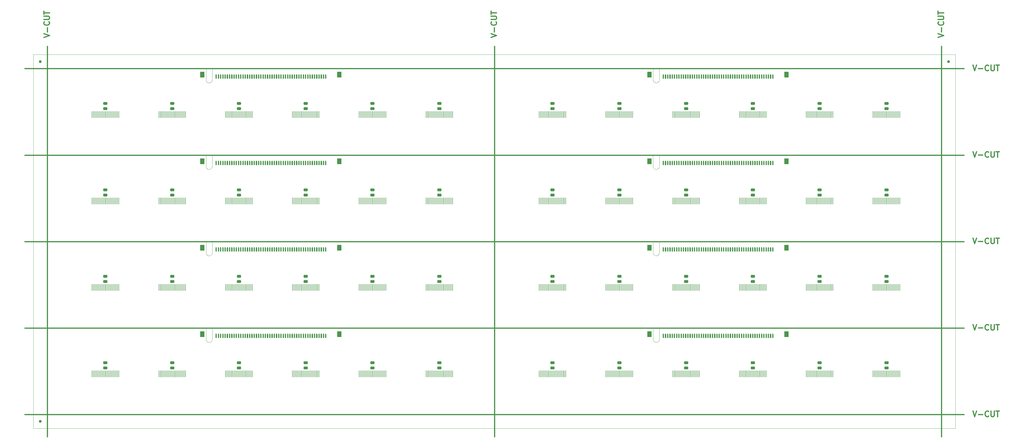
<source format=gbr>
%TF.GenerationSoftware,KiCad,Pcbnew,(7.0.0)*%
%TF.CreationDate,2023-07-14T11:16:40+02:00*%
%TF.ProjectId,Panelization,50616e65-6c69-47a6-9174-696f6e2e6b69,V1*%
%TF.SameCoordinates,Original*%
%TF.FileFunction,Paste,Top*%
%TF.FilePolarity,Positive*%
%FSLAX46Y46*%
G04 Gerber Fmt 4.6, Leading zero omitted, Abs format (unit mm)*
G04 Created by KiCad (PCBNEW (7.0.0)) date 2023-07-14 11:16:40*
%MOMM*%
%LPD*%
G01*
G04 APERTURE LIST*
G04 Aperture macros list*
%AMRoundRect*
0 Rectangle with rounded corners*
0 $1 Rounding radius*
0 $2 $3 $4 $5 $6 $7 $8 $9 X,Y pos of 4 corners*
0 Add a 4 corners polygon primitive as box body*
4,1,4,$2,$3,$4,$5,$6,$7,$8,$9,$2,$3,0*
0 Add four circle primitives for the rounded corners*
1,1,$1+$1,$2,$3*
1,1,$1+$1,$4,$5*
1,1,$1+$1,$6,$7*
1,1,$1+$1,$8,$9*
0 Add four rect primitives between the rounded corners*
20,1,$1+$1,$2,$3,$4,$5,0*
20,1,$1+$1,$4,$5,$6,$7,0*
20,1,$1+$1,$6,$7,$8,$9,0*
20,1,$1+$1,$8,$9,$2,$3,0*%
G04 Aperture macros list end*
%ADD10C,0.010000*%
%ADD11RoundRect,0.250000X0.475000X-0.250000X0.475000X0.250000X-0.475000X0.250000X-0.475000X-0.250000X0*%
%ADD12R,0.280000X2.400000*%
%ADD13C,1.000000*%
%ADD14R,1.500000X2.000000*%
%ADD15C,0.400000*%
%TA.AperFunction,Profile*%
%ADD16C,0.100000*%
%TD*%
%TA.AperFunction,Profile*%
%ADD17C,0.400000*%
%TD*%
G04 APERTURE END LIST*
%TO.C,J7*%
G36*
X270580000Y-152230000D02*
G01*
X270580000Y-153500000D01*
X270220000Y-153500000D01*
X270220000Y-152230000D01*
X270400000Y-151970000D01*
X270580000Y-152230000D01*
G37*
D10*
X270580000Y-152230000D02*
X270580000Y-153500000D01*
X270220000Y-153500000D01*
X270220000Y-152230000D01*
X270400000Y-151970000D01*
X270580000Y-152230000D01*
G36*
X271380000Y-152230000D02*
G01*
X271380000Y-153500000D01*
X271020000Y-153500000D01*
X271020000Y-152230000D01*
X271200000Y-151970000D01*
X271380000Y-152230000D01*
G37*
X271380000Y-152230000D02*
X271380000Y-153500000D01*
X271020000Y-153500000D01*
X271020000Y-152230000D01*
X271200000Y-151970000D01*
X271380000Y-152230000D01*
G36*
X272180000Y-152230000D02*
G01*
X272180000Y-153500000D01*
X271820000Y-153500000D01*
X271820000Y-152230000D01*
X272000000Y-151970000D01*
X272180000Y-152230000D01*
G37*
X272180000Y-152230000D02*
X272180000Y-153500000D01*
X271820000Y-153500000D01*
X271820000Y-152230000D01*
X272000000Y-151970000D01*
X272180000Y-152230000D01*
G36*
X272980000Y-152230000D02*
G01*
X272980000Y-153500000D01*
X272620000Y-153500000D01*
X272620000Y-152230000D01*
X272800000Y-151970000D01*
X272980000Y-152230000D01*
G37*
X272980000Y-152230000D02*
X272980000Y-153500000D01*
X272620000Y-153500000D01*
X272620000Y-152230000D01*
X272800000Y-151970000D01*
X272980000Y-152230000D01*
G36*
X273780000Y-152230000D02*
G01*
X273780000Y-153500000D01*
X273420000Y-153500000D01*
X273420000Y-152230000D01*
X273600000Y-151970000D01*
X273780000Y-152230000D01*
G37*
X273780000Y-152230000D02*
X273780000Y-153500000D01*
X273420000Y-153500000D01*
X273420000Y-152230000D01*
X273600000Y-151970000D01*
X273780000Y-152230000D01*
G36*
X274580000Y-152230000D02*
G01*
X274580000Y-153500000D01*
X274220000Y-153500000D01*
X274220000Y-152230000D01*
X274400000Y-151970000D01*
X274580000Y-152230000D01*
G37*
X274580000Y-152230000D02*
X274580000Y-153500000D01*
X274220000Y-153500000D01*
X274220000Y-152230000D01*
X274400000Y-151970000D01*
X274580000Y-152230000D01*
G36*
X275380000Y-152230000D02*
G01*
X275380000Y-153500000D01*
X275020000Y-153500000D01*
X275020000Y-152230000D01*
X275200000Y-151970000D01*
X275380000Y-152230000D01*
G37*
X275380000Y-152230000D02*
X275380000Y-153500000D01*
X275020000Y-153500000D01*
X275020000Y-152230000D01*
X275200000Y-151970000D01*
X275380000Y-152230000D01*
G36*
X276180000Y-152230000D02*
G01*
X276180000Y-153500000D01*
X275820000Y-153500000D01*
X275820000Y-152230000D01*
X276000000Y-151970000D01*
X276180000Y-152230000D01*
G37*
X276180000Y-152230000D02*
X276180000Y-153500000D01*
X275820000Y-153500000D01*
X275820000Y-152230000D01*
X276000000Y-151970000D01*
X276180000Y-152230000D01*
G36*
X276980000Y-152230000D02*
G01*
X276980000Y-153500000D01*
X276620000Y-153500000D01*
X276620000Y-152230000D01*
X276800000Y-151970000D01*
X276980000Y-152230000D01*
G37*
X276980000Y-152230000D02*
X276980000Y-153500000D01*
X276620000Y-153500000D01*
X276620000Y-152230000D01*
X276800000Y-151970000D01*
X276980000Y-152230000D01*
G36*
X277780000Y-152230000D02*
G01*
X277780000Y-153500000D01*
X277420000Y-153500000D01*
X277420000Y-152230000D01*
X277600000Y-151970000D01*
X277780000Y-152230000D01*
G37*
X277780000Y-152230000D02*
X277780000Y-153500000D01*
X277420000Y-153500000D01*
X277420000Y-152230000D01*
X277600000Y-151970000D01*
X277780000Y-152230000D01*
G36*
X278580000Y-152230000D02*
G01*
X278580000Y-153500000D01*
X278220000Y-153500000D01*
X278220000Y-152230000D01*
X278400000Y-151970000D01*
X278580000Y-152230000D01*
G37*
X278580000Y-152230000D02*
X278580000Y-153500000D01*
X278220000Y-153500000D01*
X278220000Y-152230000D01*
X278400000Y-151970000D01*
X278580000Y-152230000D01*
G36*
X279380000Y-152230000D02*
G01*
X279380000Y-153500000D01*
X279020000Y-153500000D01*
X279020000Y-152230000D01*
X279200000Y-151970000D01*
X279380000Y-152230000D01*
G37*
X279380000Y-152230000D02*
X279380000Y-153500000D01*
X279020000Y-153500000D01*
X279020000Y-152230000D01*
X279200000Y-151970000D01*
X279380000Y-152230000D01*
G36*
X280180000Y-152230000D02*
G01*
X280180000Y-153500000D01*
X279820000Y-153500000D01*
X279820000Y-152230000D01*
X280000000Y-151970000D01*
X280180000Y-152230000D01*
G37*
X280180000Y-152230000D02*
X280180000Y-153500000D01*
X279820000Y-153500000D01*
X279820000Y-152230000D01*
X280000000Y-151970000D01*
X280180000Y-152230000D01*
G36*
X280980000Y-152230000D02*
G01*
X280980000Y-153500000D01*
X280620000Y-153500000D01*
X280620000Y-152230000D01*
X280800000Y-151970000D01*
X280980000Y-152230000D01*
G37*
X280980000Y-152230000D02*
X280980000Y-153500000D01*
X280620000Y-153500000D01*
X280620000Y-152230000D01*
X280800000Y-151970000D01*
X280980000Y-152230000D01*
G36*
X281780000Y-152230000D02*
G01*
X281780000Y-153500000D01*
X281420000Y-153500000D01*
X281420000Y-152230000D01*
X281600000Y-151970000D01*
X281780000Y-152230000D01*
G37*
X281780000Y-152230000D02*
X281780000Y-153500000D01*
X281420000Y-153500000D01*
X281420000Y-152230000D01*
X281600000Y-151970000D01*
X281780000Y-152230000D01*
G36*
X282580000Y-152230000D02*
G01*
X282580000Y-153500000D01*
X282220000Y-153500000D01*
X282220000Y-152230000D01*
X282400000Y-151970000D01*
X282580000Y-152230000D01*
G37*
X282580000Y-152230000D02*
X282580000Y-153500000D01*
X282220000Y-153500000D01*
X282220000Y-152230000D01*
X282400000Y-151970000D01*
X282580000Y-152230000D01*
G36*
X283380000Y-152230000D02*
G01*
X283380000Y-153500000D01*
X283020000Y-153500000D01*
X283020000Y-152230000D01*
X283200000Y-151970000D01*
X283380000Y-152230000D01*
G37*
X283380000Y-152230000D02*
X283380000Y-153500000D01*
X283020000Y-153500000D01*
X283020000Y-152230000D01*
X283200000Y-151970000D01*
X283380000Y-152230000D01*
G36*
X284180000Y-152230000D02*
G01*
X284180000Y-153500000D01*
X283820000Y-153500000D01*
X283820000Y-152230000D01*
X284000000Y-151970000D01*
X284180000Y-152230000D01*
G37*
X284180000Y-152230000D02*
X284180000Y-153500000D01*
X283820000Y-153500000D01*
X283820000Y-152230000D01*
X284000000Y-151970000D01*
X284180000Y-152230000D01*
G36*
X284980000Y-152230000D02*
G01*
X284980000Y-153500000D01*
X284620000Y-153500000D01*
X284620000Y-152230000D01*
X284800000Y-151970000D01*
X284980000Y-152230000D01*
G37*
X284980000Y-152230000D02*
X284980000Y-153500000D01*
X284620000Y-153500000D01*
X284620000Y-152230000D01*
X284800000Y-151970000D01*
X284980000Y-152230000D01*
G36*
X285780000Y-152230000D02*
G01*
X285780000Y-153500000D01*
X285420000Y-153500000D01*
X285420000Y-152230000D01*
X285600000Y-151970000D01*
X285780000Y-152230000D01*
G37*
X285780000Y-152230000D02*
X285780000Y-153500000D01*
X285420000Y-153500000D01*
X285420000Y-152230000D01*
X285600000Y-151970000D01*
X285780000Y-152230000D01*
G36*
X286580000Y-152230000D02*
G01*
X286580000Y-153500000D01*
X286220000Y-153500000D01*
X286220000Y-152230000D01*
X286400000Y-151970000D01*
X286580000Y-152230000D01*
G37*
X286580000Y-152230000D02*
X286580000Y-153500000D01*
X286220000Y-153500000D01*
X286220000Y-152230000D01*
X286400000Y-151970000D01*
X286580000Y-152230000D01*
G36*
X287380000Y-152230000D02*
G01*
X287380000Y-153500000D01*
X287020000Y-153500000D01*
X287020000Y-152230000D01*
X287200000Y-151970000D01*
X287380000Y-152230000D01*
G37*
X287380000Y-152230000D02*
X287380000Y-153500000D01*
X287020000Y-153500000D01*
X287020000Y-152230000D01*
X287200000Y-151970000D01*
X287380000Y-152230000D01*
G36*
X288180000Y-152230000D02*
G01*
X288180000Y-153500000D01*
X287820000Y-153500000D01*
X287820000Y-152230000D01*
X288000000Y-151970000D01*
X288180000Y-152230000D01*
G37*
X288180000Y-152230000D02*
X288180000Y-153500000D01*
X287820000Y-153500000D01*
X287820000Y-152230000D01*
X288000000Y-151970000D01*
X288180000Y-152230000D01*
G36*
X288980000Y-152230000D02*
G01*
X288980000Y-153500000D01*
X288620000Y-153500000D01*
X288620000Y-152230000D01*
X288800000Y-151970000D01*
X288980000Y-152230000D01*
G37*
X288980000Y-152230000D02*
X288980000Y-153500000D01*
X288620000Y-153500000D01*
X288620000Y-152230000D01*
X288800000Y-151970000D01*
X288980000Y-152230000D01*
G36*
X289780000Y-152230000D02*
G01*
X289780000Y-153500000D01*
X289420000Y-153500000D01*
X289420000Y-152230000D01*
X289600000Y-151970000D01*
X289780000Y-152230000D01*
G37*
X289780000Y-152230000D02*
X289780000Y-153500000D01*
X289420000Y-153500000D01*
X289420000Y-152230000D01*
X289600000Y-151970000D01*
X289780000Y-152230000D01*
G36*
X290580000Y-152230000D02*
G01*
X290580000Y-153500000D01*
X290220000Y-153500000D01*
X290220000Y-152230000D01*
X290400000Y-151970000D01*
X290580000Y-152230000D01*
G37*
X290580000Y-152230000D02*
X290580000Y-153500000D01*
X290220000Y-153500000D01*
X290220000Y-152230000D01*
X290400000Y-151970000D01*
X290580000Y-152230000D01*
G36*
X291380000Y-152230000D02*
G01*
X291380000Y-153500000D01*
X291020000Y-153500000D01*
X291020000Y-152230000D01*
X291200000Y-151970000D01*
X291380000Y-152230000D01*
G37*
X291380000Y-152230000D02*
X291380000Y-153500000D01*
X291020000Y-153500000D01*
X291020000Y-152230000D01*
X291200000Y-151970000D01*
X291380000Y-152230000D01*
G36*
X292180000Y-152230000D02*
G01*
X292180000Y-153500000D01*
X291820000Y-153500000D01*
X291820000Y-152230000D01*
X292000000Y-151970000D01*
X292180000Y-152230000D01*
G37*
X292180000Y-152230000D02*
X292180000Y-153500000D01*
X291820000Y-153500000D01*
X291820000Y-152230000D01*
X292000000Y-151970000D01*
X292180000Y-152230000D01*
G36*
X292980000Y-152230000D02*
G01*
X292980000Y-153500000D01*
X292620000Y-153500000D01*
X292620000Y-152230000D01*
X292800000Y-151970000D01*
X292980000Y-152230000D01*
G37*
X292980000Y-152230000D02*
X292980000Y-153500000D01*
X292620000Y-153500000D01*
X292620000Y-152230000D01*
X292800000Y-151970000D01*
X292980000Y-152230000D01*
G36*
X293780000Y-152230000D02*
G01*
X293780000Y-153500000D01*
X293420000Y-153500000D01*
X293420000Y-152230000D01*
X293600000Y-151970000D01*
X293780000Y-152230000D01*
G37*
X293780000Y-152230000D02*
X293780000Y-153500000D01*
X293420000Y-153500000D01*
X293420000Y-152230000D01*
X293600000Y-151970000D01*
X293780000Y-152230000D01*
G36*
X294580000Y-152230000D02*
G01*
X294580000Y-153500000D01*
X294220000Y-153500000D01*
X294220000Y-152230000D01*
X294400000Y-151970000D01*
X294580000Y-152230000D01*
G37*
X294580000Y-152230000D02*
X294580000Y-153500000D01*
X294220000Y-153500000D01*
X294220000Y-152230000D01*
X294400000Y-151970000D01*
X294580000Y-152230000D01*
G36*
X295380000Y-152230000D02*
G01*
X295380000Y-153500000D01*
X295020000Y-153500000D01*
X295020000Y-152230000D01*
X295200000Y-151970000D01*
X295380000Y-152230000D01*
G37*
X295380000Y-152230000D02*
X295380000Y-153500000D01*
X295020000Y-153500000D01*
X295020000Y-152230000D01*
X295200000Y-151970000D01*
X295380000Y-152230000D01*
G36*
X296180000Y-152230000D02*
G01*
X296180000Y-153500000D01*
X295820000Y-153500000D01*
X295820000Y-152230000D01*
X296000000Y-151970000D01*
X296180000Y-152230000D01*
G37*
X296180000Y-152230000D02*
X296180000Y-153500000D01*
X295820000Y-153500000D01*
X295820000Y-152230000D01*
X296000000Y-151970000D01*
X296180000Y-152230000D01*
G36*
X296980000Y-152230000D02*
G01*
X296980000Y-153500000D01*
X296620000Y-153500000D01*
X296620000Y-152230000D01*
X296800000Y-151970000D01*
X296980000Y-152230000D01*
G37*
X296980000Y-152230000D02*
X296980000Y-153500000D01*
X296620000Y-153500000D01*
X296620000Y-152230000D01*
X296800000Y-151970000D01*
X296980000Y-152230000D01*
G36*
X297780000Y-152230000D02*
G01*
X297780000Y-153500000D01*
X297420000Y-153500000D01*
X297420000Y-152230000D01*
X297600000Y-151970000D01*
X297780000Y-152230000D01*
G37*
X297780000Y-152230000D02*
X297780000Y-153500000D01*
X297420000Y-153500000D01*
X297420000Y-152230000D01*
X297600000Y-151970000D01*
X297780000Y-152230000D01*
G36*
X298580000Y-152230000D02*
G01*
X298580000Y-153500000D01*
X298220000Y-153500000D01*
X298220000Y-152230000D01*
X298400000Y-151970000D01*
X298580000Y-152230000D01*
G37*
X298580000Y-152230000D02*
X298580000Y-153500000D01*
X298220000Y-153500000D01*
X298220000Y-152230000D01*
X298400000Y-151970000D01*
X298580000Y-152230000D01*
G36*
X299380000Y-152230000D02*
G01*
X299380000Y-153500000D01*
X299020000Y-153500000D01*
X299020000Y-152230000D01*
X299200000Y-151970000D01*
X299380000Y-152230000D01*
G37*
X299380000Y-152230000D02*
X299380000Y-153500000D01*
X299020000Y-153500000D01*
X299020000Y-152230000D01*
X299200000Y-151970000D01*
X299380000Y-152230000D01*
G36*
X300180000Y-152230000D02*
G01*
X300180000Y-153500000D01*
X299820000Y-153500000D01*
X299820000Y-152230000D01*
X300000000Y-151970000D01*
X300180000Y-152230000D01*
G37*
X300180000Y-152230000D02*
X300180000Y-153500000D01*
X299820000Y-153500000D01*
X299820000Y-152230000D01*
X300000000Y-151970000D01*
X300180000Y-152230000D01*
G36*
X300980000Y-152230000D02*
G01*
X300980000Y-153500000D01*
X300620000Y-153500000D01*
X300620000Y-152230000D01*
X300800000Y-151970000D01*
X300980000Y-152230000D01*
G37*
X300980000Y-152230000D02*
X300980000Y-153500000D01*
X300620000Y-153500000D01*
X300620000Y-152230000D01*
X300800000Y-151970000D01*
X300980000Y-152230000D01*
G36*
X301780000Y-152230000D02*
G01*
X301780000Y-153500000D01*
X301420000Y-153500000D01*
X301420000Y-152230000D01*
X301600000Y-151970000D01*
X301780000Y-152230000D01*
G37*
X301780000Y-152230000D02*
X301780000Y-153500000D01*
X301420000Y-153500000D01*
X301420000Y-152230000D01*
X301600000Y-151970000D01*
X301780000Y-152230000D01*
G36*
X302580000Y-152230000D02*
G01*
X302580000Y-153500000D01*
X302220000Y-153500000D01*
X302220000Y-152230000D01*
X302400000Y-151970000D01*
X302580000Y-152230000D01*
G37*
X302580000Y-152230000D02*
X302580000Y-153500000D01*
X302220000Y-153500000D01*
X302220000Y-152230000D01*
X302400000Y-151970000D01*
X302580000Y-152230000D01*
G36*
X303380000Y-152230000D02*
G01*
X303380000Y-153500000D01*
X303020000Y-153500000D01*
X303020000Y-152230000D01*
X303200000Y-151970000D01*
X303380000Y-152230000D01*
G37*
X303380000Y-152230000D02*
X303380000Y-153500000D01*
X303020000Y-153500000D01*
X303020000Y-152230000D01*
X303200000Y-151970000D01*
X303380000Y-152230000D01*
G36*
X304180000Y-152230000D02*
G01*
X304180000Y-153500000D01*
X303820000Y-153500000D01*
X303820000Y-152230000D01*
X304000000Y-151970000D01*
X304180000Y-152230000D01*
G37*
X304180000Y-152230000D02*
X304180000Y-153500000D01*
X303820000Y-153500000D01*
X303820000Y-152230000D01*
X304000000Y-151970000D01*
X304180000Y-152230000D01*
G36*
X304980000Y-152230000D02*
G01*
X304980000Y-153500000D01*
X304620000Y-153500000D01*
X304620000Y-152230000D01*
X304800000Y-151970000D01*
X304980000Y-152230000D01*
G37*
X304980000Y-152230000D02*
X304980000Y-153500000D01*
X304620000Y-153500000D01*
X304620000Y-152230000D01*
X304800000Y-151970000D01*
X304980000Y-152230000D01*
G36*
X305780000Y-152230000D02*
G01*
X305780000Y-153500000D01*
X305420000Y-153500000D01*
X305420000Y-152230000D01*
X305600000Y-151970000D01*
X305780000Y-152230000D01*
G37*
X305780000Y-152230000D02*
X305780000Y-153500000D01*
X305420000Y-153500000D01*
X305420000Y-152230000D01*
X305600000Y-151970000D01*
X305780000Y-152230000D01*
G36*
X306580000Y-152230000D02*
G01*
X306580000Y-153500000D01*
X306220000Y-153500000D01*
X306220000Y-152230000D01*
X306400000Y-151970000D01*
X306580000Y-152230000D01*
G37*
X306580000Y-152230000D02*
X306580000Y-153500000D01*
X306220000Y-153500000D01*
X306220000Y-152230000D01*
X306400000Y-151970000D01*
X306580000Y-152230000D01*
G36*
X307380000Y-152230000D02*
G01*
X307380000Y-153500000D01*
X307020000Y-153500000D01*
X307020000Y-152230000D01*
X307200000Y-151970000D01*
X307380000Y-152230000D01*
G37*
X307380000Y-152230000D02*
X307380000Y-153500000D01*
X307020000Y-153500000D01*
X307020000Y-152230000D01*
X307200000Y-151970000D01*
X307380000Y-152230000D01*
G36*
X308180000Y-152230000D02*
G01*
X308180000Y-153500000D01*
X307820000Y-153500000D01*
X307820000Y-152230000D01*
X308000000Y-151970000D01*
X308180000Y-152230000D01*
G37*
X308180000Y-152230000D02*
X308180000Y-153500000D01*
X307820000Y-153500000D01*
X307820000Y-152230000D01*
X308000000Y-151970000D01*
X308180000Y-152230000D01*
G36*
X308980000Y-152230000D02*
G01*
X308980000Y-153500000D01*
X308620000Y-153500000D01*
X308620000Y-152230000D01*
X308800000Y-151970000D01*
X308980000Y-152230000D01*
G37*
X308980000Y-152230000D02*
X308980000Y-153500000D01*
X308620000Y-153500000D01*
X308620000Y-152230000D01*
X308800000Y-151970000D01*
X308980000Y-152230000D01*
G36*
X309780000Y-152230000D02*
G01*
X309780000Y-153500000D01*
X309420000Y-153500000D01*
X309420000Y-152230000D01*
X309600000Y-151970000D01*
X309780000Y-152230000D01*
G37*
X309780000Y-152230000D02*
X309780000Y-153500000D01*
X309420000Y-153500000D01*
X309420000Y-152230000D01*
X309600000Y-151970000D01*
X309780000Y-152230000D01*
G36*
X270580000Y-90230000D02*
G01*
X270580000Y-91500000D01*
X270220000Y-91500000D01*
X270220000Y-90230000D01*
X270400000Y-89970000D01*
X270580000Y-90230000D01*
G37*
X270580000Y-90230000D02*
X270580000Y-91500000D01*
X270220000Y-91500000D01*
X270220000Y-90230000D01*
X270400000Y-89970000D01*
X270580000Y-90230000D01*
G36*
X271380000Y-90230000D02*
G01*
X271380000Y-91500000D01*
X271020000Y-91500000D01*
X271020000Y-90230000D01*
X271200000Y-89970000D01*
X271380000Y-90230000D01*
G37*
X271380000Y-90230000D02*
X271380000Y-91500000D01*
X271020000Y-91500000D01*
X271020000Y-90230000D01*
X271200000Y-89970000D01*
X271380000Y-90230000D01*
G36*
X272180000Y-90230000D02*
G01*
X272180000Y-91500000D01*
X271820000Y-91500000D01*
X271820000Y-90230000D01*
X272000000Y-89970000D01*
X272180000Y-90230000D01*
G37*
X272180000Y-90230000D02*
X272180000Y-91500000D01*
X271820000Y-91500000D01*
X271820000Y-90230000D01*
X272000000Y-89970000D01*
X272180000Y-90230000D01*
G36*
X272980000Y-90230000D02*
G01*
X272980000Y-91500000D01*
X272620000Y-91500000D01*
X272620000Y-90230000D01*
X272800000Y-89970000D01*
X272980000Y-90230000D01*
G37*
X272980000Y-90230000D02*
X272980000Y-91500000D01*
X272620000Y-91500000D01*
X272620000Y-90230000D01*
X272800000Y-89970000D01*
X272980000Y-90230000D01*
G36*
X273780000Y-90230000D02*
G01*
X273780000Y-91500000D01*
X273420000Y-91500000D01*
X273420000Y-90230000D01*
X273600000Y-89970000D01*
X273780000Y-90230000D01*
G37*
X273780000Y-90230000D02*
X273780000Y-91500000D01*
X273420000Y-91500000D01*
X273420000Y-90230000D01*
X273600000Y-89970000D01*
X273780000Y-90230000D01*
G36*
X274580000Y-90230000D02*
G01*
X274580000Y-91500000D01*
X274220000Y-91500000D01*
X274220000Y-90230000D01*
X274400000Y-89970000D01*
X274580000Y-90230000D01*
G37*
X274580000Y-90230000D02*
X274580000Y-91500000D01*
X274220000Y-91500000D01*
X274220000Y-90230000D01*
X274400000Y-89970000D01*
X274580000Y-90230000D01*
G36*
X275380000Y-90230000D02*
G01*
X275380000Y-91500000D01*
X275020000Y-91500000D01*
X275020000Y-90230000D01*
X275200000Y-89970000D01*
X275380000Y-90230000D01*
G37*
X275380000Y-90230000D02*
X275380000Y-91500000D01*
X275020000Y-91500000D01*
X275020000Y-90230000D01*
X275200000Y-89970000D01*
X275380000Y-90230000D01*
G36*
X276180000Y-90230000D02*
G01*
X276180000Y-91500000D01*
X275820000Y-91500000D01*
X275820000Y-90230000D01*
X276000000Y-89970000D01*
X276180000Y-90230000D01*
G37*
X276180000Y-90230000D02*
X276180000Y-91500000D01*
X275820000Y-91500000D01*
X275820000Y-90230000D01*
X276000000Y-89970000D01*
X276180000Y-90230000D01*
G36*
X276980000Y-90230000D02*
G01*
X276980000Y-91500000D01*
X276620000Y-91500000D01*
X276620000Y-90230000D01*
X276800000Y-89970000D01*
X276980000Y-90230000D01*
G37*
X276980000Y-90230000D02*
X276980000Y-91500000D01*
X276620000Y-91500000D01*
X276620000Y-90230000D01*
X276800000Y-89970000D01*
X276980000Y-90230000D01*
G36*
X277780000Y-90230000D02*
G01*
X277780000Y-91500000D01*
X277420000Y-91500000D01*
X277420000Y-90230000D01*
X277600000Y-89970000D01*
X277780000Y-90230000D01*
G37*
X277780000Y-90230000D02*
X277780000Y-91500000D01*
X277420000Y-91500000D01*
X277420000Y-90230000D01*
X277600000Y-89970000D01*
X277780000Y-90230000D01*
G36*
X278580000Y-90230000D02*
G01*
X278580000Y-91500000D01*
X278220000Y-91500000D01*
X278220000Y-90230000D01*
X278400000Y-89970000D01*
X278580000Y-90230000D01*
G37*
X278580000Y-90230000D02*
X278580000Y-91500000D01*
X278220000Y-91500000D01*
X278220000Y-90230000D01*
X278400000Y-89970000D01*
X278580000Y-90230000D01*
G36*
X279380000Y-90230000D02*
G01*
X279380000Y-91500000D01*
X279020000Y-91500000D01*
X279020000Y-90230000D01*
X279200000Y-89970000D01*
X279380000Y-90230000D01*
G37*
X279380000Y-90230000D02*
X279380000Y-91500000D01*
X279020000Y-91500000D01*
X279020000Y-90230000D01*
X279200000Y-89970000D01*
X279380000Y-90230000D01*
G36*
X280180000Y-90230000D02*
G01*
X280180000Y-91500000D01*
X279820000Y-91500000D01*
X279820000Y-90230000D01*
X280000000Y-89970000D01*
X280180000Y-90230000D01*
G37*
X280180000Y-90230000D02*
X280180000Y-91500000D01*
X279820000Y-91500000D01*
X279820000Y-90230000D01*
X280000000Y-89970000D01*
X280180000Y-90230000D01*
G36*
X280980000Y-90230000D02*
G01*
X280980000Y-91500000D01*
X280620000Y-91500000D01*
X280620000Y-90230000D01*
X280800000Y-89970000D01*
X280980000Y-90230000D01*
G37*
X280980000Y-90230000D02*
X280980000Y-91500000D01*
X280620000Y-91500000D01*
X280620000Y-90230000D01*
X280800000Y-89970000D01*
X280980000Y-90230000D01*
G36*
X281780000Y-90230000D02*
G01*
X281780000Y-91500000D01*
X281420000Y-91500000D01*
X281420000Y-90230000D01*
X281600000Y-89970000D01*
X281780000Y-90230000D01*
G37*
X281780000Y-90230000D02*
X281780000Y-91500000D01*
X281420000Y-91500000D01*
X281420000Y-90230000D01*
X281600000Y-89970000D01*
X281780000Y-90230000D01*
G36*
X282580000Y-90230000D02*
G01*
X282580000Y-91500000D01*
X282220000Y-91500000D01*
X282220000Y-90230000D01*
X282400000Y-89970000D01*
X282580000Y-90230000D01*
G37*
X282580000Y-90230000D02*
X282580000Y-91500000D01*
X282220000Y-91500000D01*
X282220000Y-90230000D01*
X282400000Y-89970000D01*
X282580000Y-90230000D01*
G36*
X283380000Y-90230000D02*
G01*
X283380000Y-91500000D01*
X283020000Y-91500000D01*
X283020000Y-90230000D01*
X283200000Y-89970000D01*
X283380000Y-90230000D01*
G37*
X283380000Y-90230000D02*
X283380000Y-91500000D01*
X283020000Y-91500000D01*
X283020000Y-90230000D01*
X283200000Y-89970000D01*
X283380000Y-90230000D01*
G36*
X284180000Y-90230000D02*
G01*
X284180000Y-91500000D01*
X283820000Y-91500000D01*
X283820000Y-90230000D01*
X284000000Y-89970000D01*
X284180000Y-90230000D01*
G37*
X284180000Y-90230000D02*
X284180000Y-91500000D01*
X283820000Y-91500000D01*
X283820000Y-90230000D01*
X284000000Y-89970000D01*
X284180000Y-90230000D01*
G36*
X284980000Y-90230000D02*
G01*
X284980000Y-91500000D01*
X284620000Y-91500000D01*
X284620000Y-90230000D01*
X284800000Y-89970000D01*
X284980000Y-90230000D01*
G37*
X284980000Y-90230000D02*
X284980000Y-91500000D01*
X284620000Y-91500000D01*
X284620000Y-90230000D01*
X284800000Y-89970000D01*
X284980000Y-90230000D01*
G36*
X285780000Y-90230000D02*
G01*
X285780000Y-91500000D01*
X285420000Y-91500000D01*
X285420000Y-90230000D01*
X285600000Y-89970000D01*
X285780000Y-90230000D01*
G37*
X285780000Y-90230000D02*
X285780000Y-91500000D01*
X285420000Y-91500000D01*
X285420000Y-90230000D01*
X285600000Y-89970000D01*
X285780000Y-90230000D01*
G36*
X286580000Y-90230000D02*
G01*
X286580000Y-91500000D01*
X286220000Y-91500000D01*
X286220000Y-90230000D01*
X286400000Y-89970000D01*
X286580000Y-90230000D01*
G37*
X286580000Y-90230000D02*
X286580000Y-91500000D01*
X286220000Y-91500000D01*
X286220000Y-90230000D01*
X286400000Y-89970000D01*
X286580000Y-90230000D01*
G36*
X287380000Y-90230000D02*
G01*
X287380000Y-91500000D01*
X287020000Y-91500000D01*
X287020000Y-90230000D01*
X287200000Y-89970000D01*
X287380000Y-90230000D01*
G37*
X287380000Y-90230000D02*
X287380000Y-91500000D01*
X287020000Y-91500000D01*
X287020000Y-90230000D01*
X287200000Y-89970000D01*
X287380000Y-90230000D01*
G36*
X288180000Y-90230000D02*
G01*
X288180000Y-91500000D01*
X287820000Y-91500000D01*
X287820000Y-90230000D01*
X288000000Y-89970000D01*
X288180000Y-90230000D01*
G37*
X288180000Y-90230000D02*
X288180000Y-91500000D01*
X287820000Y-91500000D01*
X287820000Y-90230000D01*
X288000000Y-89970000D01*
X288180000Y-90230000D01*
G36*
X288980000Y-90230000D02*
G01*
X288980000Y-91500000D01*
X288620000Y-91500000D01*
X288620000Y-90230000D01*
X288800000Y-89970000D01*
X288980000Y-90230000D01*
G37*
X288980000Y-90230000D02*
X288980000Y-91500000D01*
X288620000Y-91500000D01*
X288620000Y-90230000D01*
X288800000Y-89970000D01*
X288980000Y-90230000D01*
G36*
X289780000Y-90230000D02*
G01*
X289780000Y-91500000D01*
X289420000Y-91500000D01*
X289420000Y-90230000D01*
X289600000Y-89970000D01*
X289780000Y-90230000D01*
G37*
X289780000Y-90230000D02*
X289780000Y-91500000D01*
X289420000Y-91500000D01*
X289420000Y-90230000D01*
X289600000Y-89970000D01*
X289780000Y-90230000D01*
G36*
X290580000Y-90230000D02*
G01*
X290580000Y-91500000D01*
X290220000Y-91500000D01*
X290220000Y-90230000D01*
X290400000Y-89970000D01*
X290580000Y-90230000D01*
G37*
X290580000Y-90230000D02*
X290580000Y-91500000D01*
X290220000Y-91500000D01*
X290220000Y-90230000D01*
X290400000Y-89970000D01*
X290580000Y-90230000D01*
G36*
X291380000Y-90230000D02*
G01*
X291380000Y-91500000D01*
X291020000Y-91500000D01*
X291020000Y-90230000D01*
X291200000Y-89970000D01*
X291380000Y-90230000D01*
G37*
X291380000Y-90230000D02*
X291380000Y-91500000D01*
X291020000Y-91500000D01*
X291020000Y-90230000D01*
X291200000Y-89970000D01*
X291380000Y-90230000D01*
G36*
X292180000Y-90230000D02*
G01*
X292180000Y-91500000D01*
X291820000Y-91500000D01*
X291820000Y-90230000D01*
X292000000Y-89970000D01*
X292180000Y-90230000D01*
G37*
X292180000Y-90230000D02*
X292180000Y-91500000D01*
X291820000Y-91500000D01*
X291820000Y-90230000D01*
X292000000Y-89970000D01*
X292180000Y-90230000D01*
G36*
X292980000Y-90230000D02*
G01*
X292980000Y-91500000D01*
X292620000Y-91500000D01*
X292620000Y-90230000D01*
X292800000Y-89970000D01*
X292980000Y-90230000D01*
G37*
X292980000Y-90230000D02*
X292980000Y-91500000D01*
X292620000Y-91500000D01*
X292620000Y-90230000D01*
X292800000Y-89970000D01*
X292980000Y-90230000D01*
G36*
X293780000Y-90230000D02*
G01*
X293780000Y-91500000D01*
X293420000Y-91500000D01*
X293420000Y-90230000D01*
X293600000Y-89970000D01*
X293780000Y-90230000D01*
G37*
X293780000Y-90230000D02*
X293780000Y-91500000D01*
X293420000Y-91500000D01*
X293420000Y-90230000D01*
X293600000Y-89970000D01*
X293780000Y-90230000D01*
G36*
X294580000Y-90230000D02*
G01*
X294580000Y-91500000D01*
X294220000Y-91500000D01*
X294220000Y-90230000D01*
X294400000Y-89970000D01*
X294580000Y-90230000D01*
G37*
X294580000Y-90230000D02*
X294580000Y-91500000D01*
X294220000Y-91500000D01*
X294220000Y-90230000D01*
X294400000Y-89970000D01*
X294580000Y-90230000D01*
G36*
X295380000Y-90230000D02*
G01*
X295380000Y-91500000D01*
X295020000Y-91500000D01*
X295020000Y-90230000D01*
X295200000Y-89970000D01*
X295380000Y-90230000D01*
G37*
X295380000Y-90230000D02*
X295380000Y-91500000D01*
X295020000Y-91500000D01*
X295020000Y-90230000D01*
X295200000Y-89970000D01*
X295380000Y-90230000D01*
G36*
X296180000Y-90230000D02*
G01*
X296180000Y-91500000D01*
X295820000Y-91500000D01*
X295820000Y-90230000D01*
X296000000Y-89970000D01*
X296180000Y-90230000D01*
G37*
X296180000Y-90230000D02*
X296180000Y-91500000D01*
X295820000Y-91500000D01*
X295820000Y-90230000D01*
X296000000Y-89970000D01*
X296180000Y-90230000D01*
G36*
X296980000Y-90230000D02*
G01*
X296980000Y-91500000D01*
X296620000Y-91500000D01*
X296620000Y-90230000D01*
X296800000Y-89970000D01*
X296980000Y-90230000D01*
G37*
X296980000Y-90230000D02*
X296980000Y-91500000D01*
X296620000Y-91500000D01*
X296620000Y-90230000D01*
X296800000Y-89970000D01*
X296980000Y-90230000D01*
G36*
X297780000Y-90230000D02*
G01*
X297780000Y-91500000D01*
X297420000Y-91500000D01*
X297420000Y-90230000D01*
X297600000Y-89970000D01*
X297780000Y-90230000D01*
G37*
X297780000Y-90230000D02*
X297780000Y-91500000D01*
X297420000Y-91500000D01*
X297420000Y-90230000D01*
X297600000Y-89970000D01*
X297780000Y-90230000D01*
G36*
X298580000Y-90230000D02*
G01*
X298580000Y-91500000D01*
X298220000Y-91500000D01*
X298220000Y-90230000D01*
X298400000Y-89970000D01*
X298580000Y-90230000D01*
G37*
X298580000Y-90230000D02*
X298580000Y-91500000D01*
X298220000Y-91500000D01*
X298220000Y-90230000D01*
X298400000Y-89970000D01*
X298580000Y-90230000D01*
G36*
X299380000Y-90230000D02*
G01*
X299380000Y-91500000D01*
X299020000Y-91500000D01*
X299020000Y-90230000D01*
X299200000Y-89970000D01*
X299380000Y-90230000D01*
G37*
X299380000Y-90230000D02*
X299380000Y-91500000D01*
X299020000Y-91500000D01*
X299020000Y-90230000D01*
X299200000Y-89970000D01*
X299380000Y-90230000D01*
G36*
X300180000Y-90230000D02*
G01*
X300180000Y-91500000D01*
X299820000Y-91500000D01*
X299820000Y-90230000D01*
X300000000Y-89970000D01*
X300180000Y-90230000D01*
G37*
X300180000Y-90230000D02*
X300180000Y-91500000D01*
X299820000Y-91500000D01*
X299820000Y-90230000D01*
X300000000Y-89970000D01*
X300180000Y-90230000D01*
G36*
X300980000Y-90230000D02*
G01*
X300980000Y-91500000D01*
X300620000Y-91500000D01*
X300620000Y-90230000D01*
X300800000Y-89970000D01*
X300980000Y-90230000D01*
G37*
X300980000Y-90230000D02*
X300980000Y-91500000D01*
X300620000Y-91500000D01*
X300620000Y-90230000D01*
X300800000Y-89970000D01*
X300980000Y-90230000D01*
G36*
X301780000Y-90230000D02*
G01*
X301780000Y-91500000D01*
X301420000Y-91500000D01*
X301420000Y-90230000D01*
X301600000Y-89970000D01*
X301780000Y-90230000D01*
G37*
X301780000Y-90230000D02*
X301780000Y-91500000D01*
X301420000Y-91500000D01*
X301420000Y-90230000D01*
X301600000Y-89970000D01*
X301780000Y-90230000D01*
G36*
X302580000Y-90230000D02*
G01*
X302580000Y-91500000D01*
X302220000Y-91500000D01*
X302220000Y-90230000D01*
X302400000Y-89970000D01*
X302580000Y-90230000D01*
G37*
X302580000Y-90230000D02*
X302580000Y-91500000D01*
X302220000Y-91500000D01*
X302220000Y-90230000D01*
X302400000Y-89970000D01*
X302580000Y-90230000D01*
G36*
X303380000Y-90230000D02*
G01*
X303380000Y-91500000D01*
X303020000Y-91500000D01*
X303020000Y-90230000D01*
X303200000Y-89970000D01*
X303380000Y-90230000D01*
G37*
X303380000Y-90230000D02*
X303380000Y-91500000D01*
X303020000Y-91500000D01*
X303020000Y-90230000D01*
X303200000Y-89970000D01*
X303380000Y-90230000D01*
G36*
X304180000Y-90230000D02*
G01*
X304180000Y-91500000D01*
X303820000Y-91500000D01*
X303820000Y-90230000D01*
X304000000Y-89970000D01*
X304180000Y-90230000D01*
G37*
X304180000Y-90230000D02*
X304180000Y-91500000D01*
X303820000Y-91500000D01*
X303820000Y-90230000D01*
X304000000Y-89970000D01*
X304180000Y-90230000D01*
G36*
X304980000Y-90230000D02*
G01*
X304980000Y-91500000D01*
X304620000Y-91500000D01*
X304620000Y-90230000D01*
X304800000Y-89970000D01*
X304980000Y-90230000D01*
G37*
X304980000Y-90230000D02*
X304980000Y-91500000D01*
X304620000Y-91500000D01*
X304620000Y-90230000D01*
X304800000Y-89970000D01*
X304980000Y-90230000D01*
G36*
X305780000Y-90230000D02*
G01*
X305780000Y-91500000D01*
X305420000Y-91500000D01*
X305420000Y-90230000D01*
X305600000Y-89970000D01*
X305780000Y-90230000D01*
G37*
X305780000Y-90230000D02*
X305780000Y-91500000D01*
X305420000Y-91500000D01*
X305420000Y-90230000D01*
X305600000Y-89970000D01*
X305780000Y-90230000D01*
G36*
X306580000Y-90230000D02*
G01*
X306580000Y-91500000D01*
X306220000Y-91500000D01*
X306220000Y-90230000D01*
X306400000Y-89970000D01*
X306580000Y-90230000D01*
G37*
X306580000Y-90230000D02*
X306580000Y-91500000D01*
X306220000Y-91500000D01*
X306220000Y-90230000D01*
X306400000Y-89970000D01*
X306580000Y-90230000D01*
G36*
X307380000Y-90230000D02*
G01*
X307380000Y-91500000D01*
X307020000Y-91500000D01*
X307020000Y-90230000D01*
X307200000Y-89970000D01*
X307380000Y-90230000D01*
G37*
X307380000Y-90230000D02*
X307380000Y-91500000D01*
X307020000Y-91500000D01*
X307020000Y-90230000D01*
X307200000Y-89970000D01*
X307380000Y-90230000D01*
G36*
X308180000Y-90230000D02*
G01*
X308180000Y-91500000D01*
X307820000Y-91500000D01*
X307820000Y-90230000D01*
X308000000Y-89970000D01*
X308180000Y-90230000D01*
G37*
X308180000Y-90230000D02*
X308180000Y-91500000D01*
X307820000Y-91500000D01*
X307820000Y-90230000D01*
X308000000Y-89970000D01*
X308180000Y-90230000D01*
G36*
X308980000Y-90230000D02*
G01*
X308980000Y-91500000D01*
X308620000Y-91500000D01*
X308620000Y-90230000D01*
X308800000Y-89970000D01*
X308980000Y-90230000D01*
G37*
X308980000Y-90230000D02*
X308980000Y-91500000D01*
X308620000Y-91500000D01*
X308620000Y-90230000D01*
X308800000Y-89970000D01*
X308980000Y-90230000D01*
G36*
X309780000Y-90230000D02*
G01*
X309780000Y-91500000D01*
X309420000Y-91500000D01*
X309420000Y-90230000D01*
X309600000Y-89970000D01*
X309780000Y-90230000D01*
G37*
X309780000Y-90230000D02*
X309780000Y-91500000D01*
X309420000Y-91500000D01*
X309420000Y-90230000D01*
X309600000Y-89970000D01*
X309780000Y-90230000D01*
G36*
X110580000Y-121230000D02*
G01*
X110580000Y-122500000D01*
X110220000Y-122500000D01*
X110220000Y-121230000D01*
X110400000Y-120970000D01*
X110580000Y-121230000D01*
G37*
X110580000Y-121230000D02*
X110580000Y-122500000D01*
X110220000Y-122500000D01*
X110220000Y-121230000D01*
X110400000Y-120970000D01*
X110580000Y-121230000D01*
G36*
X111380000Y-121230000D02*
G01*
X111380000Y-122500000D01*
X111020000Y-122500000D01*
X111020000Y-121230000D01*
X111200000Y-120970000D01*
X111380000Y-121230000D01*
G37*
X111380000Y-121230000D02*
X111380000Y-122500000D01*
X111020000Y-122500000D01*
X111020000Y-121230000D01*
X111200000Y-120970000D01*
X111380000Y-121230000D01*
G36*
X112180000Y-121230000D02*
G01*
X112180000Y-122500000D01*
X111820000Y-122500000D01*
X111820000Y-121230000D01*
X112000000Y-120970000D01*
X112180000Y-121230000D01*
G37*
X112180000Y-121230000D02*
X112180000Y-122500000D01*
X111820000Y-122500000D01*
X111820000Y-121230000D01*
X112000000Y-120970000D01*
X112180000Y-121230000D01*
G36*
X112980000Y-121230000D02*
G01*
X112980000Y-122500000D01*
X112620000Y-122500000D01*
X112620000Y-121230000D01*
X112800000Y-120970000D01*
X112980000Y-121230000D01*
G37*
X112980000Y-121230000D02*
X112980000Y-122500000D01*
X112620000Y-122500000D01*
X112620000Y-121230000D01*
X112800000Y-120970000D01*
X112980000Y-121230000D01*
G36*
X113780000Y-121230000D02*
G01*
X113780000Y-122500000D01*
X113420000Y-122500000D01*
X113420000Y-121230000D01*
X113600000Y-120970000D01*
X113780000Y-121230000D01*
G37*
X113780000Y-121230000D02*
X113780000Y-122500000D01*
X113420000Y-122500000D01*
X113420000Y-121230000D01*
X113600000Y-120970000D01*
X113780000Y-121230000D01*
G36*
X114580000Y-121230000D02*
G01*
X114580000Y-122500000D01*
X114220000Y-122500000D01*
X114220000Y-121230000D01*
X114400000Y-120970000D01*
X114580000Y-121230000D01*
G37*
X114580000Y-121230000D02*
X114580000Y-122500000D01*
X114220000Y-122500000D01*
X114220000Y-121230000D01*
X114400000Y-120970000D01*
X114580000Y-121230000D01*
G36*
X115380000Y-121230000D02*
G01*
X115380000Y-122500000D01*
X115020000Y-122500000D01*
X115020000Y-121230000D01*
X115200000Y-120970000D01*
X115380000Y-121230000D01*
G37*
X115380000Y-121230000D02*
X115380000Y-122500000D01*
X115020000Y-122500000D01*
X115020000Y-121230000D01*
X115200000Y-120970000D01*
X115380000Y-121230000D01*
G36*
X116180000Y-121230000D02*
G01*
X116180000Y-122500000D01*
X115820000Y-122500000D01*
X115820000Y-121230000D01*
X116000000Y-120970000D01*
X116180000Y-121230000D01*
G37*
X116180000Y-121230000D02*
X116180000Y-122500000D01*
X115820000Y-122500000D01*
X115820000Y-121230000D01*
X116000000Y-120970000D01*
X116180000Y-121230000D01*
G36*
X116980000Y-121230000D02*
G01*
X116980000Y-122500000D01*
X116620000Y-122500000D01*
X116620000Y-121230000D01*
X116800000Y-120970000D01*
X116980000Y-121230000D01*
G37*
X116980000Y-121230000D02*
X116980000Y-122500000D01*
X116620000Y-122500000D01*
X116620000Y-121230000D01*
X116800000Y-120970000D01*
X116980000Y-121230000D01*
G36*
X117780000Y-121230000D02*
G01*
X117780000Y-122500000D01*
X117420000Y-122500000D01*
X117420000Y-121230000D01*
X117600000Y-120970000D01*
X117780000Y-121230000D01*
G37*
X117780000Y-121230000D02*
X117780000Y-122500000D01*
X117420000Y-122500000D01*
X117420000Y-121230000D01*
X117600000Y-120970000D01*
X117780000Y-121230000D01*
G36*
X118580000Y-121230000D02*
G01*
X118580000Y-122500000D01*
X118220000Y-122500000D01*
X118220000Y-121230000D01*
X118400000Y-120970000D01*
X118580000Y-121230000D01*
G37*
X118580000Y-121230000D02*
X118580000Y-122500000D01*
X118220000Y-122500000D01*
X118220000Y-121230000D01*
X118400000Y-120970000D01*
X118580000Y-121230000D01*
G36*
X119380000Y-121230000D02*
G01*
X119380000Y-122500000D01*
X119020000Y-122500000D01*
X119020000Y-121230000D01*
X119200000Y-120970000D01*
X119380000Y-121230000D01*
G37*
X119380000Y-121230000D02*
X119380000Y-122500000D01*
X119020000Y-122500000D01*
X119020000Y-121230000D01*
X119200000Y-120970000D01*
X119380000Y-121230000D01*
G36*
X120180000Y-121230000D02*
G01*
X120180000Y-122500000D01*
X119820000Y-122500000D01*
X119820000Y-121230000D01*
X120000000Y-120970000D01*
X120180000Y-121230000D01*
G37*
X120180000Y-121230000D02*
X120180000Y-122500000D01*
X119820000Y-122500000D01*
X119820000Y-121230000D01*
X120000000Y-120970000D01*
X120180000Y-121230000D01*
G36*
X120980000Y-121230000D02*
G01*
X120980000Y-122500000D01*
X120620000Y-122500000D01*
X120620000Y-121230000D01*
X120800000Y-120970000D01*
X120980000Y-121230000D01*
G37*
X120980000Y-121230000D02*
X120980000Y-122500000D01*
X120620000Y-122500000D01*
X120620000Y-121230000D01*
X120800000Y-120970000D01*
X120980000Y-121230000D01*
G36*
X121780000Y-121230000D02*
G01*
X121780000Y-122500000D01*
X121420000Y-122500000D01*
X121420000Y-121230000D01*
X121600000Y-120970000D01*
X121780000Y-121230000D01*
G37*
X121780000Y-121230000D02*
X121780000Y-122500000D01*
X121420000Y-122500000D01*
X121420000Y-121230000D01*
X121600000Y-120970000D01*
X121780000Y-121230000D01*
G36*
X122580000Y-121230000D02*
G01*
X122580000Y-122500000D01*
X122220000Y-122500000D01*
X122220000Y-121230000D01*
X122400000Y-120970000D01*
X122580000Y-121230000D01*
G37*
X122580000Y-121230000D02*
X122580000Y-122500000D01*
X122220000Y-122500000D01*
X122220000Y-121230000D01*
X122400000Y-120970000D01*
X122580000Y-121230000D01*
G36*
X123380000Y-121230000D02*
G01*
X123380000Y-122500000D01*
X123020000Y-122500000D01*
X123020000Y-121230000D01*
X123200000Y-120970000D01*
X123380000Y-121230000D01*
G37*
X123380000Y-121230000D02*
X123380000Y-122500000D01*
X123020000Y-122500000D01*
X123020000Y-121230000D01*
X123200000Y-120970000D01*
X123380000Y-121230000D01*
G36*
X124180000Y-121230000D02*
G01*
X124180000Y-122500000D01*
X123820000Y-122500000D01*
X123820000Y-121230000D01*
X124000000Y-120970000D01*
X124180000Y-121230000D01*
G37*
X124180000Y-121230000D02*
X124180000Y-122500000D01*
X123820000Y-122500000D01*
X123820000Y-121230000D01*
X124000000Y-120970000D01*
X124180000Y-121230000D01*
G36*
X124980000Y-121230000D02*
G01*
X124980000Y-122500000D01*
X124620000Y-122500000D01*
X124620000Y-121230000D01*
X124800000Y-120970000D01*
X124980000Y-121230000D01*
G37*
X124980000Y-121230000D02*
X124980000Y-122500000D01*
X124620000Y-122500000D01*
X124620000Y-121230000D01*
X124800000Y-120970000D01*
X124980000Y-121230000D01*
G36*
X125780000Y-121230000D02*
G01*
X125780000Y-122500000D01*
X125420000Y-122500000D01*
X125420000Y-121230000D01*
X125600000Y-120970000D01*
X125780000Y-121230000D01*
G37*
X125780000Y-121230000D02*
X125780000Y-122500000D01*
X125420000Y-122500000D01*
X125420000Y-121230000D01*
X125600000Y-120970000D01*
X125780000Y-121230000D01*
G36*
X126580000Y-121230000D02*
G01*
X126580000Y-122500000D01*
X126220000Y-122500000D01*
X126220000Y-121230000D01*
X126400000Y-120970000D01*
X126580000Y-121230000D01*
G37*
X126580000Y-121230000D02*
X126580000Y-122500000D01*
X126220000Y-122500000D01*
X126220000Y-121230000D01*
X126400000Y-120970000D01*
X126580000Y-121230000D01*
G36*
X127380000Y-121230000D02*
G01*
X127380000Y-122500000D01*
X127020000Y-122500000D01*
X127020000Y-121230000D01*
X127200000Y-120970000D01*
X127380000Y-121230000D01*
G37*
X127380000Y-121230000D02*
X127380000Y-122500000D01*
X127020000Y-122500000D01*
X127020000Y-121230000D01*
X127200000Y-120970000D01*
X127380000Y-121230000D01*
G36*
X128180000Y-121230000D02*
G01*
X128180000Y-122500000D01*
X127820000Y-122500000D01*
X127820000Y-121230000D01*
X128000000Y-120970000D01*
X128180000Y-121230000D01*
G37*
X128180000Y-121230000D02*
X128180000Y-122500000D01*
X127820000Y-122500000D01*
X127820000Y-121230000D01*
X128000000Y-120970000D01*
X128180000Y-121230000D01*
G36*
X128980000Y-121230000D02*
G01*
X128980000Y-122500000D01*
X128620000Y-122500000D01*
X128620000Y-121230000D01*
X128800000Y-120970000D01*
X128980000Y-121230000D01*
G37*
X128980000Y-121230000D02*
X128980000Y-122500000D01*
X128620000Y-122500000D01*
X128620000Y-121230000D01*
X128800000Y-120970000D01*
X128980000Y-121230000D01*
G36*
X129780000Y-121230000D02*
G01*
X129780000Y-122500000D01*
X129420000Y-122500000D01*
X129420000Y-121230000D01*
X129600000Y-120970000D01*
X129780000Y-121230000D01*
G37*
X129780000Y-121230000D02*
X129780000Y-122500000D01*
X129420000Y-122500000D01*
X129420000Y-121230000D01*
X129600000Y-120970000D01*
X129780000Y-121230000D01*
G36*
X130580000Y-121230000D02*
G01*
X130580000Y-122500000D01*
X130220000Y-122500000D01*
X130220000Y-121230000D01*
X130400000Y-120970000D01*
X130580000Y-121230000D01*
G37*
X130580000Y-121230000D02*
X130580000Y-122500000D01*
X130220000Y-122500000D01*
X130220000Y-121230000D01*
X130400000Y-120970000D01*
X130580000Y-121230000D01*
G36*
X131380000Y-121230000D02*
G01*
X131380000Y-122500000D01*
X131020000Y-122500000D01*
X131020000Y-121230000D01*
X131200000Y-120970000D01*
X131380000Y-121230000D01*
G37*
X131380000Y-121230000D02*
X131380000Y-122500000D01*
X131020000Y-122500000D01*
X131020000Y-121230000D01*
X131200000Y-120970000D01*
X131380000Y-121230000D01*
G36*
X132180000Y-121230000D02*
G01*
X132180000Y-122500000D01*
X131820000Y-122500000D01*
X131820000Y-121230000D01*
X132000000Y-120970000D01*
X132180000Y-121230000D01*
G37*
X132180000Y-121230000D02*
X132180000Y-122500000D01*
X131820000Y-122500000D01*
X131820000Y-121230000D01*
X132000000Y-120970000D01*
X132180000Y-121230000D01*
G36*
X132980000Y-121230000D02*
G01*
X132980000Y-122500000D01*
X132620000Y-122500000D01*
X132620000Y-121230000D01*
X132800000Y-120970000D01*
X132980000Y-121230000D01*
G37*
X132980000Y-121230000D02*
X132980000Y-122500000D01*
X132620000Y-122500000D01*
X132620000Y-121230000D01*
X132800000Y-120970000D01*
X132980000Y-121230000D01*
G36*
X133780000Y-121230000D02*
G01*
X133780000Y-122500000D01*
X133420000Y-122500000D01*
X133420000Y-121230000D01*
X133600000Y-120970000D01*
X133780000Y-121230000D01*
G37*
X133780000Y-121230000D02*
X133780000Y-122500000D01*
X133420000Y-122500000D01*
X133420000Y-121230000D01*
X133600000Y-120970000D01*
X133780000Y-121230000D01*
G36*
X134580000Y-121230000D02*
G01*
X134580000Y-122500000D01*
X134220000Y-122500000D01*
X134220000Y-121230000D01*
X134400000Y-120970000D01*
X134580000Y-121230000D01*
G37*
X134580000Y-121230000D02*
X134580000Y-122500000D01*
X134220000Y-122500000D01*
X134220000Y-121230000D01*
X134400000Y-120970000D01*
X134580000Y-121230000D01*
G36*
X135380000Y-121230000D02*
G01*
X135380000Y-122500000D01*
X135020000Y-122500000D01*
X135020000Y-121230000D01*
X135200000Y-120970000D01*
X135380000Y-121230000D01*
G37*
X135380000Y-121230000D02*
X135380000Y-122500000D01*
X135020000Y-122500000D01*
X135020000Y-121230000D01*
X135200000Y-120970000D01*
X135380000Y-121230000D01*
G36*
X136180000Y-121230000D02*
G01*
X136180000Y-122500000D01*
X135820000Y-122500000D01*
X135820000Y-121230000D01*
X136000000Y-120970000D01*
X136180000Y-121230000D01*
G37*
X136180000Y-121230000D02*
X136180000Y-122500000D01*
X135820000Y-122500000D01*
X135820000Y-121230000D01*
X136000000Y-120970000D01*
X136180000Y-121230000D01*
G36*
X136980000Y-121230000D02*
G01*
X136980000Y-122500000D01*
X136620000Y-122500000D01*
X136620000Y-121230000D01*
X136800000Y-120970000D01*
X136980000Y-121230000D01*
G37*
X136980000Y-121230000D02*
X136980000Y-122500000D01*
X136620000Y-122500000D01*
X136620000Y-121230000D01*
X136800000Y-120970000D01*
X136980000Y-121230000D01*
G36*
X137780000Y-121230000D02*
G01*
X137780000Y-122500000D01*
X137420000Y-122500000D01*
X137420000Y-121230000D01*
X137600000Y-120970000D01*
X137780000Y-121230000D01*
G37*
X137780000Y-121230000D02*
X137780000Y-122500000D01*
X137420000Y-122500000D01*
X137420000Y-121230000D01*
X137600000Y-120970000D01*
X137780000Y-121230000D01*
G36*
X138580000Y-121230000D02*
G01*
X138580000Y-122500000D01*
X138220000Y-122500000D01*
X138220000Y-121230000D01*
X138400000Y-120970000D01*
X138580000Y-121230000D01*
G37*
X138580000Y-121230000D02*
X138580000Y-122500000D01*
X138220000Y-122500000D01*
X138220000Y-121230000D01*
X138400000Y-120970000D01*
X138580000Y-121230000D01*
G36*
X139380000Y-121230000D02*
G01*
X139380000Y-122500000D01*
X139020000Y-122500000D01*
X139020000Y-121230000D01*
X139200000Y-120970000D01*
X139380000Y-121230000D01*
G37*
X139380000Y-121230000D02*
X139380000Y-122500000D01*
X139020000Y-122500000D01*
X139020000Y-121230000D01*
X139200000Y-120970000D01*
X139380000Y-121230000D01*
G36*
X140180000Y-121230000D02*
G01*
X140180000Y-122500000D01*
X139820000Y-122500000D01*
X139820000Y-121230000D01*
X140000000Y-120970000D01*
X140180000Y-121230000D01*
G37*
X140180000Y-121230000D02*
X140180000Y-122500000D01*
X139820000Y-122500000D01*
X139820000Y-121230000D01*
X140000000Y-120970000D01*
X140180000Y-121230000D01*
G36*
X140980000Y-121230000D02*
G01*
X140980000Y-122500000D01*
X140620000Y-122500000D01*
X140620000Y-121230000D01*
X140800000Y-120970000D01*
X140980000Y-121230000D01*
G37*
X140980000Y-121230000D02*
X140980000Y-122500000D01*
X140620000Y-122500000D01*
X140620000Y-121230000D01*
X140800000Y-120970000D01*
X140980000Y-121230000D01*
G36*
X141780000Y-121230000D02*
G01*
X141780000Y-122500000D01*
X141420000Y-122500000D01*
X141420000Y-121230000D01*
X141600000Y-120970000D01*
X141780000Y-121230000D01*
G37*
X141780000Y-121230000D02*
X141780000Y-122500000D01*
X141420000Y-122500000D01*
X141420000Y-121230000D01*
X141600000Y-120970000D01*
X141780000Y-121230000D01*
G36*
X142580000Y-121230000D02*
G01*
X142580000Y-122500000D01*
X142220000Y-122500000D01*
X142220000Y-121230000D01*
X142400000Y-120970000D01*
X142580000Y-121230000D01*
G37*
X142580000Y-121230000D02*
X142580000Y-122500000D01*
X142220000Y-122500000D01*
X142220000Y-121230000D01*
X142400000Y-120970000D01*
X142580000Y-121230000D01*
G36*
X143380000Y-121230000D02*
G01*
X143380000Y-122500000D01*
X143020000Y-122500000D01*
X143020000Y-121230000D01*
X143200000Y-120970000D01*
X143380000Y-121230000D01*
G37*
X143380000Y-121230000D02*
X143380000Y-122500000D01*
X143020000Y-122500000D01*
X143020000Y-121230000D01*
X143200000Y-120970000D01*
X143380000Y-121230000D01*
G36*
X144180000Y-121230000D02*
G01*
X144180000Y-122500000D01*
X143820000Y-122500000D01*
X143820000Y-121230000D01*
X144000000Y-120970000D01*
X144180000Y-121230000D01*
G37*
X144180000Y-121230000D02*
X144180000Y-122500000D01*
X143820000Y-122500000D01*
X143820000Y-121230000D01*
X144000000Y-120970000D01*
X144180000Y-121230000D01*
G36*
X144980000Y-121230000D02*
G01*
X144980000Y-122500000D01*
X144620000Y-122500000D01*
X144620000Y-121230000D01*
X144800000Y-120970000D01*
X144980000Y-121230000D01*
G37*
X144980000Y-121230000D02*
X144980000Y-122500000D01*
X144620000Y-122500000D01*
X144620000Y-121230000D01*
X144800000Y-120970000D01*
X144980000Y-121230000D01*
G36*
X145780000Y-121230000D02*
G01*
X145780000Y-122500000D01*
X145420000Y-122500000D01*
X145420000Y-121230000D01*
X145600000Y-120970000D01*
X145780000Y-121230000D01*
G37*
X145780000Y-121230000D02*
X145780000Y-122500000D01*
X145420000Y-122500000D01*
X145420000Y-121230000D01*
X145600000Y-120970000D01*
X145780000Y-121230000D01*
G36*
X146580000Y-121230000D02*
G01*
X146580000Y-122500000D01*
X146220000Y-122500000D01*
X146220000Y-121230000D01*
X146400000Y-120970000D01*
X146580000Y-121230000D01*
G37*
X146580000Y-121230000D02*
X146580000Y-122500000D01*
X146220000Y-122500000D01*
X146220000Y-121230000D01*
X146400000Y-120970000D01*
X146580000Y-121230000D01*
G36*
X147380000Y-121230000D02*
G01*
X147380000Y-122500000D01*
X147020000Y-122500000D01*
X147020000Y-121230000D01*
X147200000Y-120970000D01*
X147380000Y-121230000D01*
G37*
X147380000Y-121230000D02*
X147380000Y-122500000D01*
X147020000Y-122500000D01*
X147020000Y-121230000D01*
X147200000Y-120970000D01*
X147380000Y-121230000D01*
G36*
X148180000Y-121230000D02*
G01*
X148180000Y-122500000D01*
X147820000Y-122500000D01*
X147820000Y-121230000D01*
X148000000Y-120970000D01*
X148180000Y-121230000D01*
G37*
X148180000Y-121230000D02*
X148180000Y-122500000D01*
X147820000Y-122500000D01*
X147820000Y-121230000D01*
X148000000Y-120970000D01*
X148180000Y-121230000D01*
G36*
X148980000Y-121230000D02*
G01*
X148980000Y-122500000D01*
X148620000Y-122500000D01*
X148620000Y-121230000D01*
X148800000Y-120970000D01*
X148980000Y-121230000D01*
G37*
X148980000Y-121230000D02*
X148980000Y-122500000D01*
X148620000Y-122500000D01*
X148620000Y-121230000D01*
X148800000Y-120970000D01*
X148980000Y-121230000D01*
G36*
X149780000Y-121230000D02*
G01*
X149780000Y-122500000D01*
X149420000Y-122500000D01*
X149420000Y-121230000D01*
X149600000Y-120970000D01*
X149780000Y-121230000D01*
G37*
X149780000Y-121230000D02*
X149780000Y-122500000D01*
X149420000Y-122500000D01*
X149420000Y-121230000D01*
X149600000Y-120970000D01*
X149780000Y-121230000D01*
G36*
X110580000Y-90230000D02*
G01*
X110580000Y-91500000D01*
X110220000Y-91500000D01*
X110220000Y-90230000D01*
X110400000Y-89970000D01*
X110580000Y-90230000D01*
G37*
X110580000Y-90230000D02*
X110580000Y-91500000D01*
X110220000Y-91500000D01*
X110220000Y-90230000D01*
X110400000Y-89970000D01*
X110580000Y-90230000D01*
G36*
X111380000Y-90230000D02*
G01*
X111380000Y-91500000D01*
X111020000Y-91500000D01*
X111020000Y-90230000D01*
X111200000Y-89970000D01*
X111380000Y-90230000D01*
G37*
X111380000Y-90230000D02*
X111380000Y-91500000D01*
X111020000Y-91500000D01*
X111020000Y-90230000D01*
X111200000Y-89970000D01*
X111380000Y-90230000D01*
G36*
X112180000Y-90230000D02*
G01*
X112180000Y-91500000D01*
X111820000Y-91500000D01*
X111820000Y-90230000D01*
X112000000Y-89970000D01*
X112180000Y-90230000D01*
G37*
X112180000Y-90230000D02*
X112180000Y-91500000D01*
X111820000Y-91500000D01*
X111820000Y-90230000D01*
X112000000Y-89970000D01*
X112180000Y-90230000D01*
G36*
X112980000Y-90230000D02*
G01*
X112980000Y-91500000D01*
X112620000Y-91500000D01*
X112620000Y-90230000D01*
X112800000Y-89970000D01*
X112980000Y-90230000D01*
G37*
X112980000Y-90230000D02*
X112980000Y-91500000D01*
X112620000Y-91500000D01*
X112620000Y-90230000D01*
X112800000Y-89970000D01*
X112980000Y-90230000D01*
G36*
X113780000Y-90230000D02*
G01*
X113780000Y-91500000D01*
X113420000Y-91500000D01*
X113420000Y-90230000D01*
X113600000Y-89970000D01*
X113780000Y-90230000D01*
G37*
X113780000Y-90230000D02*
X113780000Y-91500000D01*
X113420000Y-91500000D01*
X113420000Y-90230000D01*
X113600000Y-89970000D01*
X113780000Y-90230000D01*
G36*
X114580000Y-90230000D02*
G01*
X114580000Y-91500000D01*
X114220000Y-91500000D01*
X114220000Y-90230000D01*
X114400000Y-89970000D01*
X114580000Y-90230000D01*
G37*
X114580000Y-90230000D02*
X114580000Y-91500000D01*
X114220000Y-91500000D01*
X114220000Y-90230000D01*
X114400000Y-89970000D01*
X114580000Y-90230000D01*
G36*
X115380000Y-90230000D02*
G01*
X115380000Y-91500000D01*
X115020000Y-91500000D01*
X115020000Y-90230000D01*
X115200000Y-89970000D01*
X115380000Y-90230000D01*
G37*
X115380000Y-90230000D02*
X115380000Y-91500000D01*
X115020000Y-91500000D01*
X115020000Y-90230000D01*
X115200000Y-89970000D01*
X115380000Y-90230000D01*
G36*
X116180000Y-90230000D02*
G01*
X116180000Y-91500000D01*
X115820000Y-91500000D01*
X115820000Y-90230000D01*
X116000000Y-89970000D01*
X116180000Y-90230000D01*
G37*
X116180000Y-90230000D02*
X116180000Y-91500000D01*
X115820000Y-91500000D01*
X115820000Y-90230000D01*
X116000000Y-89970000D01*
X116180000Y-90230000D01*
G36*
X116980000Y-90230000D02*
G01*
X116980000Y-91500000D01*
X116620000Y-91500000D01*
X116620000Y-90230000D01*
X116800000Y-89970000D01*
X116980000Y-90230000D01*
G37*
X116980000Y-90230000D02*
X116980000Y-91500000D01*
X116620000Y-91500000D01*
X116620000Y-90230000D01*
X116800000Y-89970000D01*
X116980000Y-90230000D01*
G36*
X117780000Y-90230000D02*
G01*
X117780000Y-91500000D01*
X117420000Y-91500000D01*
X117420000Y-90230000D01*
X117600000Y-89970000D01*
X117780000Y-90230000D01*
G37*
X117780000Y-90230000D02*
X117780000Y-91500000D01*
X117420000Y-91500000D01*
X117420000Y-90230000D01*
X117600000Y-89970000D01*
X117780000Y-90230000D01*
G36*
X118580000Y-90230000D02*
G01*
X118580000Y-91500000D01*
X118220000Y-91500000D01*
X118220000Y-90230000D01*
X118400000Y-89970000D01*
X118580000Y-90230000D01*
G37*
X118580000Y-90230000D02*
X118580000Y-91500000D01*
X118220000Y-91500000D01*
X118220000Y-90230000D01*
X118400000Y-89970000D01*
X118580000Y-90230000D01*
G36*
X119380000Y-90230000D02*
G01*
X119380000Y-91500000D01*
X119020000Y-91500000D01*
X119020000Y-90230000D01*
X119200000Y-89970000D01*
X119380000Y-90230000D01*
G37*
X119380000Y-90230000D02*
X119380000Y-91500000D01*
X119020000Y-91500000D01*
X119020000Y-90230000D01*
X119200000Y-89970000D01*
X119380000Y-90230000D01*
G36*
X120180000Y-90230000D02*
G01*
X120180000Y-91500000D01*
X119820000Y-91500000D01*
X119820000Y-90230000D01*
X120000000Y-89970000D01*
X120180000Y-90230000D01*
G37*
X120180000Y-90230000D02*
X120180000Y-91500000D01*
X119820000Y-91500000D01*
X119820000Y-90230000D01*
X120000000Y-89970000D01*
X120180000Y-90230000D01*
G36*
X120980000Y-90230000D02*
G01*
X120980000Y-91500000D01*
X120620000Y-91500000D01*
X120620000Y-90230000D01*
X120800000Y-89970000D01*
X120980000Y-90230000D01*
G37*
X120980000Y-90230000D02*
X120980000Y-91500000D01*
X120620000Y-91500000D01*
X120620000Y-90230000D01*
X120800000Y-89970000D01*
X120980000Y-90230000D01*
G36*
X121780000Y-90230000D02*
G01*
X121780000Y-91500000D01*
X121420000Y-91500000D01*
X121420000Y-90230000D01*
X121600000Y-89970000D01*
X121780000Y-90230000D01*
G37*
X121780000Y-90230000D02*
X121780000Y-91500000D01*
X121420000Y-91500000D01*
X121420000Y-90230000D01*
X121600000Y-89970000D01*
X121780000Y-90230000D01*
G36*
X122580000Y-90230000D02*
G01*
X122580000Y-91500000D01*
X122220000Y-91500000D01*
X122220000Y-90230000D01*
X122400000Y-89970000D01*
X122580000Y-90230000D01*
G37*
X122580000Y-90230000D02*
X122580000Y-91500000D01*
X122220000Y-91500000D01*
X122220000Y-90230000D01*
X122400000Y-89970000D01*
X122580000Y-90230000D01*
G36*
X123380000Y-90230000D02*
G01*
X123380000Y-91500000D01*
X123020000Y-91500000D01*
X123020000Y-90230000D01*
X123200000Y-89970000D01*
X123380000Y-90230000D01*
G37*
X123380000Y-90230000D02*
X123380000Y-91500000D01*
X123020000Y-91500000D01*
X123020000Y-90230000D01*
X123200000Y-89970000D01*
X123380000Y-90230000D01*
G36*
X124180000Y-90230000D02*
G01*
X124180000Y-91500000D01*
X123820000Y-91500000D01*
X123820000Y-90230000D01*
X124000000Y-89970000D01*
X124180000Y-90230000D01*
G37*
X124180000Y-90230000D02*
X124180000Y-91500000D01*
X123820000Y-91500000D01*
X123820000Y-90230000D01*
X124000000Y-89970000D01*
X124180000Y-90230000D01*
G36*
X124980000Y-90230000D02*
G01*
X124980000Y-91500000D01*
X124620000Y-91500000D01*
X124620000Y-90230000D01*
X124800000Y-89970000D01*
X124980000Y-90230000D01*
G37*
X124980000Y-90230000D02*
X124980000Y-91500000D01*
X124620000Y-91500000D01*
X124620000Y-90230000D01*
X124800000Y-89970000D01*
X124980000Y-90230000D01*
G36*
X125780000Y-90230000D02*
G01*
X125780000Y-91500000D01*
X125420000Y-91500000D01*
X125420000Y-90230000D01*
X125600000Y-89970000D01*
X125780000Y-90230000D01*
G37*
X125780000Y-90230000D02*
X125780000Y-91500000D01*
X125420000Y-91500000D01*
X125420000Y-90230000D01*
X125600000Y-89970000D01*
X125780000Y-90230000D01*
G36*
X126580000Y-90230000D02*
G01*
X126580000Y-91500000D01*
X126220000Y-91500000D01*
X126220000Y-90230000D01*
X126400000Y-89970000D01*
X126580000Y-90230000D01*
G37*
X126580000Y-90230000D02*
X126580000Y-91500000D01*
X126220000Y-91500000D01*
X126220000Y-90230000D01*
X126400000Y-89970000D01*
X126580000Y-90230000D01*
G36*
X127380000Y-90230000D02*
G01*
X127380000Y-91500000D01*
X127020000Y-91500000D01*
X127020000Y-90230000D01*
X127200000Y-89970000D01*
X127380000Y-90230000D01*
G37*
X127380000Y-90230000D02*
X127380000Y-91500000D01*
X127020000Y-91500000D01*
X127020000Y-90230000D01*
X127200000Y-89970000D01*
X127380000Y-90230000D01*
G36*
X128180000Y-90230000D02*
G01*
X128180000Y-91500000D01*
X127820000Y-91500000D01*
X127820000Y-90230000D01*
X128000000Y-89970000D01*
X128180000Y-90230000D01*
G37*
X128180000Y-90230000D02*
X128180000Y-91500000D01*
X127820000Y-91500000D01*
X127820000Y-90230000D01*
X128000000Y-89970000D01*
X128180000Y-90230000D01*
G36*
X128980000Y-90230000D02*
G01*
X128980000Y-91500000D01*
X128620000Y-91500000D01*
X128620000Y-90230000D01*
X128800000Y-89970000D01*
X128980000Y-90230000D01*
G37*
X128980000Y-90230000D02*
X128980000Y-91500000D01*
X128620000Y-91500000D01*
X128620000Y-90230000D01*
X128800000Y-89970000D01*
X128980000Y-90230000D01*
G36*
X129780000Y-90230000D02*
G01*
X129780000Y-91500000D01*
X129420000Y-91500000D01*
X129420000Y-90230000D01*
X129600000Y-89970000D01*
X129780000Y-90230000D01*
G37*
X129780000Y-90230000D02*
X129780000Y-91500000D01*
X129420000Y-91500000D01*
X129420000Y-90230000D01*
X129600000Y-89970000D01*
X129780000Y-90230000D01*
G36*
X130580000Y-90230000D02*
G01*
X130580000Y-91500000D01*
X130220000Y-91500000D01*
X130220000Y-90230000D01*
X130400000Y-89970000D01*
X130580000Y-90230000D01*
G37*
X130580000Y-90230000D02*
X130580000Y-91500000D01*
X130220000Y-91500000D01*
X130220000Y-90230000D01*
X130400000Y-89970000D01*
X130580000Y-90230000D01*
G36*
X131380000Y-90230000D02*
G01*
X131380000Y-91500000D01*
X131020000Y-91500000D01*
X131020000Y-90230000D01*
X131200000Y-89970000D01*
X131380000Y-90230000D01*
G37*
X131380000Y-90230000D02*
X131380000Y-91500000D01*
X131020000Y-91500000D01*
X131020000Y-90230000D01*
X131200000Y-89970000D01*
X131380000Y-90230000D01*
G36*
X132180000Y-90230000D02*
G01*
X132180000Y-91500000D01*
X131820000Y-91500000D01*
X131820000Y-90230000D01*
X132000000Y-89970000D01*
X132180000Y-90230000D01*
G37*
X132180000Y-90230000D02*
X132180000Y-91500000D01*
X131820000Y-91500000D01*
X131820000Y-90230000D01*
X132000000Y-89970000D01*
X132180000Y-90230000D01*
G36*
X132980000Y-90230000D02*
G01*
X132980000Y-91500000D01*
X132620000Y-91500000D01*
X132620000Y-90230000D01*
X132800000Y-89970000D01*
X132980000Y-90230000D01*
G37*
X132980000Y-90230000D02*
X132980000Y-91500000D01*
X132620000Y-91500000D01*
X132620000Y-90230000D01*
X132800000Y-89970000D01*
X132980000Y-90230000D01*
G36*
X133780000Y-90230000D02*
G01*
X133780000Y-91500000D01*
X133420000Y-91500000D01*
X133420000Y-90230000D01*
X133600000Y-89970000D01*
X133780000Y-90230000D01*
G37*
X133780000Y-90230000D02*
X133780000Y-91500000D01*
X133420000Y-91500000D01*
X133420000Y-90230000D01*
X133600000Y-89970000D01*
X133780000Y-90230000D01*
G36*
X134580000Y-90230000D02*
G01*
X134580000Y-91500000D01*
X134220000Y-91500000D01*
X134220000Y-90230000D01*
X134400000Y-89970000D01*
X134580000Y-90230000D01*
G37*
X134580000Y-90230000D02*
X134580000Y-91500000D01*
X134220000Y-91500000D01*
X134220000Y-90230000D01*
X134400000Y-89970000D01*
X134580000Y-90230000D01*
G36*
X135380000Y-90230000D02*
G01*
X135380000Y-91500000D01*
X135020000Y-91500000D01*
X135020000Y-90230000D01*
X135200000Y-89970000D01*
X135380000Y-90230000D01*
G37*
X135380000Y-90230000D02*
X135380000Y-91500000D01*
X135020000Y-91500000D01*
X135020000Y-90230000D01*
X135200000Y-89970000D01*
X135380000Y-90230000D01*
G36*
X136180000Y-90230000D02*
G01*
X136180000Y-91500000D01*
X135820000Y-91500000D01*
X135820000Y-90230000D01*
X136000000Y-89970000D01*
X136180000Y-90230000D01*
G37*
X136180000Y-90230000D02*
X136180000Y-91500000D01*
X135820000Y-91500000D01*
X135820000Y-90230000D01*
X136000000Y-89970000D01*
X136180000Y-90230000D01*
G36*
X136980000Y-90230000D02*
G01*
X136980000Y-91500000D01*
X136620000Y-91500000D01*
X136620000Y-90230000D01*
X136800000Y-89970000D01*
X136980000Y-90230000D01*
G37*
X136980000Y-90230000D02*
X136980000Y-91500000D01*
X136620000Y-91500000D01*
X136620000Y-90230000D01*
X136800000Y-89970000D01*
X136980000Y-90230000D01*
G36*
X137780000Y-90230000D02*
G01*
X137780000Y-91500000D01*
X137420000Y-91500000D01*
X137420000Y-90230000D01*
X137600000Y-89970000D01*
X137780000Y-90230000D01*
G37*
X137780000Y-90230000D02*
X137780000Y-91500000D01*
X137420000Y-91500000D01*
X137420000Y-90230000D01*
X137600000Y-89970000D01*
X137780000Y-90230000D01*
G36*
X138580000Y-90230000D02*
G01*
X138580000Y-91500000D01*
X138220000Y-91500000D01*
X138220000Y-90230000D01*
X138400000Y-89970000D01*
X138580000Y-90230000D01*
G37*
X138580000Y-90230000D02*
X138580000Y-91500000D01*
X138220000Y-91500000D01*
X138220000Y-90230000D01*
X138400000Y-89970000D01*
X138580000Y-90230000D01*
G36*
X139380000Y-90230000D02*
G01*
X139380000Y-91500000D01*
X139020000Y-91500000D01*
X139020000Y-90230000D01*
X139200000Y-89970000D01*
X139380000Y-90230000D01*
G37*
X139380000Y-90230000D02*
X139380000Y-91500000D01*
X139020000Y-91500000D01*
X139020000Y-90230000D01*
X139200000Y-89970000D01*
X139380000Y-90230000D01*
G36*
X140180000Y-90230000D02*
G01*
X140180000Y-91500000D01*
X139820000Y-91500000D01*
X139820000Y-90230000D01*
X140000000Y-89970000D01*
X140180000Y-90230000D01*
G37*
X140180000Y-90230000D02*
X140180000Y-91500000D01*
X139820000Y-91500000D01*
X139820000Y-90230000D01*
X140000000Y-89970000D01*
X140180000Y-90230000D01*
G36*
X140980000Y-90230000D02*
G01*
X140980000Y-91500000D01*
X140620000Y-91500000D01*
X140620000Y-90230000D01*
X140800000Y-89970000D01*
X140980000Y-90230000D01*
G37*
X140980000Y-90230000D02*
X140980000Y-91500000D01*
X140620000Y-91500000D01*
X140620000Y-90230000D01*
X140800000Y-89970000D01*
X140980000Y-90230000D01*
G36*
X141780000Y-90230000D02*
G01*
X141780000Y-91500000D01*
X141420000Y-91500000D01*
X141420000Y-90230000D01*
X141600000Y-89970000D01*
X141780000Y-90230000D01*
G37*
X141780000Y-90230000D02*
X141780000Y-91500000D01*
X141420000Y-91500000D01*
X141420000Y-90230000D01*
X141600000Y-89970000D01*
X141780000Y-90230000D01*
G36*
X142580000Y-90230000D02*
G01*
X142580000Y-91500000D01*
X142220000Y-91500000D01*
X142220000Y-90230000D01*
X142400000Y-89970000D01*
X142580000Y-90230000D01*
G37*
X142580000Y-90230000D02*
X142580000Y-91500000D01*
X142220000Y-91500000D01*
X142220000Y-90230000D01*
X142400000Y-89970000D01*
X142580000Y-90230000D01*
G36*
X143380000Y-90230000D02*
G01*
X143380000Y-91500000D01*
X143020000Y-91500000D01*
X143020000Y-90230000D01*
X143200000Y-89970000D01*
X143380000Y-90230000D01*
G37*
X143380000Y-90230000D02*
X143380000Y-91500000D01*
X143020000Y-91500000D01*
X143020000Y-90230000D01*
X143200000Y-89970000D01*
X143380000Y-90230000D01*
G36*
X144180000Y-90230000D02*
G01*
X144180000Y-91500000D01*
X143820000Y-91500000D01*
X143820000Y-90230000D01*
X144000000Y-89970000D01*
X144180000Y-90230000D01*
G37*
X144180000Y-90230000D02*
X144180000Y-91500000D01*
X143820000Y-91500000D01*
X143820000Y-90230000D01*
X144000000Y-89970000D01*
X144180000Y-90230000D01*
G36*
X144980000Y-90230000D02*
G01*
X144980000Y-91500000D01*
X144620000Y-91500000D01*
X144620000Y-90230000D01*
X144800000Y-89970000D01*
X144980000Y-90230000D01*
G37*
X144980000Y-90230000D02*
X144980000Y-91500000D01*
X144620000Y-91500000D01*
X144620000Y-90230000D01*
X144800000Y-89970000D01*
X144980000Y-90230000D01*
G36*
X145780000Y-90230000D02*
G01*
X145780000Y-91500000D01*
X145420000Y-91500000D01*
X145420000Y-90230000D01*
X145600000Y-89970000D01*
X145780000Y-90230000D01*
G37*
X145780000Y-90230000D02*
X145780000Y-91500000D01*
X145420000Y-91500000D01*
X145420000Y-90230000D01*
X145600000Y-89970000D01*
X145780000Y-90230000D01*
G36*
X146580000Y-90230000D02*
G01*
X146580000Y-91500000D01*
X146220000Y-91500000D01*
X146220000Y-90230000D01*
X146400000Y-89970000D01*
X146580000Y-90230000D01*
G37*
X146580000Y-90230000D02*
X146580000Y-91500000D01*
X146220000Y-91500000D01*
X146220000Y-90230000D01*
X146400000Y-89970000D01*
X146580000Y-90230000D01*
G36*
X147380000Y-90230000D02*
G01*
X147380000Y-91500000D01*
X147020000Y-91500000D01*
X147020000Y-90230000D01*
X147200000Y-89970000D01*
X147380000Y-90230000D01*
G37*
X147380000Y-90230000D02*
X147380000Y-91500000D01*
X147020000Y-91500000D01*
X147020000Y-90230000D01*
X147200000Y-89970000D01*
X147380000Y-90230000D01*
G36*
X148180000Y-90230000D02*
G01*
X148180000Y-91500000D01*
X147820000Y-91500000D01*
X147820000Y-90230000D01*
X148000000Y-89970000D01*
X148180000Y-90230000D01*
G37*
X148180000Y-90230000D02*
X148180000Y-91500000D01*
X147820000Y-91500000D01*
X147820000Y-90230000D01*
X148000000Y-89970000D01*
X148180000Y-90230000D01*
G36*
X148980000Y-90230000D02*
G01*
X148980000Y-91500000D01*
X148620000Y-91500000D01*
X148620000Y-90230000D01*
X148800000Y-89970000D01*
X148980000Y-90230000D01*
G37*
X148980000Y-90230000D02*
X148980000Y-91500000D01*
X148620000Y-91500000D01*
X148620000Y-90230000D01*
X148800000Y-89970000D01*
X148980000Y-90230000D01*
G36*
X149780000Y-90230000D02*
G01*
X149780000Y-91500000D01*
X149420000Y-91500000D01*
X149420000Y-90230000D01*
X149600000Y-89970000D01*
X149780000Y-90230000D01*
G37*
X149780000Y-90230000D02*
X149780000Y-91500000D01*
X149420000Y-91500000D01*
X149420000Y-90230000D01*
X149600000Y-89970000D01*
X149780000Y-90230000D01*
G36*
X270580000Y-121230000D02*
G01*
X270580000Y-122500000D01*
X270220000Y-122500000D01*
X270220000Y-121230000D01*
X270400000Y-120970000D01*
X270580000Y-121230000D01*
G37*
X270580000Y-121230000D02*
X270580000Y-122500000D01*
X270220000Y-122500000D01*
X270220000Y-121230000D01*
X270400000Y-120970000D01*
X270580000Y-121230000D01*
G36*
X271380000Y-121230000D02*
G01*
X271380000Y-122500000D01*
X271020000Y-122500000D01*
X271020000Y-121230000D01*
X271200000Y-120970000D01*
X271380000Y-121230000D01*
G37*
X271380000Y-121230000D02*
X271380000Y-122500000D01*
X271020000Y-122500000D01*
X271020000Y-121230000D01*
X271200000Y-120970000D01*
X271380000Y-121230000D01*
G36*
X272180000Y-121230000D02*
G01*
X272180000Y-122500000D01*
X271820000Y-122500000D01*
X271820000Y-121230000D01*
X272000000Y-120970000D01*
X272180000Y-121230000D01*
G37*
X272180000Y-121230000D02*
X272180000Y-122500000D01*
X271820000Y-122500000D01*
X271820000Y-121230000D01*
X272000000Y-120970000D01*
X272180000Y-121230000D01*
G36*
X272980000Y-121230000D02*
G01*
X272980000Y-122500000D01*
X272620000Y-122500000D01*
X272620000Y-121230000D01*
X272800000Y-120970000D01*
X272980000Y-121230000D01*
G37*
X272980000Y-121230000D02*
X272980000Y-122500000D01*
X272620000Y-122500000D01*
X272620000Y-121230000D01*
X272800000Y-120970000D01*
X272980000Y-121230000D01*
G36*
X273780000Y-121230000D02*
G01*
X273780000Y-122500000D01*
X273420000Y-122500000D01*
X273420000Y-121230000D01*
X273600000Y-120970000D01*
X273780000Y-121230000D01*
G37*
X273780000Y-121230000D02*
X273780000Y-122500000D01*
X273420000Y-122500000D01*
X273420000Y-121230000D01*
X273600000Y-120970000D01*
X273780000Y-121230000D01*
G36*
X274580000Y-121230000D02*
G01*
X274580000Y-122500000D01*
X274220000Y-122500000D01*
X274220000Y-121230000D01*
X274400000Y-120970000D01*
X274580000Y-121230000D01*
G37*
X274580000Y-121230000D02*
X274580000Y-122500000D01*
X274220000Y-122500000D01*
X274220000Y-121230000D01*
X274400000Y-120970000D01*
X274580000Y-121230000D01*
G36*
X275380000Y-121230000D02*
G01*
X275380000Y-122500000D01*
X275020000Y-122500000D01*
X275020000Y-121230000D01*
X275200000Y-120970000D01*
X275380000Y-121230000D01*
G37*
X275380000Y-121230000D02*
X275380000Y-122500000D01*
X275020000Y-122500000D01*
X275020000Y-121230000D01*
X275200000Y-120970000D01*
X275380000Y-121230000D01*
G36*
X276180000Y-121230000D02*
G01*
X276180000Y-122500000D01*
X275820000Y-122500000D01*
X275820000Y-121230000D01*
X276000000Y-120970000D01*
X276180000Y-121230000D01*
G37*
X276180000Y-121230000D02*
X276180000Y-122500000D01*
X275820000Y-122500000D01*
X275820000Y-121230000D01*
X276000000Y-120970000D01*
X276180000Y-121230000D01*
G36*
X276980000Y-121230000D02*
G01*
X276980000Y-122500000D01*
X276620000Y-122500000D01*
X276620000Y-121230000D01*
X276800000Y-120970000D01*
X276980000Y-121230000D01*
G37*
X276980000Y-121230000D02*
X276980000Y-122500000D01*
X276620000Y-122500000D01*
X276620000Y-121230000D01*
X276800000Y-120970000D01*
X276980000Y-121230000D01*
G36*
X277780000Y-121230000D02*
G01*
X277780000Y-122500000D01*
X277420000Y-122500000D01*
X277420000Y-121230000D01*
X277600000Y-120970000D01*
X277780000Y-121230000D01*
G37*
X277780000Y-121230000D02*
X277780000Y-122500000D01*
X277420000Y-122500000D01*
X277420000Y-121230000D01*
X277600000Y-120970000D01*
X277780000Y-121230000D01*
G36*
X278580000Y-121230000D02*
G01*
X278580000Y-122500000D01*
X278220000Y-122500000D01*
X278220000Y-121230000D01*
X278400000Y-120970000D01*
X278580000Y-121230000D01*
G37*
X278580000Y-121230000D02*
X278580000Y-122500000D01*
X278220000Y-122500000D01*
X278220000Y-121230000D01*
X278400000Y-120970000D01*
X278580000Y-121230000D01*
G36*
X279380000Y-121230000D02*
G01*
X279380000Y-122500000D01*
X279020000Y-122500000D01*
X279020000Y-121230000D01*
X279200000Y-120970000D01*
X279380000Y-121230000D01*
G37*
X279380000Y-121230000D02*
X279380000Y-122500000D01*
X279020000Y-122500000D01*
X279020000Y-121230000D01*
X279200000Y-120970000D01*
X279380000Y-121230000D01*
G36*
X280180000Y-121230000D02*
G01*
X280180000Y-122500000D01*
X279820000Y-122500000D01*
X279820000Y-121230000D01*
X280000000Y-120970000D01*
X280180000Y-121230000D01*
G37*
X280180000Y-121230000D02*
X280180000Y-122500000D01*
X279820000Y-122500000D01*
X279820000Y-121230000D01*
X280000000Y-120970000D01*
X280180000Y-121230000D01*
G36*
X280980000Y-121230000D02*
G01*
X280980000Y-122500000D01*
X280620000Y-122500000D01*
X280620000Y-121230000D01*
X280800000Y-120970000D01*
X280980000Y-121230000D01*
G37*
X280980000Y-121230000D02*
X280980000Y-122500000D01*
X280620000Y-122500000D01*
X280620000Y-121230000D01*
X280800000Y-120970000D01*
X280980000Y-121230000D01*
G36*
X281780000Y-121230000D02*
G01*
X281780000Y-122500000D01*
X281420000Y-122500000D01*
X281420000Y-121230000D01*
X281600000Y-120970000D01*
X281780000Y-121230000D01*
G37*
X281780000Y-121230000D02*
X281780000Y-122500000D01*
X281420000Y-122500000D01*
X281420000Y-121230000D01*
X281600000Y-120970000D01*
X281780000Y-121230000D01*
G36*
X282580000Y-121230000D02*
G01*
X282580000Y-122500000D01*
X282220000Y-122500000D01*
X282220000Y-121230000D01*
X282400000Y-120970000D01*
X282580000Y-121230000D01*
G37*
X282580000Y-121230000D02*
X282580000Y-122500000D01*
X282220000Y-122500000D01*
X282220000Y-121230000D01*
X282400000Y-120970000D01*
X282580000Y-121230000D01*
G36*
X283380000Y-121230000D02*
G01*
X283380000Y-122500000D01*
X283020000Y-122500000D01*
X283020000Y-121230000D01*
X283200000Y-120970000D01*
X283380000Y-121230000D01*
G37*
X283380000Y-121230000D02*
X283380000Y-122500000D01*
X283020000Y-122500000D01*
X283020000Y-121230000D01*
X283200000Y-120970000D01*
X283380000Y-121230000D01*
G36*
X284180000Y-121230000D02*
G01*
X284180000Y-122500000D01*
X283820000Y-122500000D01*
X283820000Y-121230000D01*
X284000000Y-120970000D01*
X284180000Y-121230000D01*
G37*
X284180000Y-121230000D02*
X284180000Y-122500000D01*
X283820000Y-122500000D01*
X283820000Y-121230000D01*
X284000000Y-120970000D01*
X284180000Y-121230000D01*
G36*
X284980000Y-121230000D02*
G01*
X284980000Y-122500000D01*
X284620000Y-122500000D01*
X284620000Y-121230000D01*
X284800000Y-120970000D01*
X284980000Y-121230000D01*
G37*
X284980000Y-121230000D02*
X284980000Y-122500000D01*
X284620000Y-122500000D01*
X284620000Y-121230000D01*
X284800000Y-120970000D01*
X284980000Y-121230000D01*
G36*
X285780000Y-121230000D02*
G01*
X285780000Y-122500000D01*
X285420000Y-122500000D01*
X285420000Y-121230000D01*
X285600000Y-120970000D01*
X285780000Y-121230000D01*
G37*
X285780000Y-121230000D02*
X285780000Y-122500000D01*
X285420000Y-122500000D01*
X285420000Y-121230000D01*
X285600000Y-120970000D01*
X285780000Y-121230000D01*
G36*
X286580000Y-121230000D02*
G01*
X286580000Y-122500000D01*
X286220000Y-122500000D01*
X286220000Y-121230000D01*
X286400000Y-120970000D01*
X286580000Y-121230000D01*
G37*
X286580000Y-121230000D02*
X286580000Y-122500000D01*
X286220000Y-122500000D01*
X286220000Y-121230000D01*
X286400000Y-120970000D01*
X286580000Y-121230000D01*
G36*
X287380000Y-121230000D02*
G01*
X287380000Y-122500000D01*
X287020000Y-122500000D01*
X287020000Y-121230000D01*
X287200000Y-120970000D01*
X287380000Y-121230000D01*
G37*
X287380000Y-121230000D02*
X287380000Y-122500000D01*
X287020000Y-122500000D01*
X287020000Y-121230000D01*
X287200000Y-120970000D01*
X287380000Y-121230000D01*
G36*
X288180000Y-121230000D02*
G01*
X288180000Y-122500000D01*
X287820000Y-122500000D01*
X287820000Y-121230000D01*
X288000000Y-120970000D01*
X288180000Y-121230000D01*
G37*
X288180000Y-121230000D02*
X288180000Y-122500000D01*
X287820000Y-122500000D01*
X287820000Y-121230000D01*
X288000000Y-120970000D01*
X288180000Y-121230000D01*
G36*
X288980000Y-121230000D02*
G01*
X288980000Y-122500000D01*
X288620000Y-122500000D01*
X288620000Y-121230000D01*
X288800000Y-120970000D01*
X288980000Y-121230000D01*
G37*
X288980000Y-121230000D02*
X288980000Y-122500000D01*
X288620000Y-122500000D01*
X288620000Y-121230000D01*
X288800000Y-120970000D01*
X288980000Y-121230000D01*
G36*
X289780000Y-121230000D02*
G01*
X289780000Y-122500000D01*
X289420000Y-122500000D01*
X289420000Y-121230000D01*
X289600000Y-120970000D01*
X289780000Y-121230000D01*
G37*
X289780000Y-121230000D02*
X289780000Y-122500000D01*
X289420000Y-122500000D01*
X289420000Y-121230000D01*
X289600000Y-120970000D01*
X289780000Y-121230000D01*
G36*
X290580000Y-121230000D02*
G01*
X290580000Y-122500000D01*
X290220000Y-122500000D01*
X290220000Y-121230000D01*
X290400000Y-120970000D01*
X290580000Y-121230000D01*
G37*
X290580000Y-121230000D02*
X290580000Y-122500000D01*
X290220000Y-122500000D01*
X290220000Y-121230000D01*
X290400000Y-120970000D01*
X290580000Y-121230000D01*
G36*
X291380000Y-121230000D02*
G01*
X291380000Y-122500000D01*
X291020000Y-122500000D01*
X291020000Y-121230000D01*
X291200000Y-120970000D01*
X291380000Y-121230000D01*
G37*
X291380000Y-121230000D02*
X291380000Y-122500000D01*
X291020000Y-122500000D01*
X291020000Y-121230000D01*
X291200000Y-120970000D01*
X291380000Y-121230000D01*
G36*
X292180000Y-121230000D02*
G01*
X292180000Y-122500000D01*
X291820000Y-122500000D01*
X291820000Y-121230000D01*
X292000000Y-120970000D01*
X292180000Y-121230000D01*
G37*
X292180000Y-121230000D02*
X292180000Y-122500000D01*
X291820000Y-122500000D01*
X291820000Y-121230000D01*
X292000000Y-120970000D01*
X292180000Y-121230000D01*
G36*
X292980000Y-121230000D02*
G01*
X292980000Y-122500000D01*
X292620000Y-122500000D01*
X292620000Y-121230000D01*
X292800000Y-120970000D01*
X292980000Y-121230000D01*
G37*
X292980000Y-121230000D02*
X292980000Y-122500000D01*
X292620000Y-122500000D01*
X292620000Y-121230000D01*
X292800000Y-120970000D01*
X292980000Y-121230000D01*
G36*
X293780000Y-121230000D02*
G01*
X293780000Y-122500000D01*
X293420000Y-122500000D01*
X293420000Y-121230000D01*
X293600000Y-120970000D01*
X293780000Y-121230000D01*
G37*
X293780000Y-121230000D02*
X293780000Y-122500000D01*
X293420000Y-122500000D01*
X293420000Y-121230000D01*
X293600000Y-120970000D01*
X293780000Y-121230000D01*
G36*
X294580000Y-121230000D02*
G01*
X294580000Y-122500000D01*
X294220000Y-122500000D01*
X294220000Y-121230000D01*
X294400000Y-120970000D01*
X294580000Y-121230000D01*
G37*
X294580000Y-121230000D02*
X294580000Y-122500000D01*
X294220000Y-122500000D01*
X294220000Y-121230000D01*
X294400000Y-120970000D01*
X294580000Y-121230000D01*
G36*
X295380000Y-121230000D02*
G01*
X295380000Y-122500000D01*
X295020000Y-122500000D01*
X295020000Y-121230000D01*
X295200000Y-120970000D01*
X295380000Y-121230000D01*
G37*
X295380000Y-121230000D02*
X295380000Y-122500000D01*
X295020000Y-122500000D01*
X295020000Y-121230000D01*
X295200000Y-120970000D01*
X295380000Y-121230000D01*
G36*
X296180000Y-121230000D02*
G01*
X296180000Y-122500000D01*
X295820000Y-122500000D01*
X295820000Y-121230000D01*
X296000000Y-120970000D01*
X296180000Y-121230000D01*
G37*
X296180000Y-121230000D02*
X296180000Y-122500000D01*
X295820000Y-122500000D01*
X295820000Y-121230000D01*
X296000000Y-120970000D01*
X296180000Y-121230000D01*
G36*
X296980000Y-121230000D02*
G01*
X296980000Y-122500000D01*
X296620000Y-122500000D01*
X296620000Y-121230000D01*
X296800000Y-120970000D01*
X296980000Y-121230000D01*
G37*
X296980000Y-121230000D02*
X296980000Y-122500000D01*
X296620000Y-122500000D01*
X296620000Y-121230000D01*
X296800000Y-120970000D01*
X296980000Y-121230000D01*
G36*
X297780000Y-121230000D02*
G01*
X297780000Y-122500000D01*
X297420000Y-122500000D01*
X297420000Y-121230000D01*
X297600000Y-120970000D01*
X297780000Y-121230000D01*
G37*
X297780000Y-121230000D02*
X297780000Y-122500000D01*
X297420000Y-122500000D01*
X297420000Y-121230000D01*
X297600000Y-120970000D01*
X297780000Y-121230000D01*
G36*
X298580000Y-121230000D02*
G01*
X298580000Y-122500000D01*
X298220000Y-122500000D01*
X298220000Y-121230000D01*
X298400000Y-120970000D01*
X298580000Y-121230000D01*
G37*
X298580000Y-121230000D02*
X298580000Y-122500000D01*
X298220000Y-122500000D01*
X298220000Y-121230000D01*
X298400000Y-120970000D01*
X298580000Y-121230000D01*
G36*
X299380000Y-121230000D02*
G01*
X299380000Y-122500000D01*
X299020000Y-122500000D01*
X299020000Y-121230000D01*
X299200000Y-120970000D01*
X299380000Y-121230000D01*
G37*
X299380000Y-121230000D02*
X299380000Y-122500000D01*
X299020000Y-122500000D01*
X299020000Y-121230000D01*
X299200000Y-120970000D01*
X299380000Y-121230000D01*
G36*
X300180000Y-121230000D02*
G01*
X300180000Y-122500000D01*
X299820000Y-122500000D01*
X299820000Y-121230000D01*
X300000000Y-120970000D01*
X300180000Y-121230000D01*
G37*
X300180000Y-121230000D02*
X300180000Y-122500000D01*
X299820000Y-122500000D01*
X299820000Y-121230000D01*
X300000000Y-120970000D01*
X300180000Y-121230000D01*
G36*
X300980000Y-121230000D02*
G01*
X300980000Y-122500000D01*
X300620000Y-122500000D01*
X300620000Y-121230000D01*
X300800000Y-120970000D01*
X300980000Y-121230000D01*
G37*
X300980000Y-121230000D02*
X300980000Y-122500000D01*
X300620000Y-122500000D01*
X300620000Y-121230000D01*
X300800000Y-120970000D01*
X300980000Y-121230000D01*
G36*
X301780000Y-121230000D02*
G01*
X301780000Y-122500000D01*
X301420000Y-122500000D01*
X301420000Y-121230000D01*
X301600000Y-120970000D01*
X301780000Y-121230000D01*
G37*
X301780000Y-121230000D02*
X301780000Y-122500000D01*
X301420000Y-122500000D01*
X301420000Y-121230000D01*
X301600000Y-120970000D01*
X301780000Y-121230000D01*
G36*
X302580000Y-121230000D02*
G01*
X302580000Y-122500000D01*
X302220000Y-122500000D01*
X302220000Y-121230000D01*
X302400000Y-120970000D01*
X302580000Y-121230000D01*
G37*
X302580000Y-121230000D02*
X302580000Y-122500000D01*
X302220000Y-122500000D01*
X302220000Y-121230000D01*
X302400000Y-120970000D01*
X302580000Y-121230000D01*
G36*
X303380000Y-121230000D02*
G01*
X303380000Y-122500000D01*
X303020000Y-122500000D01*
X303020000Y-121230000D01*
X303200000Y-120970000D01*
X303380000Y-121230000D01*
G37*
X303380000Y-121230000D02*
X303380000Y-122500000D01*
X303020000Y-122500000D01*
X303020000Y-121230000D01*
X303200000Y-120970000D01*
X303380000Y-121230000D01*
G36*
X304180000Y-121230000D02*
G01*
X304180000Y-122500000D01*
X303820000Y-122500000D01*
X303820000Y-121230000D01*
X304000000Y-120970000D01*
X304180000Y-121230000D01*
G37*
X304180000Y-121230000D02*
X304180000Y-122500000D01*
X303820000Y-122500000D01*
X303820000Y-121230000D01*
X304000000Y-120970000D01*
X304180000Y-121230000D01*
G36*
X304980000Y-121230000D02*
G01*
X304980000Y-122500000D01*
X304620000Y-122500000D01*
X304620000Y-121230000D01*
X304800000Y-120970000D01*
X304980000Y-121230000D01*
G37*
X304980000Y-121230000D02*
X304980000Y-122500000D01*
X304620000Y-122500000D01*
X304620000Y-121230000D01*
X304800000Y-120970000D01*
X304980000Y-121230000D01*
G36*
X305780000Y-121230000D02*
G01*
X305780000Y-122500000D01*
X305420000Y-122500000D01*
X305420000Y-121230000D01*
X305600000Y-120970000D01*
X305780000Y-121230000D01*
G37*
X305780000Y-121230000D02*
X305780000Y-122500000D01*
X305420000Y-122500000D01*
X305420000Y-121230000D01*
X305600000Y-120970000D01*
X305780000Y-121230000D01*
G36*
X306580000Y-121230000D02*
G01*
X306580000Y-122500000D01*
X306220000Y-122500000D01*
X306220000Y-121230000D01*
X306400000Y-120970000D01*
X306580000Y-121230000D01*
G37*
X306580000Y-121230000D02*
X306580000Y-122500000D01*
X306220000Y-122500000D01*
X306220000Y-121230000D01*
X306400000Y-120970000D01*
X306580000Y-121230000D01*
G36*
X307380000Y-121230000D02*
G01*
X307380000Y-122500000D01*
X307020000Y-122500000D01*
X307020000Y-121230000D01*
X307200000Y-120970000D01*
X307380000Y-121230000D01*
G37*
X307380000Y-121230000D02*
X307380000Y-122500000D01*
X307020000Y-122500000D01*
X307020000Y-121230000D01*
X307200000Y-120970000D01*
X307380000Y-121230000D01*
G36*
X308180000Y-121230000D02*
G01*
X308180000Y-122500000D01*
X307820000Y-122500000D01*
X307820000Y-121230000D01*
X308000000Y-120970000D01*
X308180000Y-121230000D01*
G37*
X308180000Y-121230000D02*
X308180000Y-122500000D01*
X307820000Y-122500000D01*
X307820000Y-121230000D01*
X308000000Y-120970000D01*
X308180000Y-121230000D01*
G36*
X308980000Y-121230000D02*
G01*
X308980000Y-122500000D01*
X308620000Y-122500000D01*
X308620000Y-121230000D01*
X308800000Y-120970000D01*
X308980000Y-121230000D01*
G37*
X308980000Y-121230000D02*
X308980000Y-122500000D01*
X308620000Y-122500000D01*
X308620000Y-121230000D01*
X308800000Y-120970000D01*
X308980000Y-121230000D01*
G36*
X309780000Y-121230000D02*
G01*
X309780000Y-122500000D01*
X309420000Y-122500000D01*
X309420000Y-121230000D01*
X309600000Y-120970000D01*
X309780000Y-121230000D01*
G37*
X309780000Y-121230000D02*
X309780000Y-122500000D01*
X309420000Y-122500000D01*
X309420000Y-121230000D01*
X309600000Y-120970000D01*
X309780000Y-121230000D01*
G36*
X110580000Y-183230000D02*
G01*
X110580000Y-184500000D01*
X110220000Y-184500000D01*
X110220000Y-183230000D01*
X110400000Y-182970000D01*
X110580000Y-183230000D01*
G37*
X110580000Y-183230000D02*
X110580000Y-184500000D01*
X110220000Y-184500000D01*
X110220000Y-183230000D01*
X110400000Y-182970000D01*
X110580000Y-183230000D01*
G36*
X111380000Y-183230000D02*
G01*
X111380000Y-184500000D01*
X111020000Y-184500000D01*
X111020000Y-183230000D01*
X111200000Y-182970000D01*
X111380000Y-183230000D01*
G37*
X111380000Y-183230000D02*
X111380000Y-184500000D01*
X111020000Y-184500000D01*
X111020000Y-183230000D01*
X111200000Y-182970000D01*
X111380000Y-183230000D01*
G36*
X112180000Y-183230000D02*
G01*
X112180000Y-184500000D01*
X111820000Y-184500000D01*
X111820000Y-183230000D01*
X112000000Y-182970000D01*
X112180000Y-183230000D01*
G37*
X112180000Y-183230000D02*
X112180000Y-184500000D01*
X111820000Y-184500000D01*
X111820000Y-183230000D01*
X112000000Y-182970000D01*
X112180000Y-183230000D01*
G36*
X112980000Y-183230000D02*
G01*
X112980000Y-184500000D01*
X112620000Y-184500000D01*
X112620000Y-183230000D01*
X112800000Y-182970000D01*
X112980000Y-183230000D01*
G37*
X112980000Y-183230000D02*
X112980000Y-184500000D01*
X112620000Y-184500000D01*
X112620000Y-183230000D01*
X112800000Y-182970000D01*
X112980000Y-183230000D01*
G36*
X113780000Y-183230000D02*
G01*
X113780000Y-184500000D01*
X113420000Y-184500000D01*
X113420000Y-183230000D01*
X113600000Y-182970000D01*
X113780000Y-183230000D01*
G37*
X113780000Y-183230000D02*
X113780000Y-184500000D01*
X113420000Y-184500000D01*
X113420000Y-183230000D01*
X113600000Y-182970000D01*
X113780000Y-183230000D01*
G36*
X114580000Y-183230000D02*
G01*
X114580000Y-184500000D01*
X114220000Y-184500000D01*
X114220000Y-183230000D01*
X114400000Y-182970000D01*
X114580000Y-183230000D01*
G37*
X114580000Y-183230000D02*
X114580000Y-184500000D01*
X114220000Y-184500000D01*
X114220000Y-183230000D01*
X114400000Y-182970000D01*
X114580000Y-183230000D01*
G36*
X115380000Y-183230000D02*
G01*
X115380000Y-184500000D01*
X115020000Y-184500000D01*
X115020000Y-183230000D01*
X115200000Y-182970000D01*
X115380000Y-183230000D01*
G37*
X115380000Y-183230000D02*
X115380000Y-184500000D01*
X115020000Y-184500000D01*
X115020000Y-183230000D01*
X115200000Y-182970000D01*
X115380000Y-183230000D01*
G36*
X116180000Y-183230000D02*
G01*
X116180000Y-184500000D01*
X115820000Y-184500000D01*
X115820000Y-183230000D01*
X116000000Y-182970000D01*
X116180000Y-183230000D01*
G37*
X116180000Y-183230000D02*
X116180000Y-184500000D01*
X115820000Y-184500000D01*
X115820000Y-183230000D01*
X116000000Y-182970000D01*
X116180000Y-183230000D01*
G36*
X116980000Y-183230000D02*
G01*
X116980000Y-184500000D01*
X116620000Y-184500000D01*
X116620000Y-183230000D01*
X116800000Y-182970000D01*
X116980000Y-183230000D01*
G37*
X116980000Y-183230000D02*
X116980000Y-184500000D01*
X116620000Y-184500000D01*
X116620000Y-183230000D01*
X116800000Y-182970000D01*
X116980000Y-183230000D01*
G36*
X117780000Y-183230000D02*
G01*
X117780000Y-184500000D01*
X117420000Y-184500000D01*
X117420000Y-183230000D01*
X117600000Y-182970000D01*
X117780000Y-183230000D01*
G37*
X117780000Y-183230000D02*
X117780000Y-184500000D01*
X117420000Y-184500000D01*
X117420000Y-183230000D01*
X117600000Y-182970000D01*
X117780000Y-183230000D01*
G36*
X118580000Y-183230000D02*
G01*
X118580000Y-184500000D01*
X118220000Y-184500000D01*
X118220000Y-183230000D01*
X118400000Y-182970000D01*
X118580000Y-183230000D01*
G37*
X118580000Y-183230000D02*
X118580000Y-184500000D01*
X118220000Y-184500000D01*
X118220000Y-183230000D01*
X118400000Y-182970000D01*
X118580000Y-183230000D01*
G36*
X119380000Y-183230000D02*
G01*
X119380000Y-184500000D01*
X119020000Y-184500000D01*
X119020000Y-183230000D01*
X119200000Y-182970000D01*
X119380000Y-183230000D01*
G37*
X119380000Y-183230000D02*
X119380000Y-184500000D01*
X119020000Y-184500000D01*
X119020000Y-183230000D01*
X119200000Y-182970000D01*
X119380000Y-183230000D01*
G36*
X120180000Y-183230000D02*
G01*
X120180000Y-184500000D01*
X119820000Y-184500000D01*
X119820000Y-183230000D01*
X120000000Y-182970000D01*
X120180000Y-183230000D01*
G37*
X120180000Y-183230000D02*
X120180000Y-184500000D01*
X119820000Y-184500000D01*
X119820000Y-183230000D01*
X120000000Y-182970000D01*
X120180000Y-183230000D01*
G36*
X120980000Y-183230000D02*
G01*
X120980000Y-184500000D01*
X120620000Y-184500000D01*
X120620000Y-183230000D01*
X120800000Y-182970000D01*
X120980000Y-183230000D01*
G37*
X120980000Y-183230000D02*
X120980000Y-184500000D01*
X120620000Y-184500000D01*
X120620000Y-183230000D01*
X120800000Y-182970000D01*
X120980000Y-183230000D01*
G36*
X121780000Y-183230000D02*
G01*
X121780000Y-184500000D01*
X121420000Y-184500000D01*
X121420000Y-183230000D01*
X121600000Y-182970000D01*
X121780000Y-183230000D01*
G37*
X121780000Y-183230000D02*
X121780000Y-184500000D01*
X121420000Y-184500000D01*
X121420000Y-183230000D01*
X121600000Y-182970000D01*
X121780000Y-183230000D01*
G36*
X122580000Y-183230000D02*
G01*
X122580000Y-184500000D01*
X122220000Y-184500000D01*
X122220000Y-183230000D01*
X122400000Y-182970000D01*
X122580000Y-183230000D01*
G37*
X122580000Y-183230000D02*
X122580000Y-184500000D01*
X122220000Y-184500000D01*
X122220000Y-183230000D01*
X122400000Y-182970000D01*
X122580000Y-183230000D01*
G36*
X123380000Y-183230000D02*
G01*
X123380000Y-184500000D01*
X123020000Y-184500000D01*
X123020000Y-183230000D01*
X123200000Y-182970000D01*
X123380000Y-183230000D01*
G37*
X123380000Y-183230000D02*
X123380000Y-184500000D01*
X123020000Y-184500000D01*
X123020000Y-183230000D01*
X123200000Y-182970000D01*
X123380000Y-183230000D01*
G36*
X124180000Y-183230000D02*
G01*
X124180000Y-184500000D01*
X123820000Y-184500000D01*
X123820000Y-183230000D01*
X124000000Y-182970000D01*
X124180000Y-183230000D01*
G37*
X124180000Y-183230000D02*
X124180000Y-184500000D01*
X123820000Y-184500000D01*
X123820000Y-183230000D01*
X124000000Y-182970000D01*
X124180000Y-183230000D01*
G36*
X124980000Y-183230000D02*
G01*
X124980000Y-184500000D01*
X124620000Y-184500000D01*
X124620000Y-183230000D01*
X124800000Y-182970000D01*
X124980000Y-183230000D01*
G37*
X124980000Y-183230000D02*
X124980000Y-184500000D01*
X124620000Y-184500000D01*
X124620000Y-183230000D01*
X124800000Y-182970000D01*
X124980000Y-183230000D01*
G36*
X125780000Y-183230000D02*
G01*
X125780000Y-184500000D01*
X125420000Y-184500000D01*
X125420000Y-183230000D01*
X125600000Y-182970000D01*
X125780000Y-183230000D01*
G37*
X125780000Y-183230000D02*
X125780000Y-184500000D01*
X125420000Y-184500000D01*
X125420000Y-183230000D01*
X125600000Y-182970000D01*
X125780000Y-183230000D01*
G36*
X126580000Y-183230000D02*
G01*
X126580000Y-184500000D01*
X126220000Y-184500000D01*
X126220000Y-183230000D01*
X126400000Y-182970000D01*
X126580000Y-183230000D01*
G37*
X126580000Y-183230000D02*
X126580000Y-184500000D01*
X126220000Y-184500000D01*
X126220000Y-183230000D01*
X126400000Y-182970000D01*
X126580000Y-183230000D01*
G36*
X127380000Y-183230000D02*
G01*
X127380000Y-184500000D01*
X127020000Y-184500000D01*
X127020000Y-183230000D01*
X127200000Y-182970000D01*
X127380000Y-183230000D01*
G37*
X127380000Y-183230000D02*
X127380000Y-184500000D01*
X127020000Y-184500000D01*
X127020000Y-183230000D01*
X127200000Y-182970000D01*
X127380000Y-183230000D01*
G36*
X128180000Y-183230000D02*
G01*
X128180000Y-184500000D01*
X127820000Y-184500000D01*
X127820000Y-183230000D01*
X128000000Y-182970000D01*
X128180000Y-183230000D01*
G37*
X128180000Y-183230000D02*
X128180000Y-184500000D01*
X127820000Y-184500000D01*
X127820000Y-183230000D01*
X128000000Y-182970000D01*
X128180000Y-183230000D01*
G36*
X128980000Y-183230000D02*
G01*
X128980000Y-184500000D01*
X128620000Y-184500000D01*
X128620000Y-183230000D01*
X128800000Y-182970000D01*
X128980000Y-183230000D01*
G37*
X128980000Y-183230000D02*
X128980000Y-184500000D01*
X128620000Y-184500000D01*
X128620000Y-183230000D01*
X128800000Y-182970000D01*
X128980000Y-183230000D01*
G36*
X129780000Y-183230000D02*
G01*
X129780000Y-184500000D01*
X129420000Y-184500000D01*
X129420000Y-183230000D01*
X129600000Y-182970000D01*
X129780000Y-183230000D01*
G37*
X129780000Y-183230000D02*
X129780000Y-184500000D01*
X129420000Y-184500000D01*
X129420000Y-183230000D01*
X129600000Y-182970000D01*
X129780000Y-183230000D01*
G36*
X130580000Y-183230000D02*
G01*
X130580000Y-184500000D01*
X130220000Y-184500000D01*
X130220000Y-183230000D01*
X130400000Y-182970000D01*
X130580000Y-183230000D01*
G37*
X130580000Y-183230000D02*
X130580000Y-184500000D01*
X130220000Y-184500000D01*
X130220000Y-183230000D01*
X130400000Y-182970000D01*
X130580000Y-183230000D01*
G36*
X131380000Y-183230000D02*
G01*
X131380000Y-184500000D01*
X131020000Y-184500000D01*
X131020000Y-183230000D01*
X131200000Y-182970000D01*
X131380000Y-183230000D01*
G37*
X131380000Y-183230000D02*
X131380000Y-184500000D01*
X131020000Y-184500000D01*
X131020000Y-183230000D01*
X131200000Y-182970000D01*
X131380000Y-183230000D01*
G36*
X132180000Y-183230000D02*
G01*
X132180000Y-184500000D01*
X131820000Y-184500000D01*
X131820000Y-183230000D01*
X132000000Y-182970000D01*
X132180000Y-183230000D01*
G37*
X132180000Y-183230000D02*
X132180000Y-184500000D01*
X131820000Y-184500000D01*
X131820000Y-183230000D01*
X132000000Y-182970000D01*
X132180000Y-183230000D01*
G36*
X132980000Y-183230000D02*
G01*
X132980000Y-184500000D01*
X132620000Y-184500000D01*
X132620000Y-183230000D01*
X132800000Y-182970000D01*
X132980000Y-183230000D01*
G37*
X132980000Y-183230000D02*
X132980000Y-184500000D01*
X132620000Y-184500000D01*
X132620000Y-183230000D01*
X132800000Y-182970000D01*
X132980000Y-183230000D01*
G36*
X133780000Y-183230000D02*
G01*
X133780000Y-184500000D01*
X133420000Y-184500000D01*
X133420000Y-183230000D01*
X133600000Y-182970000D01*
X133780000Y-183230000D01*
G37*
X133780000Y-183230000D02*
X133780000Y-184500000D01*
X133420000Y-184500000D01*
X133420000Y-183230000D01*
X133600000Y-182970000D01*
X133780000Y-183230000D01*
G36*
X134580000Y-183230000D02*
G01*
X134580000Y-184500000D01*
X134220000Y-184500000D01*
X134220000Y-183230000D01*
X134400000Y-182970000D01*
X134580000Y-183230000D01*
G37*
X134580000Y-183230000D02*
X134580000Y-184500000D01*
X134220000Y-184500000D01*
X134220000Y-183230000D01*
X134400000Y-182970000D01*
X134580000Y-183230000D01*
G36*
X135380000Y-183230000D02*
G01*
X135380000Y-184500000D01*
X135020000Y-184500000D01*
X135020000Y-183230000D01*
X135200000Y-182970000D01*
X135380000Y-183230000D01*
G37*
X135380000Y-183230000D02*
X135380000Y-184500000D01*
X135020000Y-184500000D01*
X135020000Y-183230000D01*
X135200000Y-182970000D01*
X135380000Y-183230000D01*
G36*
X136180000Y-183230000D02*
G01*
X136180000Y-184500000D01*
X135820000Y-184500000D01*
X135820000Y-183230000D01*
X136000000Y-182970000D01*
X136180000Y-183230000D01*
G37*
X136180000Y-183230000D02*
X136180000Y-184500000D01*
X135820000Y-184500000D01*
X135820000Y-183230000D01*
X136000000Y-182970000D01*
X136180000Y-183230000D01*
G36*
X136980000Y-183230000D02*
G01*
X136980000Y-184500000D01*
X136620000Y-184500000D01*
X136620000Y-183230000D01*
X136800000Y-182970000D01*
X136980000Y-183230000D01*
G37*
X136980000Y-183230000D02*
X136980000Y-184500000D01*
X136620000Y-184500000D01*
X136620000Y-183230000D01*
X136800000Y-182970000D01*
X136980000Y-183230000D01*
G36*
X137780000Y-183230000D02*
G01*
X137780000Y-184500000D01*
X137420000Y-184500000D01*
X137420000Y-183230000D01*
X137600000Y-182970000D01*
X137780000Y-183230000D01*
G37*
X137780000Y-183230000D02*
X137780000Y-184500000D01*
X137420000Y-184500000D01*
X137420000Y-183230000D01*
X137600000Y-182970000D01*
X137780000Y-183230000D01*
G36*
X138580000Y-183230000D02*
G01*
X138580000Y-184500000D01*
X138220000Y-184500000D01*
X138220000Y-183230000D01*
X138400000Y-182970000D01*
X138580000Y-183230000D01*
G37*
X138580000Y-183230000D02*
X138580000Y-184500000D01*
X138220000Y-184500000D01*
X138220000Y-183230000D01*
X138400000Y-182970000D01*
X138580000Y-183230000D01*
G36*
X139380000Y-183230000D02*
G01*
X139380000Y-184500000D01*
X139020000Y-184500000D01*
X139020000Y-183230000D01*
X139200000Y-182970000D01*
X139380000Y-183230000D01*
G37*
X139380000Y-183230000D02*
X139380000Y-184500000D01*
X139020000Y-184500000D01*
X139020000Y-183230000D01*
X139200000Y-182970000D01*
X139380000Y-183230000D01*
G36*
X140180000Y-183230000D02*
G01*
X140180000Y-184500000D01*
X139820000Y-184500000D01*
X139820000Y-183230000D01*
X140000000Y-182970000D01*
X140180000Y-183230000D01*
G37*
X140180000Y-183230000D02*
X140180000Y-184500000D01*
X139820000Y-184500000D01*
X139820000Y-183230000D01*
X140000000Y-182970000D01*
X140180000Y-183230000D01*
G36*
X140980000Y-183230000D02*
G01*
X140980000Y-184500000D01*
X140620000Y-184500000D01*
X140620000Y-183230000D01*
X140800000Y-182970000D01*
X140980000Y-183230000D01*
G37*
X140980000Y-183230000D02*
X140980000Y-184500000D01*
X140620000Y-184500000D01*
X140620000Y-183230000D01*
X140800000Y-182970000D01*
X140980000Y-183230000D01*
G36*
X141780000Y-183230000D02*
G01*
X141780000Y-184500000D01*
X141420000Y-184500000D01*
X141420000Y-183230000D01*
X141600000Y-182970000D01*
X141780000Y-183230000D01*
G37*
X141780000Y-183230000D02*
X141780000Y-184500000D01*
X141420000Y-184500000D01*
X141420000Y-183230000D01*
X141600000Y-182970000D01*
X141780000Y-183230000D01*
G36*
X142580000Y-183230000D02*
G01*
X142580000Y-184500000D01*
X142220000Y-184500000D01*
X142220000Y-183230000D01*
X142400000Y-182970000D01*
X142580000Y-183230000D01*
G37*
X142580000Y-183230000D02*
X142580000Y-184500000D01*
X142220000Y-184500000D01*
X142220000Y-183230000D01*
X142400000Y-182970000D01*
X142580000Y-183230000D01*
G36*
X143380000Y-183230000D02*
G01*
X143380000Y-184500000D01*
X143020000Y-184500000D01*
X143020000Y-183230000D01*
X143200000Y-182970000D01*
X143380000Y-183230000D01*
G37*
X143380000Y-183230000D02*
X143380000Y-184500000D01*
X143020000Y-184500000D01*
X143020000Y-183230000D01*
X143200000Y-182970000D01*
X143380000Y-183230000D01*
G36*
X144180000Y-183230000D02*
G01*
X144180000Y-184500000D01*
X143820000Y-184500000D01*
X143820000Y-183230000D01*
X144000000Y-182970000D01*
X144180000Y-183230000D01*
G37*
X144180000Y-183230000D02*
X144180000Y-184500000D01*
X143820000Y-184500000D01*
X143820000Y-183230000D01*
X144000000Y-182970000D01*
X144180000Y-183230000D01*
G36*
X144980000Y-183230000D02*
G01*
X144980000Y-184500000D01*
X144620000Y-184500000D01*
X144620000Y-183230000D01*
X144800000Y-182970000D01*
X144980000Y-183230000D01*
G37*
X144980000Y-183230000D02*
X144980000Y-184500000D01*
X144620000Y-184500000D01*
X144620000Y-183230000D01*
X144800000Y-182970000D01*
X144980000Y-183230000D01*
G36*
X145780000Y-183230000D02*
G01*
X145780000Y-184500000D01*
X145420000Y-184500000D01*
X145420000Y-183230000D01*
X145600000Y-182970000D01*
X145780000Y-183230000D01*
G37*
X145780000Y-183230000D02*
X145780000Y-184500000D01*
X145420000Y-184500000D01*
X145420000Y-183230000D01*
X145600000Y-182970000D01*
X145780000Y-183230000D01*
G36*
X146580000Y-183230000D02*
G01*
X146580000Y-184500000D01*
X146220000Y-184500000D01*
X146220000Y-183230000D01*
X146400000Y-182970000D01*
X146580000Y-183230000D01*
G37*
X146580000Y-183230000D02*
X146580000Y-184500000D01*
X146220000Y-184500000D01*
X146220000Y-183230000D01*
X146400000Y-182970000D01*
X146580000Y-183230000D01*
G36*
X147380000Y-183230000D02*
G01*
X147380000Y-184500000D01*
X147020000Y-184500000D01*
X147020000Y-183230000D01*
X147200000Y-182970000D01*
X147380000Y-183230000D01*
G37*
X147380000Y-183230000D02*
X147380000Y-184500000D01*
X147020000Y-184500000D01*
X147020000Y-183230000D01*
X147200000Y-182970000D01*
X147380000Y-183230000D01*
G36*
X148180000Y-183230000D02*
G01*
X148180000Y-184500000D01*
X147820000Y-184500000D01*
X147820000Y-183230000D01*
X148000000Y-182970000D01*
X148180000Y-183230000D01*
G37*
X148180000Y-183230000D02*
X148180000Y-184500000D01*
X147820000Y-184500000D01*
X147820000Y-183230000D01*
X148000000Y-182970000D01*
X148180000Y-183230000D01*
G36*
X148980000Y-183230000D02*
G01*
X148980000Y-184500000D01*
X148620000Y-184500000D01*
X148620000Y-183230000D01*
X148800000Y-182970000D01*
X148980000Y-183230000D01*
G37*
X148980000Y-183230000D02*
X148980000Y-184500000D01*
X148620000Y-184500000D01*
X148620000Y-183230000D01*
X148800000Y-182970000D01*
X148980000Y-183230000D01*
G36*
X149780000Y-183230000D02*
G01*
X149780000Y-184500000D01*
X149420000Y-184500000D01*
X149420000Y-183230000D01*
X149600000Y-182970000D01*
X149780000Y-183230000D01*
G37*
X149780000Y-183230000D02*
X149780000Y-184500000D01*
X149420000Y-184500000D01*
X149420000Y-183230000D01*
X149600000Y-182970000D01*
X149780000Y-183230000D01*
G36*
X110580000Y-152230000D02*
G01*
X110580000Y-153500000D01*
X110220000Y-153500000D01*
X110220000Y-152230000D01*
X110400000Y-151970000D01*
X110580000Y-152230000D01*
G37*
X110580000Y-152230000D02*
X110580000Y-153500000D01*
X110220000Y-153500000D01*
X110220000Y-152230000D01*
X110400000Y-151970000D01*
X110580000Y-152230000D01*
G36*
X111380000Y-152230000D02*
G01*
X111380000Y-153500000D01*
X111020000Y-153500000D01*
X111020000Y-152230000D01*
X111200000Y-151970000D01*
X111380000Y-152230000D01*
G37*
X111380000Y-152230000D02*
X111380000Y-153500000D01*
X111020000Y-153500000D01*
X111020000Y-152230000D01*
X111200000Y-151970000D01*
X111380000Y-152230000D01*
G36*
X112180000Y-152230000D02*
G01*
X112180000Y-153500000D01*
X111820000Y-153500000D01*
X111820000Y-152230000D01*
X112000000Y-151970000D01*
X112180000Y-152230000D01*
G37*
X112180000Y-152230000D02*
X112180000Y-153500000D01*
X111820000Y-153500000D01*
X111820000Y-152230000D01*
X112000000Y-151970000D01*
X112180000Y-152230000D01*
G36*
X112980000Y-152230000D02*
G01*
X112980000Y-153500000D01*
X112620000Y-153500000D01*
X112620000Y-152230000D01*
X112800000Y-151970000D01*
X112980000Y-152230000D01*
G37*
X112980000Y-152230000D02*
X112980000Y-153500000D01*
X112620000Y-153500000D01*
X112620000Y-152230000D01*
X112800000Y-151970000D01*
X112980000Y-152230000D01*
G36*
X113780000Y-152230000D02*
G01*
X113780000Y-153500000D01*
X113420000Y-153500000D01*
X113420000Y-152230000D01*
X113600000Y-151970000D01*
X113780000Y-152230000D01*
G37*
X113780000Y-152230000D02*
X113780000Y-153500000D01*
X113420000Y-153500000D01*
X113420000Y-152230000D01*
X113600000Y-151970000D01*
X113780000Y-152230000D01*
G36*
X114580000Y-152230000D02*
G01*
X114580000Y-153500000D01*
X114220000Y-153500000D01*
X114220000Y-152230000D01*
X114400000Y-151970000D01*
X114580000Y-152230000D01*
G37*
X114580000Y-152230000D02*
X114580000Y-153500000D01*
X114220000Y-153500000D01*
X114220000Y-152230000D01*
X114400000Y-151970000D01*
X114580000Y-152230000D01*
G36*
X115380000Y-152230000D02*
G01*
X115380000Y-153500000D01*
X115020000Y-153500000D01*
X115020000Y-152230000D01*
X115200000Y-151970000D01*
X115380000Y-152230000D01*
G37*
X115380000Y-152230000D02*
X115380000Y-153500000D01*
X115020000Y-153500000D01*
X115020000Y-152230000D01*
X115200000Y-151970000D01*
X115380000Y-152230000D01*
G36*
X116180000Y-152230000D02*
G01*
X116180000Y-153500000D01*
X115820000Y-153500000D01*
X115820000Y-152230000D01*
X116000000Y-151970000D01*
X116180000Y-152230000D01*
G37*
X116180000Y-152230000D02*
X116180000Y-153500000D01*
X115820000Y-153500000D01*
X115820000Y-152230000D01*
X116000000Y-151970000D01*
X116180000Y-152230000D01*
G36*
X116980000Y-152230000D02*
G01*
X116980000Y-153500000D01*
X116620000Y-153500000D01*
X116620000Y-152230000D01*
X116800000Y-151970000D01*
X116980000Y-152230000D01*
G37*
X116980000Y-152230000D02*
X116980000Y-153500000D01*
X116620000Y-153500000D01*
X116620000Y-152230000D01*
X116800000Y-151970000D01*
X116980000Y-152230000D01*
G36*
X117780000Y-152230000D02*
G01*
X117780000Y-153500000D01*
X117420000Y-153500000D01*
X117420000Y-152230000D01*
X117600000Y-151970000D01*
X117780000Y-152230000D01*
G37*
X117780000Y-152230000D02*
X117780000Y-153500000D01*
X117420000Y-153500000D01*
X117420000Y-152230000D01*
X117600000Y-151970000D01*
X117780000Y-152230000D01*
G36*
X118580000Y-152230000D02*
G01*
X118580000Y-153500000D01*
X118220000Y-153500000D01*
X118220000Y-152230000D01*
X118400000Y-151970000D01*
X118580000Y-152230000D01*
G37*
X118580000Y-152230000D02*
X118580000Y-153500000D01*
X118220000Y-153500000D01*
X118220000Y-152230000D01*
X118400000Y-151970000D01*
X118580000Y-152230000D01*
G36*
X119380000Y-152230000D02*
G01*
X119380000Y-153500000D01*
X119020000Y-153500000D01*
X119020000Y-152230000D01*
X119200000Y-151970000D01*
X119380000Y-152230000D01*
G37*
X119380000Y-152230000D02*
X119380000Y-153500000D01*
X119020000Y-153500000D01*
X119020000Y-152230000D01*
X119200000Y-151970000D01*
X119380000Y-152230000D01*
G36*
X120180000Y-152230000D02*
G01*
X120180000Y-153500000D01*
X119820000Y-153500000D01*
X119820000Y-152230000D01*
X120000000Y-151970000D01*
X120180000Y-152230000D01*
G37*
X120180000Y-152230000D02*
X120180000Y-153500000D01*
X119820000Y-153500000D01*
X119820000Y-152230000D01*
X120000000Y-151970000D01*
X120180000Y-152230000D01*
G36*
X120980000Y-152230000D02*
G01*
X120980000Y-153500000D01*
X120620000Y-153500000D01*
X120620000Y-152230000D01*
X120800000Y-151970000D01*
X120980000Y-152230000D01*
G37*
X120980000Y-152230000D02*
X120980000Y-153500000D01*
X120620000Y-153500000D01*
X120620000Y-152230000D01*
X120800000Y-151970000D01*
X120980000Y-152230000D01*
G36*
X121780000Y-152230000D02*
G01*
X121780000Y-153500000D01*
X121420000Y-153500000D01*
X121420000Y-152230000D01*
X121600000Y-151970000D01*
X121780000Y-152230000D01*
G37*
X121780000Y-152230000D02*
X121780000Y-153500000D01*
X121420000Y-153500000D01*
X121420000Y-152230000D01*
X121600000Y-151970000D01*
X121780000Y-152230000D01*
G36*
X122580000Y-152230000D02*
G01*
X122580000Y-153500000D01*
X122220000Y-153500000D01*
X122220000Y-152230000D01*
X122400000Y-151970000D01*
X122580000Y-152230000D01*
G37*
X122580000Y-152230000D02*
X122580000Y-153500000D01*
X122220000Y-153500000D01*
X122220000Y-152230000D01*
X122400000Y-151970000D01*
X122580000Y-152230000D01*
G36*
X123380000Y-152230000D02*
G01*
X123380000Y-153500000D01*
X123020000Y-153500000D01*
X123020000Y-152230000D01*
X123200000Y-151970000D01*
X123380000Y-152230000D01*
G37*
X123380000Y-152230000D02*
X123380000Y-153500000D01*
X123020000Y-153500000D01*
X123020000Y-152230000D01*
X123200000Y-151970000D01*
X123380000Y-152230000D01*
G36*
X124180000Y-152230000D02*
G01*
X124180000Y-153500000D01*
X123820000Y-153500000D01*
X123820000Y-152230000D01*
X124000000Y-151970000D01*
X124180000Y-152230000D01*
G37*
X124180000Y-152230000D02*
X124180000Y-153500000D01*
X123820000Y-153500000D01*
X123820000Y-152230000D01*
X124000000Y-151970000D01*
X124180000Y-152230000D01*
G36*
X124980000Y-152230000D02*
G01*
X124980000Y-153500000D01*
X124620000Y-153500000D01*
X124620000Y-152230000D01*
X124800000Y-151970000D01*
X124980000Y-152230000D01*
G37*
X124980000Y-152230000D02*
X124980000Y-153500000D01*
X124620000Y-153500000D01*
X124620000Y-152230000D01*
X124800000Y-151970000D01*
X124980000Y-152230000D01*
G36*
X125780000Y-152230000D02*
G01*
X125780000Y-153500000D01*
X125420000Y-153500000D01*
X125420000Y-152230000D01*
X125600000Y-151970000D01*
X125780000Y-152230000D01*
G37*
X125780000Y-152230000D02*
X125780000Y-153500000D01*
X125420000Y-153500000D01*
X125420000Y-152230000D01*
X125600000Y-151970000D01*
X125780000Y-152230000D01*
G36*
X126580000Y-152230000D02*
G01*
X126580000Y-153500000D01*
X126220000Y-153500000D01*
X126220000Y-152230000D01*
X126400000Y-151970000D01*
X126580000Y-152230000D01*
G37*
X126580000Y-152230000D02*
X126580000Y-153500000D01*
X126220000Y-153500000D01*
X126220000Y-152230000D01*
X126400000Y-151970000D01*
X126580000Y-152230000D01*
G36*
X127380000Y-152230000D02*
G01*
X127380000Y-153500000D01*
X127020000Y-153500000D01*
X127020000Y-152230000D01*
X127200000Y-151970000D01*
X127380000Y-152230000D01*
G37*
X127380000Y-152230000D02*
X127380000Y-153500000D01*
X127020000Y-153500000D01*
X127020000Y-152230000D01*
X127200000Y-151970000D01*
X127380000Y-152230000D01*
G36*
X128180000Y-152230000D02*
G01*
X128180000Y-153500000D01*
X127820000Y-153500000D01*
X127820000Y-152230000D01*
X128000000Y-151970000D01*
X128180000Y-152230000D01*
G37*
X128180000Y-152230000D02*
X128180000Y-153500000D01*
X127820000Y-153500000D01*
X127820000Y-152230000D01*
X128000000Y-151970000D01*
X128180000Y-152230000D01*
G36*
X128980000Y-152230000D02*
G01*
X128980000Y-153500000D01*
X128620000Y-153500000D01*
X128620000Y-152230000D01*
X128800000Y-151970000D01*
X128980000Y-152230000D01*
G37*
X128980000Y-152230000D02*
X128980000Y-153500000D01*
X128620000Y-153500000D01*
X128620000Y-152230000D01*
X128800000Y-151970000D01*
X128980000Y-152230000D01*
G36*
X129780000Y-152230000D02*
G01*
X129780000Y-153500000D01*
X129420000Y-153500000D01*
X129420000Y-152230000D01*
X129600000Y-151970000D01*
X129780000Y-152230000D01*
G37*
X129780000Y-152230000D02*
X129780000Y-153500000D01*
X129420000Y-153500000D01*
X129420000Y-152230000D01*
X129600000Y-151970000D01*
X129780000Y-152230000D01*
G36*
X130580000Y-152230000D02*
G01*
X130580000Y-153500000D01*
X130220000Y-153500000D01*
X130220000Y-152230000D01*
X130400000Y-151970000D01*
X130580000Y-152230000D01*
G37*
X130580000Y-152230000D02*
X130580000Y-153500000D01*
X130220000Y-153500000D01*
X130220000Y-152230000D01*
X130400000Y-151970000D01*
X130580000Y-152230000D01*
G36*
X131380000Y-152230000D02*
G01*
X131380000Y-153500000D01*
X131020000Y-153500000D01*
X131020000Y-152230000D01*
X131200000Y-151970000D01*
X131380000Y-152230000D01*
G37*
X131380000Y-152230000D02*
X131380000Y-153500000D01*
X131020000Y-153500000D01*
X131020000Y-152230000D01*
X131200000Y-151970000D01*
X131380000Y-152230000D01*
G36*
X132180000Y-152230000D02*
G01*
X132180000Y-153500000D01*
X131820000Y-153500000D01*
X131820000Y-152230000D01*
X132000000Y-151970000D01*
X132180000Y-152230000D01*
G37*
X132180000Y-152230000D02*
X132180000Y-153500000D01*
X131820000Y-153500000D01*
X131820000Y-152230000D01*
X132000000Y-151970000D01*
X132180000Y-152230000D01*
G36*
X132980000Y-152230000D02*
G01*
X132980000Y-153500000D01*
X132620000Y-153500000D01*
X132620000Y-152230000D01*
X132800000Y-151970000D01*
X132980000Y-152230000D01*
G37*
X132980000Y-152230000D02*
X132980000Y-153500000D01*
X132620000Y-153500000D01*
X132620000Y-152230000D01*
X132800000Y-151970000D01*
X132980000Y-152230000D01*
G36*
X133780000Y-152230000D02*
G01*
X133780000Y-153500000D01*
X133420000Y-153500000D01*
X133420000Y-152230000D01*
X133600000Y-151970000D01*
X133780000Y-152230000D01*
G37*
X133780000Y-152230000D02*
X133780000Y-153500000D01*
X133420000Y-153500000D01*
X133420000Y-152230000D01*
X133600000Y-151970000D01*
X133780000Y-152230000D01*
G36*
X134580000Y-152230000D02*
G01*
X134580000Y-153500000D01*
X134220000Y-153500000D01*
X134220000Y-152230000D01*
X134400000Y-151970000D01*
X134580000Y-152230000D01*
G37*
X134580000Y-152230000D02*
X134580000Y-153500000D01*
X134220000Y-153500000D01*
X134220000Y-152230000D01*
X134400000Y-151970000D01*
X134580000Y-152230000D01*
G36*
X135380000Y-152230000D02*
G01*
X135380000Y-153500000D01*
X135020000Y-153500000D01*
X135020000Y-152230000D01*
X135200000Y-151970000D01*
X135380000Y-152230000D01*
G37*
X135380000Y-152230000D02*
X135380000Y-153500000D01*
X135020000Y-153500000D01*
X135020000Y-152230000D01*
X135200000Y-151970000D01*
X135380000Y-152230000D01*
G36*
X136180000Y-152230000D02*
G01*
X136180000Y-153500000D01*
X135820000Y-153500000D01*
X135820000Y-152230000D01*
X136000000Y-151970000D01*
X136180000Y-152230000D01*
G37*
X136180000Y-152230000D02*
X136180000Y-153500000D01*
X135820000Y-153500000D01*
X135820000Y-152230000D01*
X136000000Y-151970000D01*
X136180000Y-152230000D01*
G36*
X136980000Y-152230000D02*
G01*
X136980000Y-153500000D01*
X136620000Y-153500000D01*
X136620000Y-152230000D01*
X136800000Y-151970000D01*
X136980000Y-152230000D01*
G37*
X136980000Y-152230000D02*
X136980000Y-153500000D01*
X136620000Y-153500000D01*
X136620000Y-152230000D01*
X136800000Y-151970000D01*
X136980000Y-152230000D01*
G36*
X137780000Y-152230000D02*
G01*
X137780000Y-153500000D01*
X137420000Y-153500000D01*
X137420000Y-152230000D01*
X137600000Y-151970000D01*
X137780000Y-152230000D01*
G37*
X137780000Y-152230000D02*
X137780000Y-153500000D01*
X137420000Y-153500000D01*
X137420000Y-152230000D01*
X137600000Y-151970000D01*
X137780000Y-152230000D01*
G36*
X138580000Y-152230000D02*
G01*
X138580000Y-153500000D01*
X138220000Y-153500000D01*
X138220000Y-152230000D01*
X138400000Y-151970000D01*
X138580000Y-152230000D01*
G37*
X138580000Y-152230000D02*
X138580000Y-153500000D01*
X138220000Y-153500000D01*
X138220000Y-152230000D01*
X138400000Y-151970000D01*
X138580000Y-152230000D01*
G36*
X139380000Y-152230000D02*
G01*
X139380000Y-153500000D01*
X139020000Y-153500000D01*
X139020000Y-152230000D01*
X139200000Y-151970000D01*
X139380000Y-152230000D01*
G37*
X139380000Y-152230000D02*
X139380000Y-153500000D01*
X139020000Y-153500000D01*
X139020000Y-152230000D01*
X139200000Y-151970000D01*
X139380000Y-152230000D01*
G36*
X140180000Y-152230000D02*
G01*
X140180000Y-153500000D01*
X139820000Y-153500000D01*
X139820000Y-152230000D01*
X140000000Y-151970000D01*
X140180000Y-152230000D01*
G37*
X140180000Y-152230000D02*
X140180000Y-153500000D01*
X139820000Y-153500000D01*
X139820000Y-152230000D01*
X140000000Y-151970000D01*
X140180000Y-152230000D01*
G36*
X140980000Y-152230000D02*
G01*
X140980000Y-153500000D01*
X140620000Y-153500000D01*
X140620000Y-152230000D01*
X140800000Y-151970000D01*
X140980000Y-152230000D01*
G37*
X140980000Y-152230000D02*
X140980000Y-153500000D01*
X140620000Y-153500000D01*
X140620000Y-152230000D01*
X140800000Y-151970000D01*
X140980000Y-152230000D01*
G36*
X141780000Y-152230000D02*
G01*
X141780000Y-153500000D01*
X141420000Y-153500000D01*
X141420000Y-152230000D01*
X141600000Y-151970000D01*
X141780000Y-152230000D01*
G37*
X141780000Y-152230000D02*
X141780000Y-153500000D01*
X141420000Y-153500000D01*
X141420000Y-152230000D01*
X141600000Y-151970000D01*
X141780000Y-152230000D01*
G36*
X142580000Y-152230000D02*
G01*
X142580000Y-153500000D01*
X142220000Y-153500000D01*
X142220000Y-152230000D01*
X142400000Y-151970000D01*
X142580000Y-152230000D01*
G37*
X142580000Y-152230000D02*
X142580000Y-153500000D01*
X142220000Y-153500000D01*
X142220000Y-152230000D01*
X142400000Y-151970000D01*
X142580000Y-152230000D01*
G36*
X143380000Y-152230000D02*
G01*
X143380000Y-153500000D01*
X143020000Y-153500000D01*
X143020000Y-152230000D01*
X143200000Y-151970000D01*
X143380000Y-152230000D01*
G37*
X143380000Y-152230000D02*
X143380000Y-153500000D01*
X143020000Y-153500000D01*
X143020000Y-152230000D01*
X143200000Y-151970000D01*
X143380000Y-152230000D01*
G36*
X144180000Y-152230000D02*
G01*
X144180000Y-153500000D01*
X143820000Y-153500000D01*
X143820000Y-152230000D01*
X144000000Y-151970000D01*
X144180000Y-152230000D01*
G37*
X144180000Y-152230000D02*
X144180000Y-153500000D01*
X143820000Y-153500000D01*
X143820000Y-152230000D01*
X144000000Y-151970000D01*
X144180000Y-152230000D01*
G36*
X144980000Y-152230000D02*
G01*
X144980000Y-153500000D01*
X144620000Y-153500000D01*
X144620000Y-152230000D01*
X144800000Y-151970000D01*
X144980000Y-152230000D01*
G37*
X144980000Y-152230000D02*
X144980000Y-153500000D01*
X144620000Y-153500000D01*
X144620000Y-152230000D01*
X144800000Y-151970000D01*
X144980000Y-152230000D01*
G36*
X145780000Y-152230000D02*
G01*
X145780000Y-153500000D01*
X145420000Y-153500000D01*
X145420000Y-152230000D01*
X145600000Y-151970000D01*
X145780000Y-152230000D01*
G37*
X145780000Y-152230000D02*
X145780000Y-153500000D01*
X145420000Y-153500000D01*
X145420000Y-152230000D01*
X145600000Y-151970000D01*
X145780000Y-152230000D01*
G36*
X146580000Y-152230000D02*
G01*
X146580000Y-153500000D01*
X146220000Y-153500000D01*
X146220000Y-152230000D01*
X146400000Y-151970000D01*
X146580000Y-152230000D01*
G37*
X146580000Y-152230000D02*
X146580000Y-153500000D01*
X146220000Y-153500000D01*
X146220000Y-152230000D01*
X146400000Y-151970000D01*
X146580000Y-152230000D01*
G36*
X147380000Y-152230000D02*
G01*
X147380000Y-153500000D01*
X147020000Y-153500000D01*
X147020000Y-152230000D01*
X147200000Y-151970000D01*
X147380000Y-152230000D01*
G37*
X147380000Y-152230000D02*
X147380000Y-153500000D01*
X147020000Y-153500000D01*
X147020000Y-152230000D01*
X147200000Y-151970000D01*
X147380000Y-152230000D01*
G36*
X148180000Y-152230000D02*
G01*
X148180000Y-153500000D01*
X147820000Y-153500000D01*
X147820000Y-152230000D01*
X148000000Y-151970000D01*
X148180000Y-152230000D01*
G37*
X148180000Y-152230000D02*
X148180000Y-153500000D01*
X147820000Y-153500000D01*
X147820000Y-152230000D01*
X148000000Y-151970000D01*
X148180000Y-152230000D01*
G36*
X148980000Y-152230000D02*
G01*
X148980000Y-153500000D01*
X148620000Y-153500000D01*
X148620000Y-152230000D01*
X148800000Y-151970000D01*
X148980000Y-152230000D01*
G37*
X148980000Y-152230000D02*
X148980000Y-153500000D01*
X148620000Y-153500000D01*
X148620000Y-152230000D01*
X148800000Y-151970000D01*
X148980000Y-152230000D01*
G36*
X149780000Y-152230000D02*
G01*
X149780000Y-153500000D01*
X149420000Y-153500000D01*
X149420000Y-152230000D01*
X149600000Y-151970000D01*
X149780000Y-152230000D01*
G37*
X149780000Y-152230000D02*
X149780000Y-153500000D01*
X149420000Y-153500000D01*
X149420000Y-152230000D01*
X149600000Y-151970000D01*
X149780000Y-152230000D01*
G36*
X270580000Y-183230000D02*
G01*
X270580000Y-184500000D01*
X270220000Y-184500000D01*
X270220000Y-183230000D01*
X270400000Y-182970000D01*
X270580000Y-183230000D01*
G37*
X270580000Y-183230000D02*
X270580000Y-184500000D01*
X270220000Y-184500000D01*
X270220000Y-183230000D01*
X270400000Y-182970000D01*
X270580000Y-183230000D01*
G36*
X271380000Y-183230000D02*
G01*
X271380000Y-184500000D01*
X271020000Y-184500000D01*
X271020000Y-183230000D01*
X271200000Y-182970000D01*
X271380000Y-183230000D01*
G37*
X271380000Y-183230000D02*
X271380000Y-184500000D01*
X271020000Y-184500000D01*
X271020000Y-183230000D01*
X271200000Y-182970000D01*
X271380000Y-183230000D01*
G36*
X272180000Y-183230000D02*
G01*
X272180000Y-184500000D01*
X271820000Y-184500000D01*
X271820000Y-183230000D01*
X272000000Y-182970000D01*
X272180000Y-183230000D01*
G37*
X272180000Y-183230000D02*
X272180000Y-184500000D01*
X271820000Y-184500000D01*
X271820000Y-183230000D01*
X272000000Y-182970000D01*
X272180000Y-183230000D01*
G36*
X272980000Y-183230000D02*
G01*
X272980000Y-184500000D01*
X272620000Y-184500000D01*
X272620000Y-183230000D01*
X272800000Y-182970000D01*
X272980000Y-183230000D01*
G37*
X272980000Y-183230000D02*
X272980000Y-184500000D01*
X272620000Y-184500000D01*
X272620000Y-183230000D01*
X272800000Y-182970000D01*
X272980000Y-183230000D01*
G36*
X273780000Y-183230000D02*
G01*
X273780000Y-184500000D01*
X273420000Y-184500000D01*
X273420000Y-183230000D01*
X273600000Y-182970000D01*
X273780000Y-183230000D01*
G37*
X273780000Y-183230000D02*
X273780000Y-184500000D01*
X273420000Y-184500000D01*
X273420000Y-183230000D01*
X273600000Y-182970000D01*
X273780000Y-183230000D01*
G36*
X274580000Y-183230000D02*
G01*
X274580000Y-184500000D01*
X274220000Y-184500000D01*
X274220000Y-183230000D01*
X274400000Y-182970000D01*
X274580000Y-183230000D01*
G37*
X274580000Y-183230000D02*
X274580000Y-184500000D01*
X274220000Y-184500000D01*
X274220000Y-183230000D01*
X274400000Y-182970000D01*
X274580000Y-183230000D01*
G36*
X275380000Y-183230000D02*
G01*
X275380000Y-184500000D01*
X275020000Y-184500000D01*
X275020000Y-183230000D01*
X275200000Y-182970000D01*
X275380000Y-183230000D01*
G37*
X275380000Y-183230000D02*
X275380000Y-184500000D01*
X275020000Y-184500000D01*
X275020000Y-183230000D01*
X275200000Y-182970000D01*
X275380000Y-183230000D01*
G36*
X276180000Y-183230000D02*
G01*
X276180000Y-184500000D01*
X275820000Y-184500000D01*
X275820000Y-183230000D01*
X276000000Y-182970000D01*
X276180000Y-183230000D01*
G37*
X276180000Y-183230000D02*
X276180000Y-184500000D01*
X275820000Y-184500000D01*
X275820000Y-183230000D01*
X276000000Y-182970000D01*
X276180000Y-183230000D01*
G36*
X276980000Y-183230000D02*
G01*
X276980000Y-184500000D01*
X276620000Y-184500000D01*
X276620000Y-183230000D01*
X276800000Y-182970000D01*
X276980000Y-183230000D01*
G37*
X276980000Y-183230000D02*
X276980000Y-184500000D01*
X276620000Y-184500000D01*
X276620000Y-183230000D01*
X276800000Y-182970000D01*
X276980000Y-183230000D01*
G36*
X277780000Y-183230000D02*
G01*
X277780000Y-184500000D01*
X277420000Y-184500000D01*
X277420000Y-183230000D01*
X277600000Y-182970000D01*
X277780000Y-183230000D01*
G37*
X277780000Y-183230000D02*
X277780000Y-184500000D01*
X277420000Y-184500000D01*
X277420000Y-183230000D01*
X277600000Y-182970000D01*
X277780000Y-183230000D01*
G36*
X278580000Y-183230000D02*
G01*
X278580000Y-184500000D01*
X278220000Y-184500000D01*
X278220000Y-183230000D01*
X278400000Y-182970000D01*
X278580000Y-183230000D01*
G37*
X278580000Y-183230000D02*
X278580000Y-184500000D01*
X278220000Y-184500000D01*
X278220000Y-183230000D01*
X278400000Y-182970000D01*
X278580000Y-183230000D01*
G36*
X279380000Y-183230000D02*
G01*
X279380000Y-184500000D01*
X279020000Y-184500000D01*
X279020000Y-183230000D01*
X279200000Y-182970000D01*
X279380000Y-183230000D01*
G37*
X279380000Y-183230000D02*
X279380000Y-184500000D01*
X279020000Y-184500000D01*
X279020000Y-183230000D01*
X279200000Y-182970000D01*
X279380000Y-183230000D01*
G36*
X280180000Y-183230000D02*
G01*
X280180000Y-184500000D01*
X279820000Y-184500000D01*
X279820000Y-183230000D01*
X280000000Y-182970000D01*
X280180000Y-183230000D01*
G37*
X280180000Y-183230000D02*
X280180000Y-184500000D01*
X279820000Y-184500000D01*
X279820000Y-183230000D01*
X280000000Y-182970000D01*
X280180000Y-183230000D01*
G36*
X280980000Y-183230000D02*
G01*
X280980000Y-184500000D01*
X280620000Y-184500000D01*
X280620000Y-183230000D01*
X280800000Y-182970000D01*
X280980000Y-183230000D01*
G37*
X280980000Y-183230000D02*
X280980000Y-184500000D01*
X280620000Y-184500000D01*
X280620000Y-183230000D01*
X280800000Y-182970000D01*
X280980000Y-183230000D01*
G36*
X281780000Y-183230000D02*
G01*
X281780000Y-184500000D01*
X281420000Y-184500000D01*
X281420000Y-183230000D01*
X281600000Y-182970000D01*
X281780000Y-183230000D01*
G37*
X281780000Y-183230000D02*
X281780000Y-184500000D01*
X281420000Y-184500000D01*
X281420000Y-183230000D01*
X281600000Y-182970000D01*
X281780000Y-183230000D01*
G36*
X282580000Y-183230000D02*
G01*
X282580000Y-184500000D01*
X282220000Y-184500000D01*
X282220000Y-183230000D01*
X282400000Y-182970000D01*
X282580000Y-183230000D01*
G37*
X282580000Y-183230000D02*
X282580000Y-184500000D01*
X282220000Y-184500000D01*
X282220000Y-183230000D01*
X282400000Y-182970000D01*
X282580000Y-183230000D01*
G36*
X283380000Y-183230000D02*
G01*
X283380000Y-184500000D01*
X283020000Y-184500000D01*
X283020000Y-183230000D01*
X283200000Y-182970000D01*
X283380000Y-183230000D01*
G37*
X283380000Y-183230000D02*
X283380000Y-184500000D01*
X283020000Y-184500000D01*
X283020000Y-183230000D01*
X283200000Y-182970000D01*
X283380000Y-183230000D01*
G36*
X284180000Y-183230000D02*
G01*
X284180000Y-184500000D01*
X283820000Y-184500000D01*
X283820000Y-183230000D01*
X284000000Y-182970000D01*
X284180000Y-183230000D01*
G37*
X284180000Y-183230000D02*
X284180000Y-184500000D01*
X283820000Y-184500000D01*
X283820000Y-183230000D01*
X284000000Y-182970000D01*
X284180000Y-183230000D01*
G36*
X284980000Y-183230000D02*
G01*
X284980000Y-184500000D01*
X284620000Y-184500000D01*
X284620000Y-183230000D01*
X284800000Y-182970000D01*
X284980000Y-183230000D01*
G37*
X284980000Y-183230000D02*
X284980000Y-184500000D01*
X284620000Y-184500000D01*
X284620000Y-183230000D01*
X284800000Y-182970000D01*
X284980000Y-183230000D01*
G36*
X285780000Y-183230000D02*
G01*
X285780000Y-184500000D01*
X285420000Y-184500000D01*
X285420000Y-183230000D01*
X285600000Y-182970000D01*
X285780000Y-183230000D01*
G37*
X285780000Y-183230000D02*
X285780000Y-184500000D01*
X285420000Y-184500000D01*
X285420000Y-183230000D01*
X285600000Y-182970000D01*
X285780000Y-183230000D01*
G36*
X286580000Y-183230000D02*
G01*
X286580000Y-184500000D01*
X286220000Y-184500000D01*
X286220000Y-183230000D01*
X286400000Y-182970000D01*
X286580000Y-183230000D01*
G37*
X286580000Y-183230000D02*
X286580000Y-184500000D01*
X286220000Y-184500000D01*
X286220000Y-183230000D01*
X286400000Y-182970000D01*
X286580000Y-183230000D01*
G36*
X287380000Y-183230000D02*
G01*
X287380000Y-184500000D01*
X287020000Y-184500000D01*
X287020000Y-183230000D01*
X287200000Y-182970000D01*
X287380000Y-183230000D01*
G37*
X287380000Y-183230000D02*
X287380000Y-184500000D01*
X287020000Y-184500000D01*
X287020000Y-183230000D01*
X287200000Y-182970000D01*
X287380000Y-183230000D01*
G36*
X288180000Y-183230000D02*
G01*
X288180000Y-184500000D01*
X287820000Y-184500000D01*
X287820000Y-183230000D01*
X288000000Y-182970000D01*
X288180000Y-183230000D01*
G37*
X288180000Y-183230000D02*
X288180000Y-184500000D01*
X287820000Y-184500000D01*
X287820000Y-183230000D01*
X288000000Y-182970000D01*
X288180000Y-183230000D01*
G36*
X288980000Y-183230000D02*
G01*
X288980000Y-184500000D01*
X288620000Y-184500000D01*
X288620000Y-183230000D01*
X288800000Y-182970000D01*
X288980000Y-183230000D01*
G37*
X288980000Y-183230000D02*
X288980000Y-184500000D01*
X288620000Y-184500000D01*
X288620000Y-183230000D01*
X288800000Y-182970000D01*
X288980000Y-183230000D01*
G36*
X289780000Y-183230000D02*
G01*
X289780000Y-184500000D01*
X289420000Y-184500000D01*
X289420000Y-183230000D01*
X289600000Y-182970000D01*
X289780000Y-183230000D01*
G37*
X289780000Y-183230000D02*
X289780000Y-184500000D01*
X289420000Y-184500000D01*
X289420000Y-183230000D01*
X289600000Y-182970000D01*
X289780000Y-183230000D01*
G36*
X290580000Y-183230000D02*
G01*
X290580000Y-184500000D01*
X290220000Y-184500000D01*
X290220000Y-183230000D01*
X290400000Y-182970000D01*
X290580000Y-183230000D01*
G37*
X290580000Y-183230000D02*
X290580000Y-184500000D01*
X290220000Y-184500000D01*
X290220000Y-183230000D01*
X290400000Y-182970000D01*
X290580000Y-183230000D01*
G36*
X291380000Y-183230000D02*
G01*
X291380000Y-184500000D01*
X291020000Y-184500000D01*
X291020000Y-183230000D01*
X291200000Y-182970000D01*
X291380000Y-183230000D01*
G37*
X291380000Y-183230000D02*
X291380000Y-184500000D01*
X291020000Y-184500000D01*
X291020000Y-183230000D01*
X291200000Y-182970000D01*
X291380000Y-183230000D01*
G36*
X292180000Y-183230000D02*
G01*
X292180000Y-184500000D01*
X291820000Y-184500000D01*
X291820000Y-183230000D01*
X292000000Y-182970000D01*
X292180000Y-183230000D01*
G37*
X292180000Y-183230000D02*
X292180000Y-184500000D01*
X291820000Y-184500000D01*
X291820000Y-183230000D01*
X292000000Y-182970000D01*
X292180000Y-183230000D01*
G36*
X292980000Y-183230000D02*
G01*
X292980000Y-184500000D01*
X292620000Y-184500000D01*
X292620000Y-183230000D01*
X292800000Y-182970000D01*
X292980000Y-183230000D01*
G37*
X292980000Y-183230000D02*
X292980000Y-184500000D01*
X292620000Y-184500000D01*
X292620000Y-183230000D01*
X292800000Y-182970000D01*
X292980000Y-183230000D01*
G36*
X293780000Y-183230000D02*
G01*
X293780000Y-184500000D01*
X293420000Y-184500000D01*
X293420000Y-183230000D01*
X293600000Y-182970000D01*
X293780000Y-183230000D01*
G37*
X293780000Y-183230000D02*
X293780000Y-184500000D01*
X293420000Y-184500000D01*
X293420000Y-183230000D01*
X293600000Y-182970000D01*
X293780000Y-183230000D01*
G36*
X294580000Y-183230000D02*
G01*
X294580000Y-184500000D01*
X294220000Y-184500000D01*
X294220000Y-183230000D01*
X294400000Y-182970000D01*
X294580000Y-183230000D01*
G37*
X294580000Y-183230000D02*
X294580000Y-184500000D01*
X294220000Y-184500000D01*
X294220000Y-183230000D01*
X294400000Y-182970000D01*
X294580000Y-183230000D01*
G36*
X295380000Y-183230000D02*
G01*
X295380000Y-184500000D01*
X295020000Y-184500000D01*
X295020000Y-183230000D01*
X295200000Y-182970000D01*
X295380000Y-183230000D01*
G37*
X295380000Y-183230000D02*
X295380000Y-184500000D01*
X295020000Y-184500000D01*
X295020000Y-183230000D01*
X295200000Y-182970000D01*
X295380000Y-183230000D01*
G36*
X296180000Y-183230000D02*
G01*
X296180000Y-184500000D01*
X295820000Y-184500000D01*
X295820000Y-183230000D01*
X296000000Y-182970000D01*
X296180000Y-183230000D01*
G37*
X296180000Y-183230000D02*
X296180000Y-184500000D01*
X295820000Y-184500000D01*
X295820000Y-183230000D01*
X296000000Y-182970000D01*
X296180000Y-183230000D01*
G36*
X296980000Y-183230000D02*
G01*
X296980000Y-184500000D01*
X296620000Y-184500000D01*
X296620000Y-183230000D01*
X296800000Y-182970000D01*
X296980000Y-183230000D01*
G37*
X296980000Y-183230000D02*
X296980000Y-184500000D01*
X296620000Y-184500000D01*
X296620000Y-183230000D01*
X296800000Y-182970000D01*
X296980000Y-183230000D01*
G36*
X297780000Y-183230000D02*
G01*
X297780000Y-184500000D01*
X297420000Y-184500000D01*
X297420000Y-183230000D01*
X297600000Y-182970000D01*
X297780000Y-183230000D01*
G37*
X297780000Y-183230000D02*
X297780000Y-184500000D01*
X297420000Y-184500000D01*
X297420000Y-183230000D01*
X297600000Y-182970000D01*
X297780000Y-183230000D01*
G36*
X298580000Y-183230000D02*
G01*
X298580000Y-184500000D01*
X298220000Y-184500000D01*
X298220000Y-183230000D01*
X298400000Y-182970000D01*
X298580000Y-183230000D01*
G37*
X298580000Y-183230000D02*
X298580000Y-184500000D01*
X298220000Y-184500000D01*
X298220000Y-183230000D01*
X298400000Y-182970000D01*
X298580000Y-183230000D01*
G36*
X299380000Y-183230000D02*
G01*
X299380000Y-184500000D01*
X299020000Y-184500000D01*
X299020000Y-183230000D01*
X299200000Y-182970000D01*
X299380000Y-183230000D01*
G37*
X299380000Y-183230000D02*
X299380000Y-184500000D01*
X299020000Y-184500000D01*
X299020000Y-183230000D01*
X299200000Y-182970000D01*
X299380000Y-183230000D01*
G36*
X300180000Y-183230000D02*
G01*
X300180000Y-184500000D01*
X299820000Y-184500000D01*
X299820000Y-183230000D01*
X300000000Y-182970000D01*
X300180000Y-183230000D01*
G37*
X300180000Y-183230000D02*
X300180000Y-184500000D01*
X299820000Y-184500000D01*
X299820000Y-183230000D01*
X300000000Y-182970000D01*
X300180000Y-183230000D01*
G36*
X300980000Y-183230000D02*
G01*
X300980000Y-184500000D01*
X300620000Y-184500000D01*
X300620000Y-183230000D01*
X300800000Y-182970000D01*
X300980000Y-183230000D01*
G37*
X300980000Y-183230000D02*
X300980000Y-184500000D01*
X300620000Y-184500000D01*
X300620000Y-183230000D01*
X300800000Y-182970000D01*
X300980000Y-183230000D01*
G36*
X301780000Y-183230000D02*
G01*
X301780000Y-184500000D01*
X301420000Y-184500000D01*
X301420000Y-183230000D01*
X301600000Y-182970000D01*
X301780000Y-183230000D01*
G37*
X301780000Y-183230000D02*
X301780000Y-184500000D01*
X301420000Y-184500000D01*
X301420000Y-183230000D01*
X301600000Y-182970000D01*
X301780000Y-183230000D01*
G36*
X302580000Y-183230000D02*
G01*
X302580000Y-184500000D01*
X302220000Y-184500000D01*
X302220000Y-183230000D01*
X302400000Y-182970000D01*
X302580000Y-183230000D01*
G37*
X302580000Y-183230000D02*
X302580000Y-184500000D01*
X302220000Y-184500000D01*
X302220000Y-183230000D01*
X302400000Y-182970000D01*
X302580000Y-183230000D01*
G36*
X303380000Y-183230000D02*
G01*
X303380000Y-184500000D01*
X303020000Y-184500000D01*
X303020000Y-183230000D01*
X303200000Y-182970000D01*
X303380000Y-183230000D01*
G37*
X303380000Y-183230000D02*
X303380000Y-184500000D01*
X303020000Y-184500000D01*
X303020000Y-183230000D01*
X303200000Y-182970000D01*
X303380000Y-183230000D01*
G36*
X304180000Y-183230000D02*
G01*
X304180000Y-184500000D01*
X303820000Y-184500000D01*
X303820000Y-183230000D01*
X304000000Y-182970000D01*
X304180000Y-183230000D01*
G37*
X304180000Y-183230000D02*
X304180000Y-184500000D01*
X303820000Y-184500000D01*
X303820000Y-183230000D01*
X304000000Y-182970000D01*
X304180000Y-183230000D01*
G36*
X304980000Y-183230000D02*
G01*
X304980000Y-184500000D01*
X304620000Y-184500000D01*
X304620000Y-183230000D01*
X304800000Y-182970000D01*
X304980000Y-183230000D01*
G37*
X304980000Y-183230000D02*
X304980000Y-184500000D01*
X304620000Y-184500000D01*
X304620000Y-183230000D01*
X304800000Y-182970000D01*
X304980000Y-183230000D01*
G36*
X305780000Y-183230000D02*
G01*
X305780000Y-184500000D01*
X305420000Y-184500000D01*
X305420000Y-183230000D01*
X305600000Y-182970000D01*
X305780000Y-183230000D01*
G37*
X305780000Y-183230000D02*
X305780000Y-184500000D01*
X305420000Y-184500000D01*
X305420000Y-183230000D01*
X305600000Y-182970000D01*
X305780000Y-183230000D01*
G36*
X306580000Y-183230000D02*
G01*
X306580000Y-184500000D01*
X306220000Y-184500000D01*
X306220000Y-183230000D01*
X306400000Y-182970000D01*
X306580000Y-183230000D01*
G37*
X306580000Y-183230000D02*
X306580000Y-184500000D01*
X306220000Y-184500000D01*
X306220000Y-183230000D01*
X306400000Y-182970000D01*
X306580000Y-183230000D01*
G36*
X307380000Y-183230000D02*
G01*
X307380000Y-184500000D01*
X307020000Y-184500000D01*
X307020000Y-183230000D01*
X307200000Y-182970000D01*
X307380000Y-183230000D01*
G37*
X307380000Y-183230000D02*
X307380000Y-184500000D01*
X307020000Y-184500000D01*
X307020000Y-183230000D01*
X307200000Y-182970000D01*
X307380000Y-183230000D01*
G36*
X308180000Y-183230000D02*
G01*
X308180000Y-184500000D01*
X307820000Y-184500000D01*
X307820000Y-183230000D01*
X308000000Y-182970000D01*
X308180000Y-183230000D01*
G37*
X308180000Y-183230000D02*
X308180000Y-184500000D01*
X307820000Y-184500000D01*
X307820000Y-183230000D01*
X308000000Y-182970000D01*
X308180000Y-183230000D01*
G36*
X308980000Y-183230000D02*
G01*
X308980000Y-184500000D01*
X308620000Y-184500000D01*
X308620000Y-183230000D01*
X308800000Y-182970000D01*
X308980000Y-183230000D01*
G37*
X308980000Y-183230000D02*
X308980000Y-184500000D01*
X308620000Y-184500000D01*
X308620000Y-183230000D01*
X308800000Y-182970000D01*
X308980000Y-183230000D01*
G36*
X309780000Y-183230000D02*
G01*
X309780000Y-184500000D01*
X309420000Y-184500000D01*
X309420000Y-183230000D01*
X309600000Y-182970000D01*
X309780000Y-183230000D01*
G37*
X309780000Y-183230000D02*
X309780000Y-184500000D01*
X309420000Y-184500000D01*
X309420000Y-183230000D01*
X309600000Y-182970000D01*
X309780000Y-183230000D01*
%TD*%
D11*
%TO.C,C4*%
X302480000Y-195360000D03*
X302480000Y-193460000D03*
%TD*%
%TO.C,C4*%
X142480000Y-195360000D03*
X142480000Y-193460000D03*
%TD*%
%TO.C,C4*%
X142480000Y-164360000D03*
X142480000Y-162460000D03*
%TD*%
%TO.C,C4*%
X302480000Y-164360000D03*
X302480000Y-162460000D03*
%TD*%
%TO.C,C4*%
X302480000Y-133360000D03*
X302480000Y-131460000D03*
%TD*%
%TO.C,C4*%
X302480000Y-102360000D03*
X302480000Y-100460000D03*
%TD*%
%TO.C,C4*%
X142480000Y-102360000D03*
X142480000Y-100460000D03*
%TD*%
%TO.C,C4*%
X142480000Y-133360000D03*
X142480000Y-131460000D03*
%TD*%
D12*
%TO.C,J1*%
X235539999Y-135439999D03*
X235039999Y-135439999D03*
X234539999Y-135439999D03*
X234039999Y-135439999D03*
X233539999Y-135439999D03*
X233039999Y-135439999D03*
X232539999Y-135439999D03*
X232039999Y-135439999D03*
X231539999Y-135439999D03*
X231039999Y-135439999D03*
X230539999Y-135439999D03*
X230039999Y-135439999D03*
X229539999Y-135439999D03*
X229039999Y-135439999D03*
X228539999Y-135439999D03*
X228039999Y-135439999D03*
X227539999Y-135439999D03*
X227039999Y-135439999D03*
X226539999Y-135439999D03*
X226039999Y-135439999D03*
%TD*%
%TO.C,J1*%
X235539999Y-166439999D03*
X235039999Y-166439999D03*
X234539999Y-166439999D03*
X234039999Y-166439999D03*
X233539999Y-166439999D03*
X233039999Y-166439999D03*
X232539999Y-166439999D03*
X232039999Y-166439999D03*
X231539999Y-166439999D03*
X231039999Y-166439999D03*
X230539999Y-166439999D03*
X230039999Y-166439999D03*
X229539999Y-166439999D03*
X229039999Y-166439999D03*
X228539999Y-166439999D03*
X228039999Y-166439999D03*
X227539999Y-166439999D03*
X227039999Y-166439999D03*
X226539999Y-166439999D03*
X226039999Y-166439999D03*
%TD*%
%TO.C,J1*%
X75539999Y-166439999D03*
X75039999Y-166439999D03*
X74539999Y-166439999D03*
X74039999Y-166439999D03*
X73539999Y-166439999D03*
X73039999Y-166439999D03*
X72539999Y-166439999D03*
X72039999Y-166439999D03*
X71539999Y-166439999D03*
X71039999Y-166439999D03*
X70539999Y-166439999D03*
X70039999Y-166439999D03*
X69539999Y-166439999D03*
X69039999Y-166439999D03*
X68539999Y-166439999D03*
X68039999Y-166439999D03*
X67539999Y-166439999D03*
X67039999Y-166439999D03*
X66539999Y-166439999D03*
X66039999Y-166439999D03*
%TD*%
%TO.C,J1*%
X75539999Y-197439999D03*
X75039999Y-197439999D03*
X74539999Y-197439999D03*
X74039999Y-197439999D03*
X73539999Y-197439999D03*
X73039999Y-197439999D03*
X72539999Y-197439999D03*
X72039999Y-197439999D03*
X71539999Y-197439999D03*
X71039999Y-197439999D03*
X70539999Y-197439999D03*
X70039999Y-197439999D03*
X69539999Y-197439999D03*
X69039999Y-197439999D03*
X68539999Y-197439999D03*
X68039999Y-197439999D03*
X67539999Y-197439999D03*
X67039999Y-197439999D03*
X66539999Y-197439999D03*
X66039999Y-197439999D03*
%TD*%
%TO.C,J1*%
X235539999Y-104439999D03*
X235039999Y-104439999D03*
X234539999Y-104439999D03*
X234039999Y-104439999D03*
X233539999Y-104439999D03*
X233039999Y-104439999D03*
X232539999Y-104439999D03*
X232039999Y-104439999D03*
X231539999Y-104439999D03*
X231039999Y-104439999D03*
X230539999Y-104439999D03*
X230039999Y-104439999D03*
X229539999Y-104439999D03*
X229039999Y-104439999D03*
X228539999Y-104439999D03*
X228039999Y-104439999D03*
X227539999Y-104439999D03*
X227039999Y-104439999D03*
X226539999Y-104439999D03*
X226039999Y-104439999D03*
%TD*%
%TO.C,J1*%
X235539999Y-197439999D03*
X235039999Y-197439999D03*
X234539999Y-197439999D03*
X234039999Y-197439999D03*
X233539999Y-197439999D03*
X233039999Y-197439999D03*
X232539999Y-197439999D03*
X232039999Y-197439999D03*
X231539999Y-197439999D03*
X231039999Y-197439999D03*
X230539999Y-197439999D03*
X230039999Y-197439999D03*
X229539999Y-197439999D03*
X229039999Y-197439999D03*
X228539999Y-197439999D03*
X228039999Y-197439999D03*
X227539999Y-197439999D03*
X227039999Y-197439999D03*
X226539999Y-197439999D03*
X226039999Y-197439999D03*
%TD*%
%TO.C,J1*%
X75539999Y-104439999D03*
X75039999Y-104439999D03*
X74539999Y-104439999D03*
X74039999Y-104439999D03*
X73539999Y-104439999D03*
X73039999Y-104439999D03*
X72539999Y-104439999D03*
X72039999Y-104439999D03*
X71539999Y-104439999D03*
X71039999Y-104439999D03*
X70539999Y-104439999D03*
X70039999Y-104439999D03*
X69539999Y-104439999D03*
X69039999Y-104439999D03*
X68539999Y-104439999D03*
X68039999Y-104439999D03*
X67539999Y-104439999D03*
X67039999Y-104439999D03*
X66539999Y-104439999D03*
X66039999Y-104439999D03*
%TD*%
%TO.C,J1*%
X75539999Y-135439999D03*
X75039999Y-135439999D03*
X74539999Y-135439999D03*
X74039999Y-135439999D03*
X73539999Y-135439999D03*
X73039999Y-135439999D03*
X72539999Y-135439999D03*
X72039999Y-135439999D03*
X71539999Y-135439999D03*
X71039999Y-135439999D03*
X70539999Y-135439999D03*
X70039999Y-135439999D03*
X69539999Y-135439999D03*
X69039999Y-135439999D03*
X68539999Y-135439999D03*
X68039999Y-135439999D03*
X67539999Y-135439999D03*
X67039999Y-135439999D03*
X66539999Y-135439999D03*
X66039999Y-135439999D03*
%TD*%
%TO.C,J3*%
X123335999Y-197439999D03*
X122835999Y-197439999D03*
X122335999Y-197439999D03*
X121835999Y-197439999D03*
X121335999Y-197439999D03*
X120835999Y-197439999D03*
X120335999Y-197439999D03*
X119835999Y-197439999D03*
X119335999Y-197439999D03*
X118835999Y-197439999D03*
X118335999Y-197439999D03*
X117835999Y-197439999D03*
X117335999Y-197439999D03*
X116835999Y-197439999D03*
X116335999Y-197439999D03*
X115835999Y-197439999D03*
X115335999Y-197439999D03*
X114835999Y-197439999D03*
X114335999Y-197439999D03*
X113835999Y-197439999D03*
%TD*%
%TO.C,J3*%
X283335999Y-197439999D03*
X282835999Y-197439999D03*
X282335999Y-197439999D03*
X281835999Y-197439999D03*
X281335999Y-197439999D03*
X280835999Y-197439999D03*
X280335999Y-197439999D03*
X279835999Y-197439999D03*
X279335999Y-197439999D03*
X278835999Y-197439999D03*
X278335999Y-197439999D03*
X277835999Y-197439999D03*
X277335999Y-197439999D03*
X276835999Y-197439999D03*
X276335999Y-197439999D03*
X275835999Y-197439999D03*
X275335999Y-197439999D03*
X274835999Y-197439999D03*
X274335999Y-197439999D03*
X273835999Y-197439999D03*
%TD*%
%TO.C,J3*%
X123335999Y-166439999D03*
X122835999Y-166439999D03*
X122335999Y-166439999D03*
X121835999Y-166439999D03*
X121335999Y-166439999D03*
X120835999Y-166439999D03*
X120335999Y-166439999D03*
X119835999Y-166439999D03*
X119335999Y-166439999D03*
X118835999Y-166439999D03*
X118335999Y-166439999D03*
X117835999Y-166439999D03*
X117335999Y-166439999D03*
X116835999Y-166439999D03*
X116335999Y-166439999D03*
X115835999Y-166439999D03*
X115335999Y-166439999D03*
X114835999Y-166439999D03*
X114335999Y-166439999D03*
X113835999Y-166439999D03*
%TD*%
%TO.C,J3*%
X283335999Y-166439999D03*
X282835999Y-166439999D03*
X282335999Y-166439999D03*
X281835999Y-166439999D03*
X281335999Y-166439999D03*
X280835999Y-166439999D03*
X280335999Y-166439999D03*
X279835999Y-166439999D03*
X279335999Y-166439999D03*
X278835999Y-166439999D03*
X278335999Y-166439999D03*
X277835999Y-166439999D03*
X277335999Y-166439999D03*
X276835999Y-166439999D03*
X276335999Y-166439999D03*
X275835999Y-166439999D03*
X275335999Y-166439999D03*
X274835999Y-166439999D03*
X274335999Y-166439999D03*
X273835999Y-166439999D03*
%TD*%
%TO.C,J3*%
X123335999Y-135439999D03*
X122835999Y-135439999D03*
X122335999Y-135439999D03*
X121835999Y-135439999D03*
X121335999Y-135439999D03*
X120835999Y-135439999D03*
X120335999Y-135439999D03*
X119835999Y-135439999D03*
X119335999Y-135439999D03*
X118835999Y-135439999D03*
X118335999Y-135439999D03*
X117835999Y-135439999D03*
X117335999Y-135439999D03*
X116835999Y-135439999D03*
X116335999Y-135439999D03*
X115835999Y-135439999D03*
X115335999Y-135439999D03*
X114835999Y-135439999D03*
X114335999Y-135439999D03*
X113835999Y-135439999D03*
%TD*%
%TO.C,J3*%
X123335999Y-104439999D03*
X122835999Y-104439999D03*
X122335999Y-104439999D03*
X121835999Y-104439999D03*
X121335999Y-104439999D03*
X120835999Y-104439999D03*
X120335999Y-104439999D03*
X119835999Y-104439999D03*
X119335999Y-104439999D03*
X118835999Y-104439999D03*
X118335999Y-104439999D03*
X117835999Y-104439999D03*
X117335999Y-104439999D03*
X116835999Y-104439999D03*
X116335999Y-104439999D03*
X115835999Y-104439999D03*
X115335999Y-104439999D03*
X114835999Y-104439999D03*
X114335999Y-104439999D03*
X113835999Y-104439999D03*
%TD*%
%TO.C,J3*%
X283335999Y-135439999D03*
X282835999Y-135439999D03*
X282335999Y-135439999D03*
X281835999Y-135439999D03*
X281335999Y-135439999D03*
X280835999Y-135439999D03*
X280335999Y-135439999D03*
X279835999Y-135439999D03*
X279335999Y-135439999D03*
X278835999Y-135439999D03*
X278335999Y-135439999D03*
X277835999Y-135439999D03*
X277335999Y-135439999D03*
X276835999Y-135439999D03*
X276335999Y-135439999D03*
X275835999Y-135439999D03*
X275335999Y-135439999D03*
X274835999Y-135439999D03*
X274335999Y-135439999D03*
X273835999Y-135439999D03*
%TD*%
%TO.C,J3*%
X283335999Y-104439999D03*
X282835999Y-104439999D03*
X282335999Y-104439999D03*
X281835999Y-104439999D03*
X281335999Y-104439999D03*
X280835999Y-104439999D03*
X280335999Y-104439999D03*
X279835999Y-104439999D03*
X279335999Y-104439999D03*
X278835999Y-104439999D03*
X278335999Y-104439999D03*
X277835999Y-104439999D03*
X277335999Y-104439999D03*
X276835999Y-104439999D03*
X276335999Y-104439999D03*
X275835999Y-104439999D03*
X275335999Y-104439999D03*
X274835999Y-104439999D03*
X274335999Y-104439999D03*
X273835999Y-104439999D03*
%TD*%
D13*
%TO.C,REF\u002A\u002A*%
X47500000Y-85500000D03*
%TD*%
D12*
%TO.C,J5*%
X171131999Y-166439999D03*
X170631999Y-166439999D03*
X170131999Y-166439999D03*
X169631999Y-166439999D03*
X169131999Y-166439999D03*
X168631999Y-166439999D03*
X168131999Y-166439999D03*
X167631999Y-166439999D03*
X167131999Y-166439999D03*
X166631999Y-166439999D03*
X166131999Y-166439999D03*
X165631999Y-166439999D03*
X165131999Y-166439999D03*
X164631999Y-166439999D03*
X164131999Y-166439999D03*
X163631999Y-166439999D03*
X163131999Y-166439999D03*
X162631999Y-166439999D03*
X162131999Y-166439999D03*
X161631999Y-166439999D03*
%TD*%
%TO.C,J5*%
X331131999Y-135439999D03*
X330631999Y-135439999D03*
X330131999Y-135439999D03*
X329631999Y-135439999D03*
X329131999Y-135439999D03*
X328631999Y-135439999D03*
X328131999Y-135439999D03*
X327631999Y-135439999D03*
X327131999Y-135439999D03*
X326631999Y-135439999D03*
X326131999Y-135439999D03*
X325631999Y-135439999D03*
X325131999Y-135439999D03*
X324631999Y-135439999D03*
X324131999Y-135439999D03*
X323631999Y-135439999D03*
X323131999Y-135439999D03*
X322631999Y-135439999D03*
X322131999Y-135439999D03*
X321631999Y-135439999D03*
%TD*%
%TO.C,J5*%
X171131999Y-135439999D03*
X170631999Y-135439999D03*
X170131999Y-135439999D03*
X169631999Y-135439999D03*
X169131999Y-135439999D03*
X168631999Y-135439999D03*
X168131999Y-135439999D03*
X167631999Y-135439999D03*
X167131999Y-135439999D03*
X166631999Y-135439999D03*
X166131999Y-135439999D03*
X165631999Y-135439999D03*
X165131999Y-135439999D03*
X164631999Y-135439999D03*
X164131999Y-135439999D03*
X163631999Y-135439999D03*
X163131999Y-135439999D03*
X162631999Y-135439999D03*
X162131999Y-135439999D03*
X161631999Y-135439999D03*
%TD*%
%TO.C,J5*%
X171131999Y-104439999D03*
X170631999Y-104439999D03*
X170131999Y-104439999D03*
X169631999Y-104439999D03*
X169131999Y-104439999D03*
X168631999Y-104439999D03*
X168131999Y-104439999D03*
X167631999Y-104439999D03*
X167131999Y-104439999D03*
X166631999Y-104439999D03*
X166131999Y-104439999D03*
X165631999Y-104439999D03*
X165131999Y-104439999D03*
X164631999Y-104439999D03*
X164131999Y-104439999D03*
X163631999Y-104439999D03*
X163131999Y-104439999D03*
X162631999Y-104439999D03*
X162131999Y-104439999D03*
X161631999Y-104439999D03*
%TD*%
%TO.C,J5*%
X331131999Y-166439999D03*
X330631999Y-166439999D03*
X330131999Y-166439999D03*
X329631999Y-166439999D03*
X329131999Y-166439999D03*
X328631999Y-166439999D03*
X328131999Y-166439999D03*
X327631999Y-166439999D03*
X327131999Y-166439999D03*
X326631999Y-166439999D03*
X326131999Y-166439999D03*
X325631999Y-166439999D03*
X325131999Y-166439999D03*
X324631999Y-166439999D03*
X324131999Y-166439999D03*
X323631999Y-166439999D03*
X323131999Y-166439999D03*
X322631999Y-166439999D03*
X322131999Y-166439999D03*
X321631999Y-166439999D03*
%TD*%
%TO.C,J5*%
X331131999Y-197439999D03*
X330631999Y-197439999D03*
X330131999Y-197439999D03*
X329631999Y-197439999D03*
X329131999Y-197439999D03*
X328631999Y-197439999D03*
X328131999Y-197439999D03*
X327631999Y-197439999D03*
X327131999Y-197439999D03*
X326631999Y-197439999D03*
X326131999Y-197439999D03*
X325631999Y-197439999D03*
X325131999Y-197439999D03*
X324631999Y-197439999D03*
X324131999Y-197439999D03*
X323631999Y-197439999D03*
X323131999Y-197439999D03*
X322631999Y-197439999D03*
X322131999Y-197439999D03*
X321631999Y-197439999D03*
%TD*%
%TO.C,J5*%
X171131999Y-197439999D03*
X170631999Y-197439999D03*
X170131999Y-197439999D03*
X169631999Y-197439999D03*
X169131999Y-197439999D03*
X168631999Y-197439999D03*
X168131999Y-197439999D03*
X167631999Y-197439999D03*
X167131999Y-197439999D03*
X166631999Y-197439999D03*
X166131999Y-197439999D03*
X165631999Y-197439999D03*
X165131999Y-197439999D03*
X164631999Y-197439999D03*
X164131999Y-197439999D03*
X163631999Y-197439999D03*
X163131999Y-197439999D03*
X162631999Y-197439999D03*
X162131999Y-197439999D03*
X161631999Y-197439999D03*
%TD*%
%TO.C,J5*%
X331131999Y-104439999D03*
X330631999Y-104439999D03*
X330131999Y-104439999D03*
X329631999Y-104439999D03*
X329131999Y-104439999D03*
X328631999Y-104439999D03*
X328131999Y-104439999D03*
X327631999Y-104439999D03*
X327131999Y-104439999D03*
X326631999Y-104439999D03*
X326131999Y-104439999D03*
X325631999Y-104439999D03*
X325131999Y-104439999D03*
X324631999Y-104439999D03*
X324131999Y-104439999D03*
X323631999Y-104439999D03*
X323131999Y-104439999D03*
X322631999Y-104439999D03*
X322131999Y-104439999D03*
X321631999Y-104439999D03*
%TD*%
D11*
%TO.C,C5*%
X166380000Y-195360000D03*
X166380000Y-193460000D03*
%TD*%
%TO.C,C5*%
X326380000Y-195360000D03*
X326380000Y-193460000D03*
%TD*%
%TO.C,C5*%
X326380000Y-133360000D03*
X326380000Y-131460000D03*
%TD*%
%TO.C,C5*%
X326380000Y-164360000D03*
X326380000Y-162460000D03*
%TD*%
%TO.C,C5*%
X166380000Y-133360000D03*
X166380000Y-131460000D03*
%TD*%
%TO.C,C5*%
X166380000Y-102360000D03*
X166380000Y-100460000D03*
%TD*%
%TO.C,C5*%
X326380000Y-102360000D03*
X326380000Y-100460000D03*
%TD*%
%TO.C,C5*%
X166380000Y-164360000D03*
X166380000Y-162460000D03*
%TD*%
D13*
%TO.C,REF\u002A\u002A*%
X47500000Y-214500000D03*
%TD*%
D12*
%TO.C,J6*%
X355029999Y-104439999D03*
X354529999Y-104439999D03*
X354029999Y-104439999D03*
X353529999Y-104439999D03*
X353029999Y-104439999D03*
X352529999Y-104439999D03*
X352029999Y-104439999D03*
X351529999Y-104439999D03*
X351029999Y-104439999D03*
X350529999Y-104439999D03*
X350029999Y-104439999D03*
X349529999Y-104439999D03*
X349029999Y-104439999D03*
X348529999Y-104439999D03*
X348029999Y-104439999D03*
X347529999Y-104439999D03*
X347029999Y-104439999D03*
X346529999Y-104439999D03*
X346029999Y-104439999D03*
X345529999Y-104439999D03*
%TD*%
%TO.C,J6*%
X355029999Y-135439999D03*
X354529999Y-135439999D03*
X354029999Y-135439999D03*
X353529999Y-135439999D03*
X353029999Y-135439999D03*
X352529999Y-135439999D03*
X352029999Y-135439999D03*
X351529999Y-135439999D03*
X351029999Y-135439999D03*
X350529999Y-135439999D03*
X350029999Y-135439999D03*
X349529999Y-135439999D03*
X349029999Y-135439999D03*
X348529999Y-135439999D03*
X348029999Y-135439999D03*
X347529999Y-135439999D03*
X347029999Y-135439999D03*
X346529999Y-135439999D03*
X346029999Y-135439999D03*
X345529999Y-135439999D03*
%TD*%
%TO.C,J6*%
X355029999Y-166439999D03*
X354529999Y-166439999D03*
X354029999Y-166439999D03*
X353529999Y-166439999D03*
X353029999Y-166439999D03*
X352529999Y-166439999D03*
X352029999Y-166439999D03*
X351529999Y-166439999D03*
X351029999Y-166439999D03*
X350529999Y-166439999D03*
X350029999Y-166439999D03*
X349529999Y-166439999D03*
X349029999Y-166439999D03*
X348529999Y-166439999D03*
X348029999Y-166439999D03*
X347529999Y-166439999D03*
X347029999Y-166439999D03*
X346529999Y-166439999D03*
X346029999Y-166439999D03*
X345529999Y-166439999D03*
%TD*%
%TO.C,J6*%
X195029999Y-166439999D03*
X194529999Y-166439999D03*
X194029999Y-166439999D03*
X193529999Y-166439999D03*
X193029999Y-166439999D03*
X192529999Y-166439999D03*
X192029999Y-166439999D03*
X191529999Y-166439999D03*
X191029999Y-166439999D03*
X190529999Y-166439999D03*
X190029999Y-166439999D03*
X189529999Y-166439999D03*
X189029999Y-166439999D03*
X188529999Y-166439999D03*
X188029999Y-166439999D03*
X187529999Y-166439999D03*
X187029999Y-166439999D03*
X186529999Y-166439999D03*
X186029999Y-166439999D03*
X185529999Y-166439999D03*
%TD*%
%TO.C,J6*%
X355029999Y-197439999D03*
X354529999Y-197439999D03*
X354029999Y-197439999D03*
X353529999Y-197439999D03*
X353029999Y-197439999D03*
X352529999Y-197439999D03*
X352029999Y-197439999D03*
X351529999Y-197439999D03*
X351029999Y-197439999D03*
X350529999Y-197439999D03*
X350029999Y-197439999D03*
X349529999Y-197439999D03*
X349029999Y-197439999D03*
X348529999Y-197439999D03*
X348029999Y-197439999D03*
X347529999Y-197439999D03*
X347029999Y-197439999D03*
X346529999Y-197439999D03*
X346029999Y-197439999D03*
X345529999Y-197439999D03*
%TD*%
%TO.C,J6*%
X195029999Y-197439999D03*
X194529999Y-197439999D03*
X194029999Y-197439999D03*
X193529999Y-197439999D03*
X193029999Y-197439999D03*
X192529999Y-197439999D03*
X192029999Y-197439999D03*
X191529999Y-197439999D03*
X191029999Y-197439999D03*
X190529999Y-197439999D03*
X190029999Y-197439999D03*
X189529999Y-197439999D03*
X189029999Y-197439999D03*
X188529999Y-197439999D03*
X188029999Y-197439999D03*
X187529999Y-197439999D03*
X187029999Y-197439999D03*
X186529999Y-197439999D03*
X186029999Y-197439999D03*
X185529999Y-197439999D03*
%TD*%
%TO.C,J6*%
X195029999Y-104439999D03*
X194529999Y-104439999D03*
X194029999Y-104439999D03*
X193529999Y-104439999D03*
X193029999Y-104439999D03*
X192529999Y-104439999D03*
X192029999Y-104439999D03*
X191529999Y-104439999D03*
X191029999Y-104439999D03*
X190529999Y-104439999D03*
X190029999Y-104439999D03*
X189529999Y-104439999D03*
X189029999Y-104439999D03*
X188529999Y-104439999D03*
X188029999Y-104439999D03*
X187529999Y-104439999D03*
X187029999Y-104439999D03*
X186529999Y-104439999D03*
X186029999Y-104439999D03*
X185529999Y-104439999D03*
%TD*%
%TO.C,J6*%
X195029999Y-135439999D03*
X194529999Y-135439999D03*
X194029999Y-135439999D03*
X193529999Y-135439999D03*
X193029999Y-135439999D03*
X192529999Y-135439999D03*
X192029999Y-135439999D03*
X191529999Y-135439999D03*
X191029999Y-135439999D03*
X190529999Y-135439999D03*
X190029999Y-135439999D03*
X189529999Y-135439999D03*
X189029999Y-135439999D03*
X188529999Y-135439999D03*
X188029999Y-135439999D03*
X187529999Y-135439999D03*
X187029999Y-135439999D03*
X186529999Y-135439999D03*
X186029999Y-135439999D03*
X185529999Y-135439999D03*
%TD*%
D11*
%TO.C,C3*%
X278590000Y-195360000D03*
X278590000Y-193460000D03*
%TD*%
%TO.C,C3*%
X118590000Y-195360000D03*
X118590000Y-193460000D03*
%TD*%
%TO.C,C3*%
X118590000Y-164360000D03*
X118590000Y-162460000D03*
%TD*%
%TO.C,C3*%
X278590000Y-133360000D03*
X278590000Y-131460000D03*
%TD*%
%TO.C,C3*%
X278590000Y-164360000D03*
X278590000Y-162460000D03*
%TD*%
%TO.C,C3*%
X118590000Y-133360000D03*
X118590000Y-131460000D03*
%TD*%
%TO.C,C3*%
X118590000Y-102360000D03*
X118590000Y-100460000D03*
%TD*%
%TO.C,C3*%
X278590000Y-102360000D03*
X278590000Y-100460000D03*
%TD*%
D14*
%TO.C,J7*%
X265499999Y-152199999D03*
X314499999Y-152199999D03*
%TD*%
%TO.C,J7*%
X265499999Y-90199999D03*
X314499999Y-90199999D03*
%TD*%
%TO.C,J7*%
X105499999Y-121199999D03*
X154499999Y-121199999D03*
%TD*%
%TO.C,J7*%
X105499999Y-90199999D03*
X154499999Y-90199999D03*
%TD*%
%TO.C,J7*%
X265499999Y-121199999D03*
X314499999Y-121199999D03*
%TD*%
%TO.C,J7*%
X105499999Y-183199999D03*
X154499999Y-183199999D03*
%TD*%
%TO.C,J7*%
X105499999Y-152199999D03*
X154499999Y-152199999D03*
%TD*%
%TO.C,J7*%
X265499999Y-183199999D03*
X314499999Y-183199999D03*
%TD*%
D11*
%TO.C,C6*%
X350280000Y-133360000D03*
X350280000Y-131460000D03*
%TD*%
%TO.C,C6*%
X350280000Y-164360000D03*
X350280000Y-162460000D03*
%TD*%
%TO.C,C6*%
X350280000Y-195360000D03*
X350280000Y-193460000D03*
%TD*%
%TO.C,C6*%
X190280000Y-195360000D03*
X190280000Y-193460000D03*
%TD*%
%TO.C,C6*%
X190280000Y-164360000D03*
X190280000Y-162460000D03*
%TD*%
%TO.C,C6*%
X190280000Y-133360000D03*
X190280000Y-131460000D03*
%TD*%
%TO.C,C6*%
X350280000Y-102360000D03*
X350280000Y-100460000D03*
%TD*%
%TO.C,C6*%
X190280000Y-102360000D03*
X190280000Y-100460000D03*
%TD*%
%TO.C,C1*%
X70770000Y-195360000D03*
X70770000Y-193460000D03*
%TD*%
%TO.C,C1*%
X70770000Y-133360000D03*
X70770000Y-131460000D03*
%TD*%
%TO.C,C1*%
X230770000Y-133360000D03*
X230770000Y-131460000D03*
%TD*%
%TO.C,C1*%
X70770000Y-164360000D03*
X70770000Y-162460000D03*
%TD*%
%TO.C,C1*%
X70770000Y-102360000D03*
X70770000Y-100460000D03*
%TD*%
%TO.C,C1*%
X230770000Y-195360000D03*
X230770000Y-193460000D03*
%TD*%
%TO.C,C1*%
X230770000Y-164360000D03*
X230770000Y-162460000D03*
%TD*%
%TO.C,C1*%
X230770000Y-102360000D03*
X230770000Y-100460000D03*
%TD*%
D13*
%TO.C,REF\u002A\u002A*%
X372500000Y-85500000D03*
%TD*%
D12*
%TO.C,J2*%
X259435999Y-197438999D03*
X258935999Y-197438999D03*
X258435999Y-197438999D03*
X257935999Y-197438999D03*
X257435999Y-197438999D03*
X256935999Y-197438999D03*
X256435999Y-197438999D03*
X255935999Y-197438999D03*
X255435999Y-197438999D03*
X254935999Y-197438999D03*
X254435999Y-197438999D03*
X253935999Y-197438999D03*
X253435999Y-197438999D03*
X252935999Y-197438999D03*
X252435999Y-197438999D03*
X251935999Y-197438999D03*
X251435999Y-197438999D03*
X250935999Y-197438999D03*
X250435999Y-197438999D03*
X249935999Y-197438999D03*
%TD*%
%TO.C,J2*%
X99435999Y-166438999D03*
X98935999Y-166438999D03*
X98435999Y-166438999D03*
X97935999Y-166438999D03*
X97435999Y-166438999D03*
X96935999Y-166438999D03*
X96435999Y-166438999D03*
X95935999Y-166438999D03*
X95435999Y-166438999D03*
X94935999Y-166438999D03*
X94435999Y-166438999D03*
X93935999Y-166438999D03*
X93435999Y-166438999D03*
X92935999Y-166438999D03*
X92435999Y-166438999D03*
X91935999Y-166438999D03*
X91435999Y-166438999D03*
X90935999Y-166438999D03*
X90435999Y-166438999D03*
X89935999Y-166438999D03*
%TD*%
%TO.C,J2*%
X259435999Y-166438999D03*
X258935999Y-166438999D03*
X258435999Y-166438999D03*
X257935999Y-166438999D03*
X257435999Y-166438999D03*
X256935999Y-166438999D03*
X256435999Y-166438999D03*
X255935999Y-166438999D03*
X255435999Y-166438999D03*
X254935999Y-166438999D03*
X254435999Y-166438999D03*
X253935999Y-166438999D03*
X253435999Y-166438999D03*
X252935999Y-166438999D03*
X252435999Y-166438999D03*
X251935999Y-166438999D03*
X251435999Y-166438999D03*
X250935999Y-166438999D03*
X250435999Y-166438999D03*
X249935999Y-166438999D03*
%TD*%
%TO.C,J2*%
X259435999Y-104438999D03*
X258935999Y-104438999D03*
X258435999Y-104438999D03*
X257935999Y-104438999D03*
X257435999Y-104438999D03*
X256935999Y-104438999D03*
X256435999Y-104438999D03*
X255935999Y-104438999D03*
X255435999Y-104438999D03*
X254935999Y-104438999D03*
X254435999Y-104438999D03*
X253935999Y-104438999D03*
X253435999Y-104438999D03*
X252935999Y-104438999D03*
X252435999Y-104438999D03*
X251935999Y-104438999D03*
X251435999Y-104438999D03*
X250935999Y-104438999D03*
X250435999Y-104438999D03*
X249935999Y-104438999D03*
%TD*%
%TO.C,J2*%
X99435999Y-197438999D03*
X98935999Y-197438999D03*
X98435999Y-197438999D03*
X97935999Y-197438999D03*
X97435999Y-197438999D03*
X96935999Y-197438999D03*
X96435999Y-197438999D03*
X95935999Y-197438999D03*
X95435999Y-197438999D03*
X94935999Y-197438999D03*
X94435999Y-197438999D03*
X93935999Y-197438999D03*
X93435999Y-197438999D03*
X92935999Y-197438999D03*
X92435999Y-197438999D03*
X91935999Y-197438999D03*
X91435999Y-197438999D03*
X90935999Y-197438999D03*
X90435999Y-197438999D03*
X89935999Y-197438999D03*
%TD*%
%TO.C,J2*%
X99435999Y-104438999D03*
X98935999Y-104438999D03*
X98435999Y-104438999D03*
X97935999Y-104438999D03*
X97435999Y-104438999D03*
X96935999Y-104438999D03*
X96435999Y-104438999D03*
X95935999Y-104438999D03*
X95435999Y-104438999D03*
X94935999Y-104438999D03*
X94435999Y-104438999D03*
X93935999Y-104438999D03*
X93435999Y-104438999D03*
X92935999Y-104438999D03*
X92435999Y-104438999D03*
X91935999Y-104438999D03*
X91435999Y-104438999D03*
X90935999Y-104438999D03*
X90435999Y-104438999D03*
X89935999Y-104438999D03*
%TD*%
%TO.C,J2*%
X99435999Y-135438999D03*
X98935999Y-135438999D03*
X98435999Y-135438999D03*
X97935999Y-135438999D03*
X97435999Y-135438999D03*
X96935999Y-135438999D03*
X96435999Y-135438999D03*
X95935999Y-135438999D03*
X95435999Y-135438999D03*
X94935999Y-135438999D03*
X94435999Y-135438999D03*
X93935999Y-135438999D03*
X93435999Y-135438999D03*
X92935999Y-135438999D03*
X92435999Y-135438999D03*
X91935999Y-135438999D03*
X91435999Y-135438999D03*
X90935999Y-135438999D03*
X90435999Y-135438999D03*
X89935999Y-135438999D03*
%TD*%
%TO.C,J2*%
X259435999Y-135438999D03*
X258935999Y-135438999D03*
X258435999Y-135438999D03*
X257935999Y-135438999D03*
X257435999Y-135438999D03*
X256935999Y-135438999D03*
X256435999Y-135438999D03*
X255935999Y-135438999D03*
X255435999Y-135438999D03*
X254935999Y-135438999D03*
X254435999Y-135438999D03*
X253935999Y-135438999D03*
X253435999Y-135438999D03*
X252935999Y-135438999D03*
X252435999Y-135438999D03*
X251935999Y-135438999D03*
X251435999Y-135438999D03*
X250935999Y-135438999D03*
X250435999Y-135438999D03*
X249935999Y-135438999D03*
%TD*%
%TO.C,J4*%
X147233999Y-104439999D03*
X146733999Y-104439999D03*
X146233999Y-104439999D03*
X145733999Y-104439999D03*
X145233999Y-104439999D03*
X144733999Y-104439999D03*
X144233999Y-104439999D03*
X143733999Y-104439999D03*
X143233999Y-104439999D03*
X142733999Y-104439999D03*
X142233999Y-104439999D03*
X141733999Y-104439999D03*
X141233999Y-104439999D03*
X140733999Y-104439999D03*
X140233999Y-104439999D03*
X139733999Y-104439999D03*
X139233999Y-104439999D03*
X138733999Y-104439999D03*
X138233999Y-104439999D03*
X137733999Y-104439999D03*
%TD*%
%TO.C,J4*%
X307233999Y-135439999D03*
X306733999Y-135439999D03*
X306233999Y-135439999D03*
X305733999Y-135439999D03*
X305233999Y-135439999D03*
X304733999Y-135439999D03*
X304233999Y-135439999D03*
X303733999Y-135439999D03*
X303233999Y-135439999D03*
X302733999Y-135439999D03*
X302233999Y-135439999D03*
X301733999Y-135439999D03*
X301233999Y-135439999D03*
X300733999Y-135439999D03*
X300233999Y-135439999D03*
X299733999Y-135439999D03*
X299233999Y-135439999D03*
X298733999Y-135439999D03*
X298233999Y-135439999D03*
X297733999Y-135439999D03*
%TD*%
%TO.C,J4*%
X307233999Y-104439999D03*
X306733999Y-104439999D03*
X306233999Y-104439999D03*
X305733999Y-104439999D03*
X305233999Y-104439999D03*
X304733999Y-104439999D03*
X304233999Y-104439999D03*
X303733999Y-104439999D03*
X303233999Y-104439999D03*
X302733999Y-104439999D03*
X302233999Y-104439999D03*
X301733999Y-104439999D03*
X301233999Y-104439999D03*
X300733999Y-104439999D03*
X300233999Y-104439999D03*
X299733999Y-104439999D03*
X299233999Y-104439999D03*
X298733999Y-104439999D03*
X298233999Y-104439999D03*
X297733999Y-104439999D03*
%TD*%
%TO.C,J4*%
X147233999Y-197439999D03*
X146733999Y-197439999D03*
X146233999Y-197439999D03*
X145733999Y-197439999D03*
X145233999Y-197439999D03*
X144733999Y-197439999D03*
X144233999Y-197439999D03*
X143733999Y-197439999D03*
X143233999Y-197439999D03*
X142733999Y-197439999D03*
X142233999Y-197439999D03*
X141733999Y-197439999D03*
X141233999Y-197439999D03*
X140733999Y-197439999D03*
X140233999Y-197439999D03*
X139733999Y-197439999D03*
X139233999Y-197439999D03*
X138733999Y-197439999D03*
X138233999Y-197439999D03*
X137733999Y-197439999D03*
%TD*%
%TO.C,J4*%
X307233999Y-166439999D03*
X306733999Y-166439999D03*
X306233999Y-166439999D03*
X305733999Y-166439999D03*
X305233999Y-166439999D03*
X304733999Y-166439999D03*
X304233999Y-166439999D03*
X303733999Y-166439999D03*
X303233999Y-166439999D03*
X302733999Y-166439999D03*
X302233999Y-166439999D03*
X301733999Y-166439999D03*
X301233999Y-166439999D03*
X300733999Y-166439999D03*
X300233999Y-166439999D03*
X299733999Y-166439999D03*
X299233999Y-166439999D03*
X298733999Y-166439999D03*
X298233999Y-166439999D03*
X297733999Y-166439999D03*
%TD*%
%TO.C,J4*%
X147233999Y-135439999D03*
X146733999Y-135439999D03*
X146233999Y-135439999D03*
X145733999Y-135439999D03*
X145233999Y-135439999D03*
X144733999Y-135439999D03*
X144233999Y-135439999D03*
X143733999Y-135439999D03*
X143233999Y-135439999D03*
X142733999Y-135439999D03*
X142233999Y-135439999D03*
X141733999Y-135439999D03*
X141233999Y-135439999D03*
X140733999Y-135439999D03*
X140233999Y-135439999D03*
X139733999Y-135439999D03*
X139233999Y-135439999D03*
X138733999Y-135439999D03*
X138233999Y-135439999D03*
X137733999Y-135439999D03*
%TD*%
%TO.C,J4*%
X147233999Y-166439999D03*
X146733999Y-166439999D03*
X146233999Y-166439999D03*
X145733999Y-166439999D03*
X145233999Y-166439999D03*
X144733999Y-166439999D03*
X144233999Y-166439999D03*
X143733999Y-166439999D03*
X143233999Y-166439999D03*
X142733999Y-166439999D03*
X142233999Y-166439999D03*
X141733999Y-166439999D03*
X141233999Y-166439999D03*
X140733999Y-166439999D03*
X140233999Y-166439999D03*
X139733999Y-166439999D03*
X139233999Y-166439999D03*
X138733999Y-166439999D03*
X138233999Y-166439999D03*
X137733999Y-166439999D03*
%TD*%
%TO.C,J4*%
X307233999Y-197439999D03*
X306733999Y-197439999D03*
X306233999Y-197439999D03*
X305733999Y-197439999D03*
X305233999Y-197439999D03*
X304733999Y-197439999D03*
X304233999Y-197439999D03*
X303733999Y-197439999D03*
X303233999Y-197439999D03*
X302733999Y-197439999D03*
X302233999Y-197439999D03*
X301733999Y-197439999D03*
X301233999Y-197439999D03*
X300733999Y-197439999D03*
X300233999Y-197439999D03*
X299733999Y-197439999D03*
X299233999Y-197439999D03*
X298733999Y-197439999D03*
X298233999Y-197439999D03*
X297733999Y-197439999D03*
%TD*%
D11*
%TO.C,C2*%
X254690000Y-195360000D03*
X254690000Y-193460000D03*
%TD*%
%TO.C,C2*%
X94690000Y-195360000D03*
X94690000Y-193460000D03*
%TD*%
%TO.C,C2*%
X94690000Y-164360000D03*
X94690000Y-162460000D03*
%TD*%
%TO.C,C2*%
X94690000Y-133360000D03*
X94690000Y-131460000D03*
%TD*%
%TO.C,C2*%
X254690000Y-102360000D03*
X254690000Y-100460000D03*
%TD*%
%TO.C,C2*%
X254690000Y-133360000D03*
X254690000Y-131460000D03*
%TD*%
%TO.C,C2*%
X254690000Y-164360000D03*
X254690000Y-162460000D03*
%TD*%
%TO.C,C2*%
X94690000Y-102360000D03*
X94690000Y-100460000D03*
%TD*%
D15*
X48734761Y-76809523D02*
X50734761Y-76142857D01*
X50734761Y-76142857D02*
X48734761Y-75476190D01*
X49972857Y-74809523D02*
X49972857Y-73285714D01*
X50544285Y-71190476D02*
X50639523Y-71285714D01*
X50639523Y-71285714D02*
X50734761Y-71571428D01*
X50734761Y-71571428D02*
X50734761Y-71761904D01*
X50734761Y-71761904D02*
X50639523Y-72047619D01*
X50639523Y-72047619D02*
X50449047Y-72238095D01*
X50449047Y-72238095D02*
X50258571Y-72333333D01*
X50258571Y-72333333D02*
X49877619Y-72428571D01*
X49877619Y-72428571D02*
X49591904Y-72428571D01*
X49591904Y-72428571D02*
X49210952Y-72333333D01*
X49210952Y-72333333D02*
X49020476Y-72238095D01*
X49020476Y-72238095D02*
X48830000Y-72047619D01*
X48830000Y-72047619D02*
X48734761Y-71761904D01*
X48734761Y-71761904D02*
X48734761Y-71571428D01*
X48734761Y-71571428D02*
X48830000Y-71285714D01*
X48830000Y-71285714D02*
X48925238Y-71190476D01*
X48734761Y-70333333D02*
X50353809Y-70333333D01*
X50353809Y-70333333D02*
X50544285Y-70238095D01*
X50544285Y-70238095D02*
X50639523Y-70142857D01*
X50639523Y-70142857D02*
X50734761Y-69952381D01*
X50734761Y-69952381D02*
X50734761Y-69571428D01*
X50734761Y-69571428D02*
X50639523Y-69380952D01*
X50639523Y-69380952D02*
X50544285Y-69285714D01*
X50544285Y-69285714D02*
X50353809Y-69190476D01*
X50353809Y-69190476D02*
X48734761Y-69190476D01*
X48734761Y-68523809D02*
X48734761Y-67380952D01*
X50734761Y-67952381D02*
X48734761Y-67952381D01*
X368734761Y-76809523D02*
X370734761Y-76142857D01*
X370734761Y-76142857D02*
X368734761Y-75476190D01*
X369972857Y-74809523D02*
X369972857Y-73285714D01*
X370544285Y-71190476D02*
X370639523Y-71285714D01*
X370639523Y-71285714D02*
X370734761Y-71571428D01*
X370734761Y-71571428D02*
X370734761Y-71761904D01*
X370734761Y-71761904D02*
X370639523Y-72047619D01*
X370639523Y-72047619D02*
X370449047Y-72238095D01*
X370449047Y-72238095D02*
X370258571Y-72333333D01*
X370258571Y-72333333D02*
X369877619Y-72428571D01*
X369877619Y-72428571D02*
X369591904Y-72428571D01*
X369591904Y-72428571D02*
X369210952Y-72333333D01*
X369210952Y-72333333D02*
X369020476Y-72238095D01*
X369020476Y-72238095D02*
X368830000Y-72047619D01*
X368830000Y-72047619D02*
X368734761Y-71761904D01*
X368734761Y-71761904D02*
X368734761Y-71571428D01*
X368734761Y-71571428D02*
X368830000Y-71285714D01*
X368830000Y-71285714D02*
X368925238Y-71190476D01*
X368734761Y-70333333D02*
X370353809Y-70333333D01*
X370353809Y-70333333D02*
X370544285Y-70238095D01*
X370544285Y-70238095D02*
X370639523Y-70142857D01*
X370639523Y-70142857D02*
X370734761Y-69952381D01*
X370734761Y-69952381D02*
X370734761Y-69571428D01*
X370734761Y-69571428D02*
X370639523Y-69380952D01*
X370639523Y-69380952D02*
X370544285Y-69285714D01*
X370544285Y-69285714D02*
X370353809Y-69190476D01*
X370353809Y-69190476D02*
X368734761Y-69190476D01*
X368734761Y-68523809D02*
X368734761Y-67380952D01*
X370734761Y-67952381D02*
X368734761Y-67952381D01*
X381190476Y-179734761D02*
X381857142Y-181734761D01*
X381857142Y-181734761D02*
X382523809Y-179734761D01*
X383190476Y-180972857D02*
X384714286Y-180972857D01*
X386809523Y-181544285D02*
X386714285Y-181639523D01*
X386714285Y-181639523D02*
X386428571Y-181734761D01*
X386428571Y-181734761D02*
X386238095Y-181734761D01*
X386238095Y-181734761D02*
X385952380Y-181639523D01*
X385952380Y-181639523D02*
X385761904Y-181449047D01*
X385761904Y-181449047D02*
X385666666Y-181258571D01*
X385666666Y-181258571D02*
X385571428Y-180877619D01*
X385571428Y-180877619D02*
X385571428Y-180591904D01*
X385571428Y-180591904D02*
X385666666Y-180210952D01*
X385666666Y-180210952D02*
X385761904Y-180020476D01*
X385761904Y-180020476D02*
X385952380Y-179830000D01*
X385952380Y-179830000D02*
X386238095Y-179734761D01*
X386238095Y-179734761D02*
X386428571Y-179734761D01*
X386428571Y-179734761D02*
X386714285Y-179830000D01*
X386714285Y-179830000D02*
X386809523Y-179925238D01*
X387666666Y-179734761D02*
X387666666Y-181353809D01*
X387666666Y-181353809D02*
X387761904Y-181544285D01*
X387761904Y-181544285D02*
X387857142Y-181639523D01*
X387857142Y-181639523D02*
X388047618Y-181734761D01*
X388047618Y-181734761D02*
X388428571Y-181734761D01*
X388428571Y-181734761D02*
X388619047Y-181639523D01*
X388619047Y-181639523D02*
X388714285Y-181544285D01*
X388714285Y-181544285D02*
X388809523Y-181353809D01*
X388809523Y-181353809D02*
X388809523Y-179734761D01*
X389476190Y-179734761D02*
X390619047Y-179734761D01*
X390047618Y-181734761D02*
X390047618Y-179734761D01*
X381190476Y-86734761D02*
X381857142Y-88734761D01*
X381857142Y-88734761D02*
X382523809Y-86734761D01*
X383190476Y-87972857D02*
X384714286Y-87972857D01*
X386809523Y-88544285D02*
X386714285Y-88639523D01*
X386714285Y-88639523D02*
X386428571Y-88734761D01*
X386428571Y-88734761D02*
X386238095Y-88734761D01*
X386238095Y-88734761D02*
X385952380Y-88639523D01*
X385952380Y-88639523D02*
X385761904Y-88449047D01*
X385761904Y-88449047D02*
X385666666Y-88258571D01*
X385666666Y-88258571D02*
X385571428Y-87877619D01*
X385571428Y-87877619D02*
X385571428Y-87591904D01*
X385571428Y-87591904D02*
X385666666Y-87210952D01*
X385666666Y-87210952D02*
X385761904Y-87020476D01*
X385761904Y-87020476D02*
X385952380Y-86830000D01*
X385952380Y-86830000D02*
X386238095Y-86734761D01*
X386238095Y-86734761D02*
X386428571Y-86734761D01*
X386428571Y-86734761D02*
X386714285Y-86830000D01*
X386714285Y-86830000D02*
X386809523Y-86925238D01*
X387666666Y-86734761D02*
X387666666Y-88353809D01*
X387666666Y-88353809D02*
X387761904Y-88544285D01*
X387761904Y-88544285D02*
X387857142Y-88639523D01*
X387857142Y-88639523D02*
X388047618Y-88734761D01*
X388047618Y-88734761D02*
X388428571Y-88734761D01*
X388428571Y-88734761D02*
X388619047Y-88639523D01*
X388619047Y-88639523D02*
X388714285Y-88544285D01*
X388714285Y-88544285D02*
X388809523Y-88353809D01*
X388809523Y-88353809D02*
X388809523Y-86734761D01*
X389476190Y-86734761D02*
X390619047Y-86734761D01*
X390047618Y-88734761D02*
X390047618Y-86734761D01*
X381190476Y-117734761D02*
X381857142Y-119734761D01*
X381857142Y-119734761D02*
X382523809Y-117734761D01*
X383190476Y-118972857D02*
X384714286Y-118972857D01*
X386809523Y-119544285D02*
X386714285Y-119639523D01*
X386714285Y-119639523D02*
X386428571Y-119734761D01*
X386428571Y-119734761D02*
X386238095Y-119734761D01*
X386238095Y-119734761D02*
X385952380Y-119639523D01*
X385952380Y-119639523D02*
X385761904Y-119449047D01*
X385761904Y-119449047D02*
X385666666Y-119258571D01*
X385666666Y-119258571D02*
X385571428Y-118877619D01*
X385571428Y-118877619D02*
X385571428Y-118591904D01*
X385571428Y-118591904D02*
X385666666Y-118210952D01*
X385666666Y-118210952D02*
X385761904Y-118020476D01*
X385761904Y-118020476D02*
X385952380Y-117830000D01*
X385952380Y-117830000D02*
X386238095Y-117734761D01*
X386238095Y-117734761D02*
X386428571Y-117734761D01*
X386428571Y-117734761D02*
X386714285Y-117830000D01*
X386714285Y-117830000D02*
X386809523Y-117925238D01*
X387666666Y-117734761D02*
X387666666Y-119353809D01*
X387666666Y-119353809D02*
X387761904Y-119544285D01*
X387761904Y-119544285D02*
X387857142Y-119639523D01*
X387857142Y-119639523D02*
X388047618Y-119734761D01*
X388047618Y-119734761D02*
X388428571Y-119734761D01*
X388428571Y-119734761D02*
X388619047Y-119639523D01*
X388619047Y-119639523D02*
X388714285Y-119544285D01*
X388714285Y-119544285D02*
X388809523Y-119353809D01*
X388809523Y-119353809D02*
X388809523Y-117734761D01*
X389476190Y-117734761D02*
X390619047Y-117734761D01*
X390047618Y-119734761D02*
X390047618Y-117734761D01*
X381190476Y-148734761D02*
X381857142Y-150734761D01*
X381857142Y-150734761D02*
X382523809Y-148734761D01*
X383190476Y-149972857D02*
X384714286Y-149972857D01*
X386809523Y-150544285D02*
X386714285Y-150639523D01*
X386714285Y-150639523D02*
X386428571Y-150734761D01*
X386428571Y-150734761D02*
X386238095Y-150734761D01*
X386238095Y-150734761D02*
X385952380Y-150639523D01*
X385952380Y-150639523D02*
X385761904Y-150449047D01*
X385761904Y-150449047D02*
X385666666Y-150258571D01*
X385666666Y-150258571D02*
X385571428Y-149877619D01*
X385571428Y-149877619D02*
X385571428Y-149591904D01*
X385571428Y-149591904D02*
X385666666Y-149210952D01*
X385666666Y-149210952D02*
X385761904Y-149020476D01*
X385761904Y-149020476D02*
X385952380Y-148830000D01*
X385952380Y-148830000D02*
X386238095Y-148734761D01*
X386238095Y-148734761D02*
X386428571Y-148734761D01*
X386428571Y-148734761D02*
X386714285Y-148830000D01*
X386714285Y-148830000D02*
X386809523Y-148925238D01*
X387666666Y-148734761D02*
X387666666Y-150353809D01*
X387666666Y-150353809D02*
X387761904Y-150544285D01*
X387761904Y-150544285D02*
X387857142Y-150639523D01*
X387857142Y-150639523D02*
X388047618Y-150734761D01*
X388047618Y-150734761D02*
X388428571Y-150734761D01*
X388428571Y-150734761D02*
X388619047Y-150639523D01*
X388619047Y-150639523D02*
X388714285Y-150544285D01*
X388714285Y-150544285D02*
X388809523Y-150353809D01*
X388809523Y-150353809D02*
X388809523Y-148734761D01*
X389476190Y-148734761D02*
X390619047Y-148734761D01*
X390047618Y-150734761D02*
X390047618Y-148734761D01*
X381190476Y-210734761D02*
X381857142Y-212734761D01*
X381857142Y-212734761D02*
X382523809Y-210734761D01*
X383190476Y-211972857D02*
X384714286Y-211972857D01*
X386809523Y-212544285D02*
X386714285Y-212639523D01*
X386714285Y-212639523D02*
X386428571Y-212734761D01*
X386428571Y-212734761D02*
X386238095Y-212734761D01*
X386238095Y-212734761D02*
X385952380Y-212639523D01*
X385952380Y-212639523D02*
X385761904Y-212449047D01*
X385761904Y-212449047D02*
X385666666Y-212258571D01*
X385666666Y-212258571D02*
X385571428Y-211877619D01*
X385571428Y-211877619D02*
X385571428Y-211591904D01*
X385571428Y-211591904D02*
X385666666Y-211210952D01*
X385666666Y-211210952D02*
X385761904Y-211020476D01*
X385761904Y-211020476D02*
X385952380Y-210830000D01*
X385952380Y-210830000D02*
X386238095Y-210734761D01*
X386238095Y-210734761D02*
X386428571Y-210734761D01*
X386428571Y-210734761D02*
X386714285Y-210830000D01*
X386714285Y-210830000D02*
X386809523Y-210925238D01*
X387666666Y-210734761D02*
X387666666Y-212353809D01*
X387666666Y-212353809D02*
X387761904Y-212544285D01*
X387761904Y-212544285D02*
X387857142Y-212639523D01*
X387857142Y-212639523D02*
X388047618Y-212734761D01*
X388047618Y-212734761D02*
X388428571Y-212734761D01*
X388428571Y-212734761D02*
X388619047Y-212639523D01*
X388619047Y-212639523D02*
X388714285Y-212544285D01*
X388714285Y-212544285D02*
X388809523Y-212353809D01*
X388809523Y-212353809D02*
X388809523Y-210734761D01*
X389476190Y-210734761D02*
X390619047Y-210734761D01*
X390047618Y-212734761D02*
X390047618Y-210734761D01*
X208734761Y-76809523D02*
X210734761Y-76142857D01*
X210734761Y-76142857D02*
X208734761Y-75476190D01*
X209972857Y-74809523D02*
X209972857Y-73285714D01*
X210544285Y-71190476D02*
X210639523Y-71285714D01*
X210639523Y-71285714D02*
X210734761Y-71571428D01*
X210734761Y-71571428D02*
X210734761Y-71761904D01*
X210734761Y-71761904D02*
X210639523Y-72047619D01*
X210639523Y-72047619D02*
X210449047Y-72238095D01*
X210449047Y-72238095D02*
X210258571Y-72333333D01*
X210258571Y-72333333D02*
X209877619Y-72428571D01*
X209877619Y-72428571D02*
X209591904Y-72428571D01*
X209591904Y-72428571D02*
X209210952Y-72333333D01*
X209210952Y-72333333D02*
X209020476Y-72238095D01*
X209020476Y-72238095D02*
X208830000Y-72047619D01*
X208830000Y-72047619D02*
X208734761Y-71761904D01*
X208734761Y-71761904D02*
X208734761Y-71571428D01*
X208734761Y-71571428D02*
X208830000Y-71285714D01*
X208830000Y-71285714D02*
X208925238Y-71190476D01*
X208734761Y-70333333D02*
X210353809Y-70333333D01*
X210353809Y-70333333D02*
X210544285Y-70238095D01*
X210544285Y-70238095D02*
X210639523Y-70142857D01*
X210639523Y-70142857D02*
X210734761Y-69952381D01*
X210734761Y-69952381D02*
X210734761Y-69571428D01*
X210734761Y-69571428D02*
X210639523Y-69380952D01*
X210639523Y-69380952D02*
X210544285Y-69285714D01*
X210544285Y-69285714D02*
X210353809Y-69190476D01*
X210353809Y-69190476D02*
X208734761Y-69190476D01*
X208734761Y-68523809D02*
X208734761Y-67380952D01*
X210734761Y-67952381D02*
X208734761Y-67952381D01*
D16*
X107255891Y-185911048D02*
X107210561Y-185877761D01*
X107721915Y-124097200D02*
X107666558Y-124087278D01*
X268477150Y-185941995D02*
X268428685Y-185970525D01*
X108831995Y-185587150D02*
X108801048Y-185634108D01*
X107302849Y-123941995D02*
X107255891Y-123911048D01*
X268654753Y-123804520D02*
X268613024Y-123842222D01*
X106780000Y-119000000D02*
X109000000Y-119000000D01*
X108977278Y-185223441D02*
X108964566Y-185278224D01*
X106978951Y-154634108D02*
X106948004Y-154587150D01*
X107401162Y-123996563D02*
X107351314Y-123970525D01*
X268767761Y-154679438D02*
X268732222Y-154723024D01*
X108964566Y-185278224D02*
X108949095Y-185332293D01*
X266948004Y-185587150D02*
X266919474Y-185538685D01*
X268998575Y-123056220D02*
X268994305Y-123112296D01*
X107777703Y-155104305D02*
X107721915Y-155097200D01*
X108058084Y-186097200D02*
X108002296Y-186104305D01*
X108886563Y-185488837D02*
X108860525Y-185538685D01*
X267504490Y-186040905D02*
X267452264Y-186020043D01*
X268994305Y-92112296D02*
X268987200Y-92168084D01*
X108949095Y-185332293D02*
X108930905Y-185385509D01*
X268998575Y-154056220D02*
X268994305Y-154112296D01*
X107666558Y-155087278D02*
X107611775Y-155074566D01*
X266830904Y-92332293D02*
X266815433Y-92278224D01*
X268767761Y-92679438D02*
X268732222Y-92723024D01*
D17*
X42000000Y-212000000D02*
X378000000Y-212000000D01*
D16*
X267047777Y-92723024D02*
X267012238Y-92679438D01*
X267255891Y-154911048D02*
X267210561Y-154877761D01*
X107012238Y-123679438D02*
X106978951Y-123634108D01*
X107047777Y-185723024D02*
X107012238Y-185679438D01*
X268994305Y-123112296D02*
X268987200Y-123168084D01*
X108613024Y-92842222D02*
X108569438Y-92877761D01*
X107504490Y-186040905D02*
X107452264Y-186020043D01*
X266830904Y-123332293D02*
X266815433Y-123278224D01*
X267721915Y-186097200D02*
X267666558Y-186087278D01*
X266780000Y-185000000D02*
X266780000Y-181000000D01*
X108428685Y-123970525D02*
X108378837Y-123996563D01*
X107557706Y-124059095D02*
X107504490Y-124040905D01*
X266802721Y-154223441D02*
X266792799Y-154168084D01*
D17*
X42000000Y-88000000D02*
X378000000Y-88000000D01*
D16*
X267047777Y-123723024D02*
X267012238Y-123679438D01*
X107777703Y-93104305D02*
X107721915Y-93097200D01*
X108930905Y-154385509D02*
X108910043Y-154437735D01*
X106893436Y-92488837D02*
X106869956Y-92437735D01*
X268002296Y-93104305D02*
X267946220Y-93108575D01*
X268378837Y-185996563D02*
X268327735Y-186020043D01*
X266815433Y-154278224D02*
X266802721Y-154223441D01*
X107085479Y-185764753D02*
X107047777Y-185723024D01*
X106785694Y-92112296D02*
X106781424Y-92056220D01*
X266780000Y-181000000D02*
X269000000Y-181000000D01*
X108694520Y-92764753D02*
X108654753Y-92804520D01*
X266919474Y-123538685D02*
X266893436Y-123488837D01*
X107125246Y-154804520D02*
X107085479Y-154764753D01*
X106780000Y-181000000D02*
X109000000Y-181000000D01*
X268886563Y-92488837D02*
X268860525Y-92538685D01*
X268949095Y-185332293D02*
X268930905Y-185385509D01*
X266802721Y-92223441D02*
X266792799Y-92168084D01*
X268964566Y-185278224D02*
X268949095Y-185332293D01*
X268987200Y-123168084D02*
X268977278Y-123223441D01*
X268477150Y-123941995D02*
X268428685Y-123970525D01*
X106919474Y-123538685D02*
X106893436Y-123488837D01*
X267557706Y-124059095D02*
X267504490Y-124040905D01*
X267166975Y-154842222D02*
X267125246Y-154804520D01*
X268168224Y-93074566D02*
X268113441Y-93087278D01*
D17*
X370000000Y-80000000D02*
X370000000Y-220000000D01*
X210000000Y-80000000D02*
X210000000Y-220000000D01*
D16*
X267946220Y-124108575D02*
X267890000Y-124109999D01*
X108801048Y-123634108D02*
X108767761Y-123679438D01*
X106869956Y-154437735D02*
X106849094Y-154385509D01*
X106830904Y-92332293D02*
X106815433Y-92278224D01*
X108694520Y-185764753D02*
X108654753Y-185804520D01*
X268002296Y-155104305D02*
X267946220Y-155108575D01*
X267946220Y-186108575D02*
X267890000Y-186109999D01*
X107452264Y-124020043D02*
X107401162Y-123996563D01*
X108994305Y-92112296D02*
X108987200Y-92168084D01*
X266978951Y-154634108D02*
X266948004Y-154587150D01*
X268168224Y-155074566D02*
X268113441Y-155087278D01*
X268569438Y-154877761D02*
X268524108Y-154911048D01*
X45000000Y-217000000D02*
X375000000Y-217000000D01*
X267210561Y-154877761D02*
X267166975Y-154842222D01*
X108524108Y-154911048D02*
X108477150Y-154941995D01*
X267351314Y-92970525D02*
X267302849Y-92941995D01*
X267210561Y-92877761D02*
X267166975Y-92842222D01*
X267833779Y-155108575D02*
X267777703Y-155104305D01*
X267504490Y-124040905D02*
X267452264Y-124020043D01*
X108613024Y-154842222D02*
X108569438Y-154877761D01*
X266948004Y-123587150D02*
X266919474Y-123538685D01*
X106948004Y-154587150D02*
X106919474Y-154538685D01*
X107210561Y-92877761D02*
X107166975Y-92842222D01*
X268949095Y-154332293D02*
X268930905Y-154385509D01*
X108477150Y-154941995D02*
X108428685Y-154970525D01*
X107302849Y-154941995D02*
X107255891Y-154911048D01*
X107125246Y-123804520D02*
X107085479Y-123764753D01*
X267166975Y-185842222D02*
X267125246Y-185804520D01*
X267611775Y-186074566D02*
X267557706Y-186059095D01*
X267012238Y-92679438D02*
X266978951Y-92634108D01*
X109000000Y-150000000D02*
X109000000Y-154000000D01*
X266948004Y-154587150D02*
X266919474Y-154538685D01*
X106781424Y-92056220D02*
X106780000Y-92000000D01*
X108860525Y-123538685D02*
X108831995Y-123587150D01*
X108524108Y-123911048D02*
X108477150Y-123941995D01*
X269000000Y-88000000D02*
X269000000Y-92000000D01*
X266893436Y-185488837D02*
X266869956Y-185437735D01*
X107557706Y-155059095D02*
X107504490Y-155040905D01*
X108910043Y-154437735D02*
X108886563Y-154488837D01*
X108113441Y-186087278D02*
X108058084Y-186097200D01*
X268831995Y-154587150D02*
X268801048Y-154634108D01*
X268524108Y-185911048D02*
X268477150Y-185941995D01*
X266792799Y-123168084D02*
X266785694Y-123112296D01*
X106802721Y-154223441D02*
X106792799Y-154168084D01*
X106792799Y-154168084D02*
X106785694Y-154112296D01*
X107166975Y-154842222D02*
X107125246Y-154804520D01*
X268058084Y-186097200D02*
X268002296Y-186104305D01*
X268987200Y-154168084D02*
X268977278Y-154223441D01*
X107351314Y-154970525D02*
X107302849Y-154941995D01*
X266781424Y-154056220D02*
X266780000Y-154000000D01*
X267452264Y-93020043D02*
X267401162Y-92996563D01*
X268694520Y-154764753D02*
X268654753Y-154804520D01*
X266830904Y-185332293D02*
X266815433Y-185278224D01*
X108886563Y-92488837D02*
X108860525Y-92538685D01*
X267012238Y-123679438D02*
X266978951Y-123634108D01*
X268860525Y-123538685D02*
X268831995Y-123587150D01*
X268694520Y-123764753D02*
X268654753Y-123804520D01*
X268378837Y-123996563D02*
X268327735Y-124020043D01*
X109000000Y-181000000D02*
X109000000Y-185000000D01*
X375000000Y-217000000D02*
X375000000Y-83000000D01*
X108801048Y-185634108D02*
X108767761Y-185679438D01*
X267351314Y-123970525D02*
X267302849Y-123941995D01*
X268910043Y-92437735D02*
X268886563Y-92488837D01*
X108860525Y-92538685D02*
X108831995Y-92587150D01*
X267611775Y-155074566D02*
X267557706Y-155059095D01*
X106869956Y-92437735D02*
X106849094Y-92385509D01*
X266802721Y-185223441D02*
X266792799Y-185168084D01*
X266869956Y-123437735D02*
X266849094Y-123385509D01*
X268964566Y-123278224D02*
X268949095Y-123332293D01*
X268694520Y-92764753D02*
X268654753Y-92804520D01*
X269000000Y-185000000D02*
X268998575Y-185056220D01*
X268613024Y-123842222D02*
X268569438Y-123877761D01*
X107351314Y-185970525D02*
X107302849Y-185941995D01*
X107125246Y-92804520D02*
X107085479Y-92764753D01*
X108569438Y-123877761D02*
X108524108Y-123911048D01*
X266869956Y-92437735D02*
X266849094Y-92385509D01*
X45000000Y-217000000D02*
X45000000Y-217000000D01*
X267351314Y-185970525D02*
X267302849Y-185941995D01*
X266785694Y-123112296D02*
X266781424Y-123056220D01*
X107401162Y-154996563D02*
X107351314Y-154970525D01*
X107890000Y-155109999D02*
X107833779Y-155108575D01*
X266785694Y-154112296D02*
X266781424Y-154056220D01*
X266919474Y-185538685D02*
X266893436Y-185488837D01*
X268058084Y-93097200D02*
X268002296Y-93104305D01*
X108998575Y-154056220D02*
X108994305Y-154112296D01*
X107666558Y-124087278D02*
X107611775Y-124074566D01*
X107166975Y-92842222D02*
X107125246Y-92804520D01*
X268524108Y-92911048D02*
X268477150Y-92941995D01*
X108910043Y-92437735D02*
X108886563Y-92488837D01*
X267401162Y-185996563D02*
X267351314Y-185970525D01*
X266815433Y-123278224D02*
X266802721Y-123223441D01*
X107946220Y-93108575D02*
X107890000Y-93109999D01*
X268428685Y-185970525D02*
X268378837Y-185996563D01*
X106830904Y-154332293D02*
X106815433Y-154278224D01*
X107890000Y-186109999D02*
X107833779Y-186108575D01*
X267166975Y-92842222D02*
X267125246Y-92804520D01*
X108732222Y-92723024D02*
X108694520Y-92764753D01*
X107721915Y-93097200D02*
X107666558Y-93087278D01*
X108168224Y-155074566D02*
X108113441Y-155087278D01*
X267833779Y-93108575D02*
X267777703Y-93104305D01*
X268886563Y-154488837D02*
X268886563Y-154488837D01*
X267890000Y-93109999D02*
X267833779Y-93108575D01*
X267210561Y-123877761D02*
X267166975Y-123842222D01*
X108613024Y-185842222D02*
X108569438Y-185877761D01*
X108002296Y-186104305D02*
X107946220Y-186108575D01*
X268113441Y-186087278D02*
X268058084Y-186097200D01*
X109000000Y-92000000D02*
X109000000Y-92000000D01*
X106815433Y-123278224D02*
X106802721Y-123223441D01*
X108477150Y-92941995D02*
X108428685Y-92970525D01*
X267890000Y-124109999D02*
X267833779Y-124108575D01*
X108222293Y-93059095D02*
X108168224Y-93074566D01*
X106893436Y-154488837D02*
X106869956Y-154437735D01*
X106919474Y-154538685D02*
X106893436Y-154488837D01*
X267047777Y-154723024D02*
X267012238Y-154679438D01*
X106849094Y-123385509D02*
X106830904Y-123332293D01*
X268860525Y-154538685D02*
X268831995Y-154587150D01*
X107012238Y-154679438D02*
X106978951Y-154634108D01*
X108910043Y-185437735D02*
X108886563Y-185488837D01*
X107666558Y-93087278D02*
X107611775Y-93074566D01*
X266849094Y-92385509D02*
X266830904Y-92332293D01*
X106802721Y-92223441D02*
X106792799Y-92168084D01*
X108694520Y-123764753D02*
X108654753Y-123804520D01*
X106978951Y-123634108D02*
X106948004Y-123587150D01*
X266948004Y-92587150D02*
X266919474Y-92538685D01*
X268569438Y-92877761D02*
X268524108Y-92911048D01*
X267125246Y-185804520D02*
X267085479Y-185764753D01*
X267611775Y-124074566D02*
X267557706Y-124059095D01*
X108801048Y-92634108D02*
X108767761Y-92679438D01*
X268524108Y-154911048D02*
X268477150Y-154941995D01*
X106869956Y-123437735D02*
X106849094Y-123385509D01*
X268987200Y-185168084D02*
X268977278Y-185223441D01*
X267125246Y-92804520D02*
X267085479Y-92764753D01*
X267557706Y-155059095D02*
X267504490Y-155040905D01*
X106849094Y-185385509D02*
X106830904Y-185332293D01*
X268477150Y-92941995D02*
X268428685Y-92970525D01*
X268732222Y-185723024D02*
X268694520Y-185764753D01*
X268994305Y-154112296D02*
X268987200Y-154168084D01*
X107302849Y-92941995D02*
X107255891Y-92911048D01*
X108977278Y-154223441D02*
X108964566Y-154278224D01*
X266919474Y-92538685D02*
X266893436Y-92488837D01*
X268569438Y-123877761D02*
X268524108Y-123911048D01*
X267833779Y-124108575D02*
X267777703Y-124104305D01*
X108222293Y-155059095D02*
X108168224Y-155074566D01*
X108113441Y-93087278D02*
X108058084Y-93097200D01*
X106849094Y-154385509D02*
X106830904Y-154332293D01*
X268831995Y-185587150D02*
X268801048Y-185634108D01*
X268275509Y-124040905D02*
X268222293Y-124059095D01*
X108058084Y-124097200D02*
X108002296Y-124104305D01*
X107833779Y-186108575D02*
X107777703Y-186104305D01*
X107721915Y-186097200D02*
X107666558Y-186087278D01*
X106815433Y-154278224D02*
X106802721Y-154223441D01*
X108767761Y-185679438D02*
X108732222Y-185723024D01*
X106919474Y-185538685D02*
X106893436Y-185488837D01*
X108831995Y-92587150D02*
X108801048Y-92634108D01*
X106948004Y-123587150D02*
X106919474Y-123538685D01*
X107504490Y-124040905D02*
X107452264Y-124020043D01*
X107452264Y-186020043D02*
X107401162Y-185996563D01*
X108378837Y-92996563D02*
X108327735Y-93020043D01*
X268998575Y-92056220D02*
X268994305Y-92112296D01*
X108977278Y-123223441D02*
X108964566Y-123278224D01*
X108327735Y-93020043D02*
X108275509Y-93040905D01*
X107302849Y-185941995D02*
X107255891Y-185911048D01*
X268428685Y-123970525D02*
X268378837Y-123996563D01*
X267302849Y-123941995D02*
X267255891Y-123911048D01*
X267721915Y-155097200D02*
X267666558Y-155087278D01*
X268378837Y-92996563D02*
X268327735Y-93020043D01*
X108168224Y-186074566D02*
X108113441Y-186087278D01*
X266785694Y-185112296D02*
X266781424Y-185056220D01*
X108524108Y-185911048D02*
X108477150Y-185941995D01*
X106792799Y-185168084D02*
X106785694Y-185112296D01*
X108949095Y-154332293D02*
X108930905Y-154385509D01*
X108378837Y-123996563D02*
X108327735Y-124020043D01*
X268998575Y-185056220D02*
X268994305Y-185112296D01*
X268801048Y-92634108D02*
X268767761Y-92679438D01*
D17*
X42000000Y-181000000D02*
X378000000Y-181000000D01*
D16*
X106780000Y-150000000D02*
X109000000Y-150000000D01*
X108275509Y-186040905D02*
X108222293Y-186059095D01*
X107890000Y-124109999D02*
X107833779Y-124108575D01*
X106849094Y-92385509D02*
X106830904Y-92332293D01*
X268910043Y-185437735D02*
X268886563Y-185488837D01*
X107047777Y-123723024D02*
X107012238Y-123679438D01*
X267255891Y-185911048D02*
X267210561Y-185877761D01*
X107255891Y-154911048D02*
X107210561Y-154877761D01*
X267085479Y-185764753D02*
X267047777Y-185723024D01*
X268860525Y-185538685D02*
X268831995Y-185587150D01*
X106781424Y-185056220D02*
X106780000Y-185000000D01*
X107833779Y-124108575D02*
X107777703Y-124104305D01*
X267890000Y-155109999D02*
X267833779Y-155108575D01*
X267666558Y-155087278D02*
X267611775Y-155074566D01*
X106893436Y-185488837D02*
X106869956Y-185437735D01*
X108275509Y-93040905D02*
X108222293Y-93059095D01*
X108654753Y-123804520D02*
X108613024Y-123842222D01*
X108977278Y-92223441D02*
X108964566Y-92278224D01*
X268002296Y-186104305D02*
X267946220Y-186108575D01*
X268569438Y-185877761D02*
X268524108Y-185911048D01*
X268113441Y-155087278D02*
X268058084Y-155097200D01*
X268831995Y-123587150D02*
X268801048Y-123634108D01*
X107833779Y-93108575D02*
X107777703Y-93104305D01*
X107125246Y-185804520D02*
X107085479Y-185764753D01*
X107210561Y-185877761D02*
X107166975Y-185842222D01*
X267833779Y-186108575D02*
X267777703Y-186104305D01*
X108327735Y-186020043D02*
X108275509Y-186040905D01*
X267611775Y-93074566D02*
X267557706Y-93059095D01*
X268654753Y-154804520D02*
X268613024Y-154842222D01*
X268613024Y-92842222D02*
X268569438Y-92877761D01*
X107210561Y-154877761D02*
X107166975Y-154842222D01*
X108378837Y-154996563D02*
X108327735Y-155020043D01*
X106781424Y-123056220D02*
X106780000Y-123000000D01*
X107946220Y-186108575D02*
X107890000Y-186109999D01*
X109000000Y-123000000D02*
X108998575Y-123056220D01*
X267125246Y-154804520D02*
X267085479Y-154764753D01*
X108524108Y-92911048D02*
X108477150Y-92941995D01*
X268732222Y-123723024D02*
X268694520Y-123764753D01*
X267721915Y-93097200D02*
X267666558Y-93087278D01*
X267777703Y-93104305D02*
X267721915Y-93097200D01*
X267557706Y-186059095D02*
X267504490Y-186040905D01*
X107210561Y-123877761D02*
X107166975Y-123842222D01*
X108910043Y-185437735D02*
X108910043Y-185437735D01*
X108987200Y-185168084D02*
X108977278Y-185223441D01*
X108654753Y-92804520D02*
X108613024Y-92842222D01*
X268801048Y-185634108D02*
X268767761Y-185679438D01*
X269000000Y-150000000D02*
X269000000Y-154000000D01*
X266849094Y-154385509D02*
X266830904Y-154332293D01*
X268886563Y-154488837D02*
X268860525Y-154538685D01*
X108998575Y-123056220D02*
X108994305Y-123112296D01*
X268613024Y-154842222D02*
X268569438Y-154877761D01*
X106780000Y-154000000D02*
X106780000Y-150000000D01*
X108058084Y-155097200D02*
X108002296Y-155104305D01*
X266792799Y-92168084D02*
X266785694Y-92112296D01*
X106792799Y-92168084D02*
X106785694Y-92112296D01*
X268002296Y-124104305D02*
X267946220Y-124108575D01*
X268977278Y-154223441D02*
X268964566Y-154278224D01*
X268949095Y-92332293D02*
X268930905Y-92385509D01*
X266893436Y-92488837D02*
X266869956Y-92437735D01*
X266849094Y-185385509D02*
X266830904Y-185332293D01*
X267302849Y-154941995D02*
X267255891Y-154911048D01*
X268930905Y-123385509D02*
X268910043Y-123437735D01*
X375000000Y-83000000D02*
X45000000Y-83000000D01*
X267452264Y-155020043D02*
X267401162Y-154996563D01*
X106948004Y-92587150D02*
X106919474Y-92538685D01*
X108801048Y-123634108D02*
X108801048Y-123634108D01*
X268428685Y-92970525D02*
X268378837Y-92996563D01*
X267302849Y-92941995D02*
X267255891Y-92911048D01*
X266780000Y-154000000D02*
X266780000Y-150000000D01*
X266792799Y-154168084D02*
X266785694Y-154112296D01*
X267085479Y-92764753D02*
X267047777Y-92723024D01*
X266978951Y-123634108D02*
X266948004Y-123587150D01*
X108964566Y-123278224D02*
X108949095Y-123332293D01*
X268886563Y-185488837D02*
X268860525Y-185538685D01*
X106830904Y-123332293D02*
X106815433Y-123278224D01*
X267210561Y-185877761D02*
X267166975Y-185842222D01*
X266893436Y-154488837D02*
X266869956Y-154437735D01*
X108058084Y-93097200D02*
X108002296Y-93104305D01*
X106785694Y-123112296D02*
X106781424Y-123056220D01*
X106815433Y-92278224D02*
X106802721Y-92223441D01*
X266781424Y-123056220D02*
X266780000Y-123000000D01*
X268222293Y-93059095D02*
X268168224Y-93074566D01*
X268477150Y-154941995D02*
X268428685Y-154970525D01*
X268964566Y-92278224D02*
X268949095Y-92332293D01*
X108767761Y-92679438D02*
X108732222Y-92723024D01*
X268327735Y-186020043D02*
X268275509Y-186040905D01*
X268275509Y-93040905D02*
X268222293Y-93059095D01*
X267255891Y-92911048D02*
X267210561Y-92877761D01*
D17*
X42000000Y-119000000D02*
X378000000Y-119000000D01*
D16*
X268654753Y-185804520D02*
X268613024Y-185842222D01*
X268977278Y-92223441D02*
X268964566Y-92278224D01*
X108327735Y-155020043D02*
X108275509Y-155040905D01*
X267557706Y-93059095D02*
X267504490Y-93040905D01*
X108987200Y-92168084D02*
X108977278Y-92223441D01*
X267401162Y-154996563D02*
X267351314Y-154970525D01*
X108767761Y-154679438D02*
X108732222Y-154723024D01*
X266849094Y-123385509D02*
X266830904Y-123332293D01*
X267666558Y-93087278D02*
X267611775Y-93074566D01*
X107557706Y-186059095D02*
X107504490Y-186040905D01*
X108275509Y-124040905D02*
X108222293Y-124059095D01*
X107401162Y-185996563D02*
X107351314Y-185970525D01*
X107047777Y-154723024D02*
X107012238Y-154679438D01*
X267047777Y-185723024D02*
X267012238Y-185679438D01*
X106780000Y-123000000D02*
X106780000Y-119000000D01*
X107890000Y-93109999D02*
X107833779Y-93108575D01*
X267085479Y-123764753D02*
X267047777Y-123723024D01*
X108994305Y-123112296D02*
X108987200Y-123168084D01*
X108002296Y-155104305D02*
X107946220Y-155108575D01*
X268949095Y-123332293D02*
X268930905Y-123385509D01*
X268994305Y-185112296D02*
X268987200Y-185168084D01*
X108569438Y-185877761D02*
X108524108Y-185911048D01*
X266802721Y-123223441D02*
X266792799Y-123168084D01*
X268910043Y-154437735D02*
X268886563Y-154488837D01*
X268222293Y-124059095D02*
X268168224Y-124074566D01*
X268930905Y-92385509D02*
X268910043Y-92437735D01*
X266780000Y-150000000D02*
X269000000Y-150000000D01*
X267401162Y-92996563D02*
X267351314Y-92970525D01*
X107946220Y-124108575D02*
X107890000Y-124109999D01*
X266780000Y-88000000D02*
X269000000Y-88000000D01*
X267504490Y-93040905D02*
X267452264Y-93020043D01*
X106785694Y-154112296D02*
X106781424Y-154056220D01*
X108964566Y-154278224D02*
X108949095Y-154332293D01*
X108477150Y-123941995D02*
X108428685Y-123970525D01*
X106893436Y-123488837D02*
X106869956Y-123437735D01*
X106830904Y-185332293D02*
X106815433Y-185278224D01*
X268910043Y-123437735D02*
X268886563Y-123488837D01*
X266785694Y-92112296D02*
X266781424Y-92056220D01*
X108428685Y-154970525D02*
X108378837Y-154996563D01*
X108994305Y-185112296D02*
X108987200Y-185168084D01*
X269000000Y-154000000D02*
X268998575Y-154056220D01*
X45000000Y-83000000D02*
X45000000Y-217000000D01*
X107833779Y-155108575D02*
X107777703Y-155104305D01*
X108732222Y-154723024D02*
X108694520Y-154764753D01*
X106802721Y-123223441D02*
X106792799Y-123168084D01*
X108327735Y-124020043D02*
X108275509Y-124040905D01*
X108222293Y-186059095D02*
X108168224Y-186074566D01*
X268428685Y-154970525D02*
X268378837Y-154996563D01*
X268831995Y-92587150D02*
X268801048Y-92634108D01*
X268732222Y-92723024D02*
X268694520Y-92764753D01*
X268732222Y-154723024D02*
X268694520Y-154764753D01*
X109000000Y-92000000D02*
X108998575Y-92056220D01*
X268058084Y-155097200D02*
X268002296Y-155104305D01*
X107452264Y-155020043D02*
X107401162Y-154996563D01*
X267452264Y-186020043D02*
X267401162Y-185996563D01*
X268327735Y-155020043D02*
X268275509Y-155040905D01*
X266792799Y-185168084D02*
X266785694Y-185112296D01*
X108654753Y-154804520D02*
X108613024Y-154842222D01*
X268831995Y-123587150D02*
X268831995Y-123587150D01*
X267777703Y-124104305D02*
X267721915Y-124097200D01*
X268113441Y-124087278D02*
X268058084Y-124097200D01*
X268767761Y-123679438D02*
X268732222Y-123723024D01*
X267777703Y-186104305D02*
X267721915Y-186097200D01*
X107452264Y-93020043D02*
X107401162Y-92996563D01*
X109000000Y-119000000D02*
X109000000Y-123000000D01*
X107721915Y-155097200D02*
X107666558Y-155087278D01*
X108998575Y-92056220D02*
X108994305Y-92112296D01*
X268930905Y-185385509D02*
X268910043Y-185437735D01*
X108694520Y-154764753D02*
X108654753Y-154804520D01*
X108860525Y-185538685D02*
X108831995Y-185587150D01*
X108168224Y-93074566D02*
X108113441Y-93087278D01*
X267085479Y-154764753D02*
X267047777Y-154723024D01*
X106780000Y-92000000D02*
X106780000Y-88000000D01*
X108613024Y-123842222D02*
X108569438Y-123877761D01*
X106919474Y-92538685D02*
X106893436Y-92488837D01*
X269000000Y-181000000D02*
X269000000Y-185000000D01*
X107012238Y-185679438D02*
X106978951Y-185634108D01*
X106780000Y-185000000D02*
X106780000Y-181000000D01*
X107777703Y-124104305D02*
X107721915Y-124097200D01*
X107611775Y-186074566D02*
X107557706Y-186059095D01*
X268977278Y-185223441D02*
X268964566Y-185278224D01*
X108222293Y-124059095D02*
X108168224Y-124074566D01*
X269000000Y-92000000D02*
X268998575Y-92056220D01*
X268222293Y-155059095D02*
X268168224Y-155074566D01*
X107255891Y-123911048D02*
X107210561Y-123877761D01*
X268222293Y-186059095D02*
X268168224Y-186074566D01*
X107085479Y-154764753D02*
X107047777Y-154723024D01*
X108930905Y-185385509D02*
X108910043Y-185437735D01*
X107611775Y-93074566D02*
X107557706Y-93059095D01*
X106869956Y-185437735D02*
X106849094Y-185385509D01*
X107611775Y-124074566D02*
X107557706Y-124059095D01*
X108113441Y-155087278D02*
X108058084Y-155097200D01*
X268860525Y-92538685D02*
X268831995Y-92587150D01*
X267351314Y-154970525D02*
X267302849Y-154941995D01*
X268964566Y-154278224D02*
X268949095Y-154332293D01*
X266780000Y-119000000D02*
X269000000Y-119000000D01*
X268987200Y-92168084D02*
X268977278Y-92223441D01*
X108998575Y-185056220D02*
X108994305Y-185112296D01*
X268930905Y-154385509D02*
X268910043Y-154437735D01*
X268930905Y-185385509D02*
X268930905Y-185385509D01*
X267946220Y-93108575D02*
X267890000Y-93109999D01*
X266919474Y-154538685D02*
X266893436Y-154488837D01*
X108113441Y-124087278D02*
X108058084Y-124097200D01*
X107085479Y-92764753D02*
X107047777Y-92723024D01*
X268977278Y-123223441D02*
X268964566Y-123278224D01*
X266780000Y-123000000D02*
X266780000Y-119000000D01*
X107351314Y-123970525D02*
X107302849Y-123941995D01*
X268168224Y-124074566D02*
X268113441Y-124087278D01*
X268801048Y-123634108D02*
X268767761Y-123679438D01*
X266869956Y-185437735D02*
X266849094Y-185385509D01*
X108002296Y-93104305D02*
X107946220Y-93108575D01*
D17*
X50000000Y-80000000D02*
X50000000Y-220000000D01*
D16*
X268886563Y-123488837D02*
X268860525Y-123538685D01*
X268694520Y-185764753D02*
X268654753Y-185804520D01*
X106815433Y-185278224D02*
X106802721Y-185223441D01*
X266893436Y-123488837D02*
X266869956Y-123437735D01*
X107351314Y-92970525D02*
X107302849Y-92941995D01*
X268327735Y-124020043D02*
X268275509Y-124040905D01*
X108428685Y-185970525D02*
X108378837Y-185996563D01*
X107047777Y-92723024D02*
X107012238Y-92679438D01*
X108654753Y-185804520D02*
X108613024Y-185842222D01*
X108275509Y-155040905D02*
X108222293Y-155059095D01*
X269000000Y-123000000D02*
X268998575Y-123056220D01*
X108168224Y-124074566D02*
X108113441Y-124087278D01*
X108002296Y-124104305D02*
X107946220Y-124108575D01*
X106792799Y-123168084D02*
X106785694Y-123112296D01*
X107012238Y-92679438D02*
X106978951Y-92634108D01*
X267302849Y-185941995D02*
X267255891Y-185911048D01*
X268524108Y-123911048D02*
X268477150Y-123941995D01*
X108910043Y-123437735D02*
X108886563Y-123488837D01*
X107557706Y-93059095D02*
X107504490Y-93040905D01*
X108378837Y-185996563D02*
X108327735Y-186020043D01*
X107166975Y-123842222D02*
X107125246Y-123804520D01*
X108949095Y-92332293D02*
X108930905Y-92385509D01*
X267890000Y-186109999D02*
X267833779Y-186108575D01*
X107611775Y-155074566D02*
X107557706Y-155059095D01*
X107504490Y-155040905D02*
X107452264Y-155020043D01*
X108801048Y-154634108D02*
X108767761Y-154679438D01*
X266869956Y-154437735D02*
X266849094Y-154385509D01*
X269000000Y-119000000D02*
X269000000Y-123000000D01*
X108886563Y-123488837D02*
X108860525Y-123538685D01*
X108732222Y-185723024D02*
X108694520Y-185764753D01*
X267777703Y-155104305D02*
X267721915Y-155097200D01*
X267666558Y-186087278D02*
X267611775Y-186074566D01*
X109000000Y-154000000D02*
X108998575Y-154056220D01*
X267666558Y-124087278D02*
X267611775Y-124074566D01*
X108886563Y-154488837D02*
X108860525Y-154538685D01*
X108569438Y-92877761D02*
X108524108Y-92911048D01*
X268613024Y-185842222D02*
X268569438Y-185877761D01*
X266830904Y-154332293D02*
X266815433Y-154278224D01*
X108831995Y-154587150D02*
X108801048Y-154634108D01*
X268327735Y-93020043D02*
X268275509Y-93040905D01*
X267452264Y-124020043D02*
X267401162Y-123996563D01*
X106978951Y-92634108D02*
X106948004Y-92587150D01*
X108569438Y-154877761D02*
X108524108Y-154911048D01*
X267166975Y-123842222D02*
X267125246Y-123804520D01*
X266978951Y-185634108D02*
X266948004Y-185587150D01*
X107666558Y-186087278D02*
X107611775Y-186074566D01*
X106978951Y-185634108D02*
X106948004Y-185587150D01*
X107255891Y-92911048D02*
X107210561Y-92877761D01*
X107166975Y-185842222D02*
X107125246Y-185804520D01*
X268801048Y-154634108D02*
X268767761Y-154679438D01*
X269000000Y-92000000D02*
X269000000Y-92000000D01*
X268113441Y-93087278D02*
X268058084Y-93097200D01*
X108860525Y-154538685D02*
X108831995Y-154587150D01*
X267012238Y-154679438D02*
X266978951Y-154634108D01*
X107946220Y-155108575D02*
X107890000Y-155109999D01*
X268654753Y-92804520D02*
X268613024Y-92842222D01*
X266978951Y-92634108D02*
X266948004Y-92587150D01*
X268168224Y-186074566D02*
X268113441Y-186087278D01*
X109000000Y-88000000D02*
X109000000Y-92000000D01*
X108831995Y-123587150D02*
X108801048Y-123634108D01*
X267125246Y-123804520D02*
X267085479Y-123764753D01*
X106780000Y-88000000D02*
X109000000Y-88000000D01*
X108732222Y-123723024D02*
X108694520Y-123764753D01*
X106948004Y-185587150D02*
X106919474Y-185538685D01*
X266781424Y-185056220D02*
X266780000Y-185000000D01*
X109000000Y-185000000D02*
X108998575Y-185056220D01*
X268767761Y-185679438D02*
X268732222Y-185723024D01*
X107777703Y-186104305D02*
X107721915Y-186097200D01*
X267504490Y-155040905D02*
X267452264Y-155020043D01*
D17*
X42000000Y-150000000D02*
X378000000Y-150000000D01*
D16*
X268275509Y-155040905D02*
X268222293Y-155059095D01*
X266815433Y-185278224D02*
X266802721Y-185223441D01*
X107504490Y-93040905D02*
X107452264Y-93020043D01*
X108964566Y-92278224D02*
X108949095Y-92332293D01*
X108428685Y-92970525D02*
X108378837Y-92996563D01*
X108860525Y-154538685D02*
X108860525Y-154538685D01*
X108949095Y-123332293D02*
X108930905Y-123385509D01*
X108987200Y-154168084D02*
X108977278Y-154223441D01*
X268378837Y-154996563D02*
X268327735Y-155020043D01*
X106802721Y-185223441D02*
X106792799Y-185168084D01*
X108930905Y-123385509D02*
X108910043Y-123437735D01*
X268058084Y-124097200D02*
X268002296Y-124104305D01*
X107401162Y-92996563D02*
X107351314Y-92970525D01*
X267012238Y-185679438D02*
X266978951Y-185634108D01*
X107085479Y-123764753D02*
X107047777Y-123723024D01*
X108930905Y-92385509D02*
X108910043Y-92437735D01*
X267721915Y-124097200D02*
X267666558Y-124087278D01*
X108994305Y-154112296D02*
X108987200Y-154168084D01*
X268275509Y-186040905D02*
X268222293Y-186059095D01*
X266781424Y-92056220D02*
X266780000Y-92000000D01*
X108987200Y-123168084D02*
X108977278Y-123223441D01*
X108477150Y-185941995D02*
X108428685Y-185970525D01*
X267255891Y-123911048D02*
X267210561Y-123877761D01*
X267401162Y-123996563D02*
X267
... [335 chars truncated]
</source>
